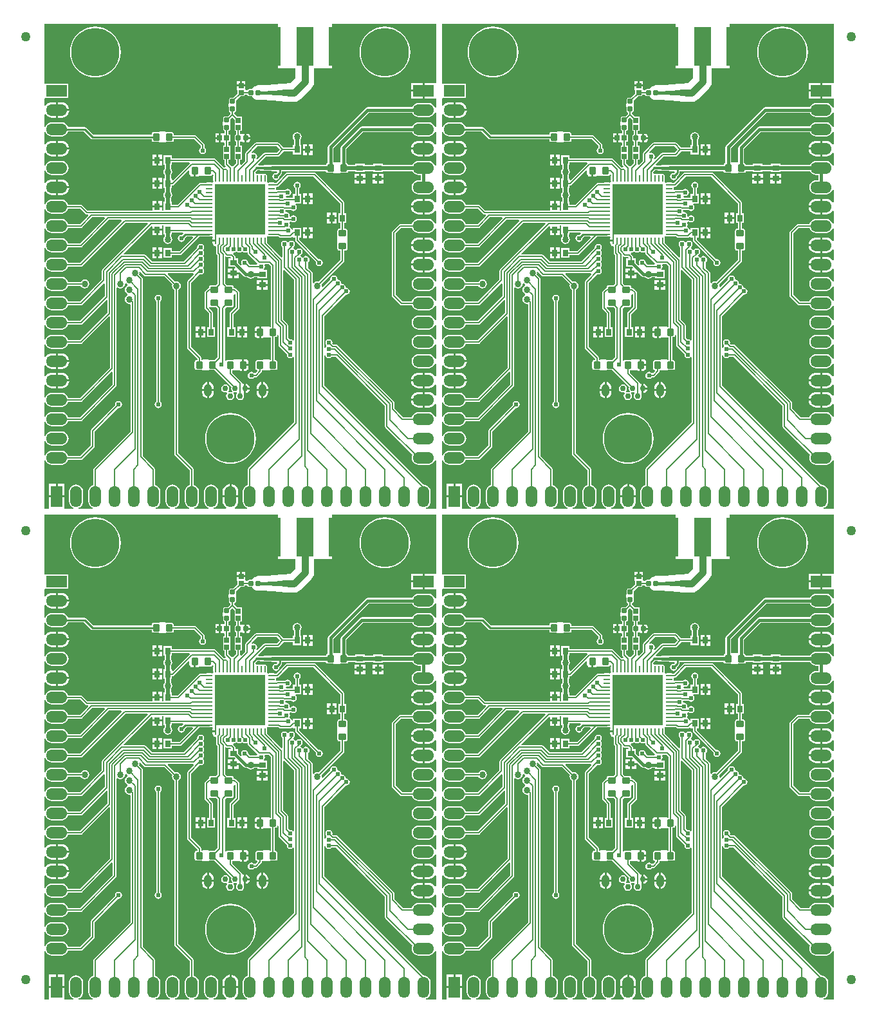
<source format=gtl>
G04 Layer_Physical_Order=1*
G04 Layer_Color=255*
%FSLAX25Y25*%
%MOIN*%
G70*
G01*
G75*
%ADD10C,0.05000*%
%ADD11R,0.02953X0.03740*%
G04:AMPARAMS|DCode=12|XSize=39.37mil|YSize=35.43mil|CornerRadius=4.43mil|HoleSize=0mil|Usage=FLASHONLY|Rotation=180.000|XOffset=0mil|YOffset=0mil|HoleType=Round|Shape=RoundedRectangle|*
%AMROUNDEDRECTD12*
21,1,0.03937,0.02657,0,0,180.0*
21,1,0.03051,0.03543,0,0,180.0*
1,1,0.00886,-0.01526,0.01329*
1,1,0.00886,0.01526,0.01329*
1,1,0.00886,0.01526,-0.01329*
1,1,0.00886,-0.01526,-0.01329*
%
%ADD12ROUNDEDRECTD12*%
G04:AMPARAMS|DCode=13|XSize=39.37mil|YSize=35.43mil|CornerRadius=4.43mil|HoleSize=0mil|Usage=FLASHONLY|Rotation=90.000|XOffset=0mil|YOffset=0mil|HoleType=Round|Shape=RoundedRectangle|*
%AMROUNDEDRECTD13*
21,1,0.03937,0.02657,0,0,90.0*
21,1,0.03051,0.03543,0,0,90.0*
1,1,0.00886,0.01329,0.01526*
1,1,0.00886,0.01329,-0.01526*
1,1,0.00886,-0.01329,-0.01526*
1,1,0.00886,-0.01329,0.01526*
%
%ADD13ROUNDEDRECTD13*%
%ADD14R,0.09016X0.20000*%
%ADD15R,0.09508X0.20000*%
%ADD16R,0.03740X0.02953*%
%ADD17R,0.02520X0.02520*%
%ADD18R,0.02520X0.02520*%
G04:AMPARAMS|DCode=19|XSize=23.62mil|YSize=23.62mil|CornerRadius=2.36mil|HoleSize=0mil|Usage=FLASHONLY|Rotation=90.000|XOffset=0mil|YOffset=0mil|HoleType=Round|Shape=RoundedRectangle|*
%AMROUNDEDRECTD19*
21,1,0.02362,0.01890,0,0,90.0*
21,1,0.01890,0.02362,0,0,90.0*
1,1,0.00472,0.00945,0.00945*
1,1,0.00472,0.00945,-0.00945*
1,1,0.00472,-0.00945,-0.00945*
1,1,0.00472,-0.00945,0.00945*
%
%ADD19ROUNDEDRECTD19*%
G04:AMPARAMS|DCode=20|XSize=23.62mil|YSize=23.62mil|CornerRadius=2.36mil|HoleSize=0mil|Usage=FLASHONLY|Rotation=180.000|XOffset=0mil|YOffset=0mil|HoleType=Round|Shape=RoundedRectangle|*
%AMROUNDEDRECTD20*
21,1,0.02362,0.01890,0,0,180.0*
21,1,0.01890,0.02362,0,0,180.0*
1,1,0.00472,-0.00945,0.00945*
1,1,0.00472,0.00945,0.00945*
1,1,0.00472,0.00945,-0.00945*
1,1,0.00472,-0.00945,-0.00945*
%
%ADD20ROUNDEDRECTD20*%
%ADD21O,0.03543X0.00984*%
%ADD22O,0.00984X0.03543*%
%ADD23R,0.25984X0.25984*%
%ADD24C,0.00800*%
%ADD25C,0.01600*%
%ADD26C,0.01000*%
%ADD27C,0.02000*%
%ADD28C,0.03600*%
%ADD29C,0.03200*%
%ADD30C,0.02800*%
%ADD31C,0.02400*%
%ADD32C,0.01200*%
%ADD33C,0.01400*%
%ADD34C,0.01800*%
%ADD35C,0.02953*%
G04:AMPARAMS|DCode=36|XSize=39.37mil|YSize=62.99mil|CornerRadius=19.68mil|HoleSize=0mil|Usage=FLASHONLY|Rotation=0.000|XOffset=0mil|YOffset=0mil|HoleType=Round|Shape=RoundedRectangle|*
%AMROUNDEDRECTD36*
21,1,0.03937,0.02362,0,0,0.0*
21,1,0.00000,0.06299,0,0,0.0*
1,1,0.03937,0.00000,-0.01181*
1,1,0.03937,0.00000,-0.01181*
1,1,0.03937,0.00000,0.01181*
1,1,0.03937,0.00000,0.01181*
%
%ADD36ROUNDEDRECTD36*%
%ADD37O,0.06000X0.11000*%
%ADD38C,0.25000*%
%ADD39R,0.11000X0.06000*%
%ADD40O,0.11000X0.06000*%
%ADD41R,0.06000X0.11000*%
%ADD42C,0.02400*%
%ADD43C,0.03400*%
G36*
X328700Y483500D02*
X337859D01*
Y478505D01*
X335195Y475841D01*
X334200D01*
X332947Y475676D01*
X332858Y475640D01*
X331700D01*
X330499Y475482D01*
X330394Y475438D01*
X329200D01*
X328051Y475287D01*
X327929Y475236D01*
X326200D01*
X325104Y475092D01*
X324965Y475035D01*
X323700D01*
X322656Y474897D01*
X322501Y474833D01*
X318637D01*
X317645Y474702D01*
X316721Y474319D01*
X315927Y473710D01*
X315318Y472916D01*
X315268Y472797D01*
X313755D01*
X313429Y472733D01*
X313152Y472548D01*
X312967Y472271D01*
X312954Y472203D01*
X312451Y472100D01*
X311960Y472489D01*
Y474122D01*
X309700D01*
X307440D01*
Y472362D01*
X307840D01*
Y470519D01*
X305556Y468234D01*
X304255D01*
X303929Y468170D01*
X303652Y467985D01*
X303467Y467708D01*
X303402Y467382D01*
Y465492D01*
X303413Y465438D01*
X303232Y465256D01*
Y463681D01*
X303413Y463499D01*
X303402Y463445D01*
Y461555D01*
X303467Y461229D01*
X303652Y460952D01*
X303929Y460767D01*
X304180Y460717D01*
Y460044D01*
X302870Y458735D01*
X301255D01*
X300929Y458670D01*
X300652Y458485D01*
X300467Y458208D01*
X300402Y457882D01*
Y455992D01*
X300413Y455938D01*
X300232Y455756D01*
Y454181D01*
X300413Y453999D01*
X300402Y453945D01*
Y452055D01*
X300467Y451729D01*
X300652Y451452D01*
X300929Y451267D01*
X301180Y451217D01*
Y450218D01*
X300838Y449760D01*
X299078D01*
Y447500D01*
Y445240D01*
X300838D01*
X301180Y444782D01*
Y443482D01*
X300340D01*
Y439762D01*
Y436140D01*
X301180D01*
Y434000D01*
X301258Y433610D01*
X301479Y433279D01*
X301780Y432978D01*
X301532Y432378D01*
X300764D01*
X296421Y436721D01*
X296090Y436942D01*
X295700Y437020D01*
X273776D01*
Y438470D01*
X269624D01*
Y433530D01*
X270069D01*
Y431676D01*
X270042Y431658D01*
X269533Y430897D01*
X269355Y430000D01*
X269533Y429103D01*
X270042Y428342D01*
X270069Y428324D01*
Y426470D01*
X269635D01*
Y421530D01*
X270069D01*
Y419676D01*
X270042Y419658D01*
X269533Y418897D01*
X269355Y418000D01*
X269533Y417103D01*
X270042Y416342D01*
X270080Y416316D01*
Y414470D01*
X269635D01*
Y409920D01*
X268676D01*
Y411500D01*
X266200D01*
X263724D01*
Y409920D01*
X230222D01*
X227421Y412721D01*
X227090Y412942D01*
X226700Y413020D01*
X220174D01*
X219845Y413815D01*
X219268Y414568D01*
X218515Y415145D01*
X217640Y415507D01*
X216700Y415631D01*
X211700D01*
X210760Y415507D01*
X209885Y415145D01*
X209133Y414568D01*
X208555Y413815D01*
X208329Y413270D01*
X207729Y413389D01*
Y419620D01*
X208329Y419822D01*
X208847Y419147D01*
X209683Y418506D01*
X210656Y418103D01*
X211700Y417966D01*
X213700D01*
Y422000D01*
Y426034D01*
X211700D01*
X210656Y425897D01*
X209683Y425494D01*
X208847Y424853D01*
X208329Y424178D01*
X207729Y424380D01*
Y430611D01*
X208329Y430730D01*
X208555Y430185D01*
X209133Y429432D01*
X209885Y428855D01*
X210760Y428493D01*
X211700Y428369D01*
X216700D01*
X217640Y428493D01*
X218515Y428855D01*
X219268Y429432D01*
X219845Y430185D01*
X220207Y431060D01*
X220331Y432000D01*
X220207Y432940D01*
X219845Y433815D01*
X219268Y434568D01*
X218515Y435145D01*
X217640Y435507D01*
X216700Y435631D01*
X211700D01*
X210760Y435507D01*
X209885Y435145D01*
X209133Y434568D01*
X208555Y433815D01*
X208329Y433270D01*
X207729Y433389D01*
Y439620D01*
X208329Y439822D01*
X208847Y439147D01*
X209683Y438506D01*
X210656Y438103D01*
X211700Y437965D01*
X213700D01*
Y442000D01*
Y446034D01*
X211700D01*
X210656Y445897D01*
X209683Y445494D01*
X208847Y444853D01*
X208329Y444178D01*
X207729Y444380D01*
Y450611D01*
X208329Y450730D01*
X208555Y450184D01*
X209133Y449433D01*
X209885Y448855D01*
X210760Y448493D01*
X211700Y448369D01*
X216700D01*
X217640Y448493D01*
X218515Y448855D01*
X219268Y449433D01*
X219845Y450184D01*
X220132Y450878D01*
X228235D01*
X231907Y447207D01*
X231907Y447207D01*
X232271Y446964D01*
X232700Y446878D01*
X263308D01*
Y446474D01*
X263389Y446067D01*
X263619Y445722D01*
X263964Y445492D01*
X264371Y445411D01*
X267029D01*
X267259Y445457D01*
X267472Y445244D01*
X270621D01*
X270834Y445457D01*
X271064Y445411D01*
X273722D01*
X274129Y445492D01*
X274474Y445722D01*
X274704Y446067D01*
X274785Y446474D01*
Y446980D01*
X285278D01*
X288680Y443578D01*
Y442484D01*
X288402Y442298D01*
X288004Y441702D01*
X287865Y441000D01*
X288004Y440298D01*
X288402Y439702D01*
X288998Y439304D01*
X289700Y439165D01*
X290402Y439304D01*
X290998Y439702D01*
X291396Y440298D01*
X291535Y441000D01*
X291396Y441702D01*
X290998Y442298D01*
X290720Y442484D01*
Y444000D01*
X290642Y444390D01*
X290421Y444721D01*
X286421Y448721D01*
X286090Y448942D01*
X285700Y449020D01*
X274785D01*
Y449526D01*
X274704Y449932D01*
X274474Y450278D01*
X274129Y450508D01*
X273722Y450589D01*
X271064D01*
X270834Y450543D01*
X270621Y450756D01*
X267472D01*
X267259Y450543D01*
X267029Y450589D01*
X264371D01*
X263964Y450508D01*
X263619Y450278D01*
X263389Y449932D01*
X263308Y449526D01*
Y449122D01*
X233165D01*
X229493Y452793D01*
X229129Y453036D01*
X228700Y453122D01*
X228700Y453122D01*
X220132D01*
X219845Y453816D01*
X219268Y454568D01*
X218515Y455145D01*
X217640Y455507D01*
X216700Y455631D01*
X211700D01*
X210760Y455507D01*
X209885Y455145D01*
X209133Y454568D01*
X208555Y453816D01*
X208329Y453270D01*
X207729Y453389D01*
Y459620D01*
X208329Y459822D01*
X208847Y459147D01*
X209683Y458506D01*
X210656Y458103D01*
X211700Y457966D01*
X213700D01*
Y462000D01*
Y466035D01*
X211700D01*
X210656Y465897D01*
X209683Y465494D01*
X208847Y464853D01*
X208329Y464178D01*
X207729Y464380D01*
Y467953D01*
X208100Y468400D01*
X208329Y468400D01*
X220300D01*
Y475600D01*
X208329D01*
X208100Y475600D01*
X207729Y476047D01*
Y506471D01*
X328700D01*
Y483500D01*
D02*
G37*
G36*
X122700D02*
X131859D01*
Y478505D01*
X129195Y475841D01*
X128200D01*
X126947Y475676D01*
X126858Y475640D01*
X125700D01*
X124499Y475482D01*
X124394Y475438D01*
X123200D01*
X122051Y475287D01*
X121929Y475236D01*
X120200D01*
X119104Y475092D01*
X118965Y475035D01*
X117700D01*
X116656Y474897D01*
X116501Y474833D01*
X112637D01*
X111645Y474702D01*
X110721Y474319D01*
X109927Y473710D01*
X109318Y472916D01*
X109268Y472797D01*
X107755D01*
X107429Y472733D01*
X107152Y472548D01*
X106967Y472271D01*
X106954Y472203D01*
X106451Y472100D01*
X105960Y472489D01*
Y474122D01*
X103700D01*
X101440D01*
Y472362D01*
X101840D01*
Y470519D01*
X99556Y468234D01*
X98255D01*
X97929Y468170D01*
X97652Y467985D01*
X97467Y467708D01*
X97403Y467382D01*
Y465492D01*
X97413Y465438D01*
X97232Y465256D01*
Y463681D01*
X97413Y463499D01*
X97403Y463445D01*
Y461555D01*
X97467Y461229D01*
X97652Y460952D01*
X97929Y460767D01*
X98180Y460717D01*
Y460044D01*
X96870Y458735D01*
X95255D01*
X94929Y458670D01*
X94652Y458485D01*
X94467Y458208D01*
X94402Y457882D01*
Y455992D01*
X94413Y455938D01*
X94231Y455756D01*
Y454181D01*
X94413Y453999D01*
X94402Y453945D01*
Y452055D01*
X94467Y451729D01*
X94652Y451452D01*
X94929Y451267D01*
X95180Y451217D01*
Y450218D01*
X94838Y449760D01*
X93078D01*
Y447500D01*
Y445240D01*
X94838D01*
X95180Y444782D01*
Y443482D01*
X94340D01*
Y439762D01*
Y436140D01*
X95180D01*
Y434000D01*
X95258Y433610D01*
X95479Y433279D01*
X95780Y432978D01*
X95532Y432378D01*
X94764D01*
X90421Y436721D01*
X90090Y436942D01*
X89700Y437020D01*
X67776D01*
Y438470D01*
X63624D01*
Y433530D01*
X64069D01*
Y431676D01*
X64042Y431658D01*
X63534Y430897D01*
X63355Y430000D01*
X63534Y429103D01*
X64042Y428342D01*
X64069Y428324D01*
Y426470D01*
X63635D01*
Y421530D01*
X64069D01*
Y419676D01*
X64042Y419658D01*
X63534Y418897D01*
X63355Y418000D01*
X63534Y417103D01*
X64042Y416342D01*
X64081Y416316D01*
Y414470D01*
X63635D01*
Y409920D01*
X62676D01*
Y411500D01*
X60200D01*
X57724D01*
Y409920D01*
X24222D01*
X21421Y412721D01*
X21090Y412942D01*
X20700Y413020D01*
X14174D01*
X13845Y413815D01*
X13268Y414568D01*
X12516Y415145D01*
X11640Y415507D01*
X10700Y415631D01*
X5700D01*
X4760Y415507D01*
X3884Y415145D01*
X3133Y414568D01*
X2555Y413815D01*
X2329Y413270D01*
X1729Y413389D01*
Y419620D01*
X2329Y419822D01*
X2847Y419147D01*
X3683Y418506D01*
X4656Y418103D01*
X5700Y417966D01*
X7700D01*
Y422000D01*
Y426034D01*
X5700D01*
X4656Y425897D01*
X3683Y425494D01*
X2847Y424853D01*
X2329Y424178D01*
X1729Y424380D01*
Y430611D01*
X2329Y430730D01*
X2555Y430185D01*
X3133Y429432D01*
X3884Y428855D01*
X4760Y428493D01*
X5700Y428369D01*
X10700D01*
X11640Y428493D01*
X12516Y428855D01*
X13268Y429432D01*
X13845Y430185D01*
X14207Y431060D01*
X14331Y432000D01*
X14207Y432940D01*
X13845Y433815D01*
X13268Y434568D01*
X12516Y435145D01*
X11640Y435507D01*
X10700Y435631D01*
X5700D01*
X4760Y435507D01*
X3884Y435145D01*
X3133Y434568D01*
X2555Y433815D01*
X2329Y433270D01*
X1729Y433389D01*
Y439620D01*
X2329Y439822D01*
X2847Y439147D01*
X3683Y438506D01*
X4656Y438103D01*
X5700Y437965D01*
X7700D01*
Y442000D01*
Y446034D01*
X5700D01*
X4656Y445897D01*
X3683Y445494D01*
X2847Y444853D01*
X2329Y444178D01*
X1729Y444380D01*
Y450611D01*
X2329Y450730D01*
X2555Y450184D01*
X3133Y449433D01*
X3884Y448855D01*
X4760Y448493D01*
X5700Y448369D01*
X10700D01*
X11640Y448493D01*
X12516Y448855D01*
X13268Y449433D01*
X13845Y450184D01*
X14132Y450878D01*
X22235D01*
X25907Y447207D01*
X25907Y447207D01*
X26271Y446964D01*
X26700Y446878D01*
X57308D01*
Y446474D01*
X57389Y446067D01*
X57619Y445722D01*
X57964Y445492D01*
X58371Y445411D01*
X61029D01*
X61259Y445457D01*
X61472Y445244D01*
X64621D01*
X64834Y445457D01*
X65064Y445411D01*
X67722D01*
X68129Y445492D01*
X68474Y445722D01*
X68704Y446067D01*
X68785Y446474D01*
Y446980D01*
X79278D01*
X82680Y443578D01*
Y442484D01*
X82402Y442298D01*
X82004Y441702D01*
X81865Y441000D01*
X82004Y440298D01*
X82402Y439702D01*
X82998Y439304D01*
X83700Y439165D01*
X84402Y439304D01*
X84998Y439702D01*
X85396Y440298D01*
X85535Y441000D01*
X85396Y441702D01*
X84998Y442298D01*
X84720Y442484D01*
Y444000D01*
X84642Y444390D01*
X84421Y444721D01*
X80421Y448721D01*
X80090Y448942D01*
X79700Y449020D01*
X68785D01*
Y449526D01*
X68704Y449932D01*
X68474Y450278D01*
X68129Y450508D01*
X67722Y450589D01*
X65064D01*
X64834Y450543D01*
X64621Y450756D01*
X61472D01*
X61259Y450543D01*
X61029Y450589D01*
X58371D01*
X57964Y450508D01*
X57619Y450278D01*
X57389Y449932D01*
X57308Y449526D01*
Y449122D01*
X27165D01*
X23493Y452793D01*
X23129Y453036D01*
X22700Y453122D01*
X22700Y453122D01*
X14132D01*
X13845Y453816D01*
X13268Y454568D01*
X12516Y455145D01*
X11640Y455507D01*
X10700Y455631D01*
X5700D01*
X4760Y455507D01*
X3884Y455145D01*
X3133Y454568D01*
X2555Y453816D01*
X2329Y453270D01*
X1729Y453389D01*
Y459620D01*
X2329Y459822D01*
X2847Y459147D01*
X3683Y458506D01*
X4656Y458103D01*
X5700Y457966D01*
X7700D01*
Y462000D01*
Y466035D01*
X5700D01*
X4656Y465897D01*
X3683Y465494D01*
X2847Y464853D01*
X2329Y464178D01*
X1729Y464380D01*
Y467953D01*
X2100Y468400D01*
X2329Y468400D01*
X14300D01*
Y475600D01*
X2329D01*
X2100Y475600D01*
X1729Y476047D01*
Y506471D01*
X122700D01*
Y483500D01*
D02*
G37*
G36*
X410671Y476000D02*
X404700D01*
Y472000D01*
Y468000D01*
X410671D01*
Y463389D01*
X410071Y463270D01*
X409845Y463815D01*
X409268Y464568D01*
X408516Y465145D01*
X407640Y465507D01*
X406700Y465631D01*
X401700D01*
X400760Y465507D01*
X399885Y465145D01*
X399132Y464568D01*
X398555Y463815D01*
X398395Y463427D01*
X375200D01*
X374654Y463319D01*
X374191Y463009D01*
X374191Y463009D01*
X354998Y443816D01*
X354688Y443353D01*
X354580Y442807D01*
X354580Y442807D01*
Y434569D01*
X354271Y434508D01*
X353926Y434277D01*
X353696Y433932D01*
X353636Y433631D01*
X325700D01*
X325187Y433529D01*
X323700D01*
X323187Y433427D01*
X321700D01*
X321187Y433325D01*
X319700D01*
X319193Y433225D01*
X318735Y433308D01*
X318524Y433882D01*
X322522Y437880D01*
X328700D01*
X329090Y437958D01*
X329421Y438179D01*
X331722Y440480D01*
X336624D01*
Y439030D01*
X340776D01*
Y443970D01*
X340331D01*
Y446424D01*
X340358Y446442D01*
X340867Y447203D01*
X341045Y448100D01*
X340867Y448997D01*
X340358Y449758D01*
X339597Y450267D01*
X338700Y450445D01*
X337803Y450267D01*
X337042Y449758D01*
X336533Y448997D01*
X336355Y448100D01*
X336533Y447203D01*
X337042Y446442D01*
X337069Y446424D01*
Y443970D01*
X336624D01*
Y442520D01*
X331722D01*
X329421Y444821D01*
X329090Y445042D01*
X328700Y445120D01*
X317600D01*
X317210Y445042D01*
X316879Y444821D01*
X311979Y439921D01*
X311758Y439590D01*
X311680Y439200D01*
Y435622D01*
X309775Y433717D01*
X309242Y433989D01*
X309220Y434010D01*
Y436140D01*
X310060D01*
Y439762D01*
Y443482D01*
X309220D01*
Y445465D01*
X309381Y445532D01*
X310499D01*
X310710Y445391D01*
X311192Y445295D01*
X311637D01*
Y447500D01*
Y449705D01*
X311192D01*
X310710Y449609D01*
X310499Y449469D01*
X309381D01*
X309220Y449535D01*
Y451140D01*
X310060D01*
Y454762D01*
Y458482D01*
X307782D01*
X306220Y460044D01*
Y460717D01*
X306471Y460767D01*
X306748Y460952D01*
X306933Y461229D01*
X306997Y461555D01*
Y463445D01*
X306987Y463499D01*
X307169Y463681D01*
Y465256D01*
X306987Y465438D01*
X306997Y465492D01*
Y466793D01*
X309345Y469140D01*
X311560D01*
Y469980D01*
X312917D01*
X312967Y469729D01*
X313152Y469452D01*
X313429Y469267D01*
X313755Y469203D01*
X315268D01*
X315318Y469084D01*
X315927Y468290D01*
X316721Y467681D01*
X317645Y467298D01*
X318637Y467167D01*
X322501D01*
X322656Y467103D01*
X323700Y466965D01*
X324965D01*
X325104Y466908D01*
X326200Y466764D01*
X327929D01*
X328051Y466713D01*
X329200Y466562D01*
X330394D01*
X330499Y466518D01*
X331700Y466360D01*
X332858D01*
X332947Y466324D01*
X334200Y466159D01*
X337200D01*
X338453Y466324D01*
X339621Y466807D01*
X340623Y467577D01*
X346123Y473077D01*
X346893Y474079D01*
X347376Y475247D01*
X347541Y476500D01*
Y483500D01*
X356700D01*
Y506471D01*
X410671D01*
Y476000D01*
D02*
G37*
G36*
X204671D02*
X198700D01*
Y472000D01*
Y468000D01*
X204671D01*
Y463389D01*
X204071Y463270D01*
X203845Y463815D01*
X203268Y464568D01*
X202516Y465145D01*
X201640Y465507D01*
X200700Y465631D01*
X195700D01*
X194760Y465507D01*
X193885Y465145D01*
X193132Y464568D01*
X192555Y463815D01*
X192395Y463427D01*
X169200D01*
X168654Y463319D01*
X168191Y463009D01*
X168191Y463009D01*
X148998Y443816D01*
X148688Y443353D01*
X148580Y442807D01*
X148580Y442807D01*
Y434569D01*
X148271Y434508D01*
X147926Y434277D01*
X147696Y433932D01*
X147636Y433631D01*
X119700D01*
X119187Y433529D01*
X117700D01*
X117187Y433427D01*
X115700D01*
X115187Y433325D01*
X113700D01*
X113193Y433225D01*
X112735Y433308D01*
X112524Y433882D01*
X116522Y437880D01*
X122700D01*
X123090Y437958D01*
X123421Y438179D01*
X125722Y440480D01*
X130624D01*
Y439030D01*
X134776D01*
Y443970D01*
X134331D01*
Y446424D01*
X134358Y446442D01*
X134867Y447203D01*
X135045Y448100D01*
X134867Y448997D01*
X134358Y449758D01*
X133597Y450267D01*
X132700Y450445D01*
X131803Y450267D01*
X131042Y449758D01*
X130533Y448997D01*
X130355Y448100D01*
X130533Y447203D01*
X131042Y446442D01*
X131069Y446424D01*
Y443970D01*
X130624D01*
Y442520D01*
X125722D01*
X123421Y444821D01*
X123090Y445042D01*
X122700Y445120D01*
X111600D01*
X111210Y445042D01*
X110879Y444821D01*
X105979Y439921D01*
X105758Y439590D01*
X105680Y439200D01*
Y435622D01*
X103775Y433717D01*
X103242Y433989D01*
X103220Y434010D01*
Y436140D01*
X104060D01*
Y439762D01*
Y443482D01*
X103220D01*
Y445465D01*
X103381Y445532D01*
X104499D01*
X104710Y445391D01*
X105192Y445295D01*
X105637D01*
Y447500D01*
Y449705D01*
X105192D01*
X104710Y449609D01*
X104499Y449469D01*
X103381D01*
X103220Y449535D01*
Y451140D01*
X104060D01*
Y454762D01*
Y458482D01*
X101782D01*
X100220Y460044D01*
Y460717D01*
X100471Y460767D01*
X100748Y460952D01*
X100933Y461229D01*
X100997Y461555D01*
Y463445D01*
X100987Y463499D01*
X101169Y463681D01*
Y465256D01*
X100987Y465438D01*
X100997Y465492D01*
Y466793D01*
X103345Y469140D01*
X105560D01*
Y469980D01*
X106917D01*
X106967Y469729D01*
X107152Y469452D01*
X107429Y469267D01*
X107755Y469203D01*
X109268D01*
X109318Y469084D01*
X109927Y468290D01*
X110721Y467681D01*
X111645Y467298D01*
X112637Y467167D01*
X116501D01*
X116656Y467103D01*
X117700Y466965D01*
X118965D01*
X119104Y466908D01*
X120200Y466764D01*
X121929D01*
X122051Y466713D01*
X123200Y466562D01*
X124394D01*
X124499Y466518D01*
X125700Y466360D01*
X126858D01*
X126947Y466324D01*
X128200Y466159D01*
X131200D01*
X132453Y466324D01*
X133621Y466807D01*
X134623Y467577D01*
X140123Y473077D01*
X140893Y474079D01*
X141376Y475247D01*
X141541Y476500D01*
Y483500D01*
X150700D01*
Y506471D01*
X204671D01*
Y476000D01*
D02*
G37*
G36*
X410671Y460611D02*
Y453389D01*
X410071Y453270D01*
X409845Y453816D01*
X409268Y454568D01*
X408516Y455145D01*
X407640Y455507D01*
X406700Y455631D01*
X401700D01*
X400760Y455507D01*
X399885Y455145D01*
X399132Y454568D01*
X398555Y453816D01*
X398395Y453427D01*
X372200D01*
X372200Y453428D01*
X371654Y453319D01*
X371191Y453009D01*
X371191Y453009D01*
X361691Y443509D01*
X361381Y443046D01*
X361273Y442500D01*
X361273Y442500D01*
Y435213D01*
X360928Y434756D01*
X357779D01*
X357435Y435213D01*
Y442216D01*
X375791Y460573D01*
X398395D01*
X398555Y460184D01*
X399132Y459433D01*
X399885Y458855D01*
X400760Y458493D01*
X401700Y458369D01*
X406700D01*
X407640Y458493D01*
X408516Y458855D01*
X409268Y459433D01*
X409845Y460184D01*
X410071Y460730D01*
X410671Y460611D01*
D02*
G37*
G36*
X204671D02*
Y453389D01*
X204071Y453270D01*
X203845Y453816D01*
X203268Y454568D01*
X202516Y455145D01*
X201640Y455507D01*
X200700Y455631D01*
X195700D01*
X194760Y455507D01*
X193885Y455145D01*
X193132Y454568D01*
X192555Y453816D01*
X192395Y453427D01*
X166200D01*
X166200Y453428D01*
X165654Y453319D01*
X165191Y453009D01*
X165191Y453009D01*
X155691Y443509D01*
X155381Y443046D01*
X155273Y442500D01*
X155273Y442500D01*
Y435213D01*
X154928Y434756D01*
X151779D01*
X151435Y435213D01*
Y442216D01*
X169791Y460573D01*
X192395D01*
X192555Y460184D01*
X193132Y459433D01*
X193885Y458855D01*
X194760Y458493D01*
X195700Y458369D01*
X200700D01*
X201640Y458493D01*
X202516Y458855D01*
X203268Y459433D01*
X203845Y460184D01*
X204071Y460730D01*
X204671Y460611D01*
D02*
G37*
G36*
X410671Y450611D02*
Y444380D01*
X410071Y444178D01*
X409553Y444853D01*
X408717Y445494D01*
X407744Y445897D01*
X406700Y446034D01*
X404700D01*
Y442000D01*
Y437965D01*
X406700D01*
X407744Y438103D01*
X408717Y438506D01*
X409553Y439147D01*
X410071Y439822D01*
X410671Y439620D01*
Y433389D01*
X410071Y433270D01*
X409845Y433815D01*
X409268Y434568D01*
X408516Y435145D01*
X407640Y435507D01*
X406700Y435631D01*
X401700D01*
X400760Y435507D01*
X399885Y435145D01*
X399132Y434568D01*
X398555Y433815D01*
X398484Y433643D01*
X383170D01*
Y434088D01*
X378230D01*
Y433643D01*
X373670D01*
Y434088D01*
X368730D01*
Y433631D01*
X365071D01*
X365011Y433932D01*
X364781Y434277D01*
X364436Y434508D01*
X364127Y434569D01*
Y441909D01*
X372791Y450573D01*
X398395D01*
X398555Y450184D01*
X399132Y449433D01*
X399885Y448855D01*
X400760Y448493D01*
X401700Y448369D01*
X406700D01*
X407640Y448493D01*
X408516Y448855D01*
X409268Y449433D01*
X409845Y450184D01*
X410071Y450730D01*
X410671Y450611D01*
D02*
G37*
G36*
X204671D02*
Y444380D01*
X204071Y444178D01*
X203553Y444853D01*
X202717Y445494D01*
X201744Y445897D01*
X200700Y446034D01*
X198700D01*
Y442000D01*
Y437965D01*
X200700D01*
X201744Y438103D01*
X202717Y438506D01*
X203553Y439147D01*
X204071Y439822D01*
X204671Y439620D01*
Y433389D01*
X204071Y433270D01*
X203845Y433815D01*
X203268Y434568D01*
X202516Y435145D01*
X201640Y435507D01*
X200700Y435631D01*
X195700D01*
X194760Y435507D01*
X193885Y435145D01*
X193132Y434568D01*
X192555Y433815D01*
X192484Y433643D01*
X177170D01*
Y434088D01*
X172230D01*
Y433643D01*
X167670D01*
Y434088D01*
X162730D01*
Y433631D01*
X159071D01*
X159011Y433932D01*
X158781Y434277D01*
X158436Y434508D01*
X158127Y434569D01*
Y441909D01*
X166791Y450573D01*
X192395D01*
X192555Y450184D01*
X193132Y449433D01*
X193885Y448855D01*
X194760Y448493D01*
X195700Y448369D01*
X200700D01*
X201640Y448493D01*
X202516Y448855D01*
X203268Y449433D01*
X203845Y450184D01*
X204071Y450730D01*
X204671Y450611D01*
D02*
G37*
G36*
X329858Y441500D02*
X328278Y439920D01*
X322100D01*
X321710Y439842D01*
X321379Y439621D01*
X318214Y436456D01*
X317587Y436677D01*
X317572Y436813D01*
X317896Y437298D01*
X318035Y438000D01*
X317896Y438702D01*
X317498Y439298D01*
X316902Y439696D01*
X316200Y439835D01*
X315498Y439696D01*
X315462Y439672D01*
X315080Y440138D01*
X318022Y443080D01*
X328278D01*
X329858Y441500D01*
D02*
G37*
G36*
X123858D02*
X122278Y439920D01*
X116100D01*
X115710Y439842D01*
X115379Y439621D01*
X112214Y436456D01*
X111587Y436677D01*
X111572Y436813D01*
X111896Y437298D01*
X112035Y438000D01*
X111896Y438702D01*
X111498Y439298D01*
X110902Y439696D01*
X110200Y439835D01*
X109498Y439696D01*
X109462Y439672D01*
X109080Y440138D01*
X112022Y443080D01*
X122278D01*
X123858Y441500D01*
D02*
G37*
G36*
X306340Y457040D02*
Y454762D01*
Y451140D01*
X307180D01*
Y449283D01*
X306929Y449233D01*
X306652Y449048D01*
X306467Y448771D01*
X306402Y448445D01*
Y446555D01*
X306467Y446229D01*
X306652Y445952D01*
X306929Y445767D01*
X307180Y445717D01*
Y443482D01*
X306340D01*
Y439762D01*
Y436140D01*
X307180D01*
Y434422D01*
X305593Y432835D01*
X305410Y432775D01*
X304832Y432810D01*
X303220Y434422D01*
Y436140D01*
X304060D01*
Y439762D01*
Y443482D01*
X303220D01*
Y445640D01*
X304060D01*
Y449360D01*
X303220D01*
Y451217D01*
X303471Y451267D01*
X303748Y451452D01*
X303933Y451729D01*
X303997Y452055D01*
Y453945D01*
X303987Y453999D01*
X304169Y454181D01*
Y455756D01*
X303987Y455938D01*
X303997Y455992D01*
Y456978D01*
X305200Y458180D01*
X306340Y457040D01*
D02*
G37*
G36*
X100340D02*
Y454762D01*
Y451140D01*
X101180D01*
Y449283D01*
X100929Y449233D01*
X100652Y449048D01*
X100467Y448771D01*
X100402Y448445D01*
Y446555D01*
X100467Y446229D01*
X100652Y445952D01*
X100929Y445767D01*
X101180Y445717D01*
Y443482D01*
X100340D01*
Y439762D01*
Y436140D01*
X101180D01*
Y434422D01*
X99593Y432835D01*
X99410Y432775D01*
X98832Y432810D01*
X97220Y434422D01*
Y436140D01*
X98060D01*
Y439762D01*
Y443482D01*
X97220D01*
Y445640D01*
X98060D01*
Y449360D01*
X97220D01*
Y451217D01*
X97471Y451267D01*
X97748Y451452D01*
X97933Y451729D01*
X97997Y452055D01*
Y453945D01*
X97987Y453999D01*
X98168Y454181D01*
Y455756D01*
X97987Y455938D01*
X97997Y455992D01*
Y456978D01*
X99200Y458180D01*
X100340Y457040D01*
D02*
G37*
G36*
X283138Y434380D02*
X274342Y425585D01*
X273788Y425814D01*
Y426470D01*
X273331D01*
Y428324D01*
X273358Y428342D01*
X273867Y429103D01*
X274045Y430000D01*
X273867Y430897D01*
X273358Y431658D01*
X273331Y431676D01*
Y433530D01*
X273776D01*
Y434980D01*
X282890D01*
X283138Y434380D01*
D02*
G37*
G36*
X77139D02*
X68343Y425585D01*
X67788Y425814D01*
Y426470D01*
X67331D01*
Y428324D01*
X67358Y428342D01*
X67866Y429103D01*
X68045Y430000D01*
X67866Y430897D01*
X67358Y431658D01*
X67331Y431676D01*
Y433530D01*
X67776D01*
Y434980D01*
X76890D01*
X77139Y434380D01*
D02*
G37*
G36*
X282900Y430474D02*
Y428974D01*
X283012Y428411D01*
X283331Y427934D01*
X283808Y427615D01*
X284371Y427503D01*
X285200D01*
Y430500D01*
X286200D01*
Y427503D01*
X287029D01*
X287592Y427615D01*
X287785Y427744D01*
X290621D01*
X290834Y427957D01*
X291064Y427911D01*
X293722D01*
X294129Y427992D01*
X294474Y428223D01*
X294641Y428473D01*
X295156Y428429D01*
X295257Y428398D01*
X295358Y428257D01*
X295291Y427921D01*
Y425362D01*
X295345Y425092D01*
X295208Y424492D01*
X294608Y424355D01*
X294338Y424409D01*
X291779D01*
X291353Y424324D01*
X291339Y424315D01*
X288495D01*
X288105Y424237D01*
X287774Y424016D01*
X276778Y413020D01*
X273788D01*
Y414470D01*
X273343D01*
Y416332D01*
X273358Y416342D01*
X273867Y417103D01*
X274045Y418000D01*
X273867Y418897D01*
X273358Y419658D01*
X273331Y419676D01*
Y421530D01*
X273788D01*
Y422980D01*
X274200D01*
X274590Y423058D01*
X274921Y423279D01*
X282346Y430704D01*
X282900Y430474D01*
D02*
G37*
G36*
X76900D02*
Y428974D01*
X77012Y428411D01*
X77331Y427934D01*
X77808Y427615D01*
X78371Y427503D01*
X79200D01*
Y430500D01*
X80200D01*
Y427503D01*
X81029D01*
X81592Y427615D01*
X81785Y427744D01*
X84621D01*
X84834Y427957D01*
X85064Y427911D01*
X87722D01*
X88129Y427992D01*
X88473Y428223D01*
X88641Y428473D01*
X89156Y428429D01*
X89257Y428398D01*
X89358Y428257D01*
X89291Y427921D01*
Y425362D01*
X89345Y425092D01*
X89208Y424492D01*
X88608Y424355D01*
X88338Y424409D01*
X85779D01*
X85353Y424324D01*
X85339Y424315D01*
X82495D01*
X82105Y424237D01*
X81774Y424016D01*
X70778Y413020D01*
X67788D01*
Y414470D01*
X67343D01*
Y416332D01*
X67358Y416342D01*
X67866Y417103D01*
X68045Y418000D01*
X67866Y418897D01*
X67358Y419658D01*
X67331Y419676D01*
Y421530D01*
X67788D01*
Y422980D01*
X68200D01*
X68590Y423058D01*
X68921Y423279D01*
X76346Y430704D01*
X76900Y430474D01*
D02*
G37*
G36*
X319193Y430775D02*
X319700Y430675D01*
X321187D01*
X321700Y430573D01*
X323187D01*
X323700Y430471D01*
X325187D01*
X325700Y430369D01*
X328134D01*
X328382Y429769D01*
X327908Y429294D01*
X327700Y429335D01*
X326998Y429196D01*
X326402Y428798D01*
X326004Y428202D01*
X325865Y427500D01*
X326004Y426798D01*
X326402Y426202D01*
X326998Y425804D01*
X327700Y425665D01*
X328402Y425804D01*
X328998Y426202D01*
X329396Y426798D01*
X329535Y427500D01*
X329494Y427708D01*
X330493Y428707D01*
X330493Y428707D01*
X330736Y429071D01*
X330822Y429500D01*
X330821Y429500D01*
Y430369D01*
X353636D01*
X353696Y430067D01*
X353926Y429722D01*
X354271Y429492D01*
X354678Y429411D01*
X357336D01*
X357566Y429457D01*
X357779Y429244D01*
X360928D01*
X361141Y429457D01*
X361371Y429411D01*
X364029D01*
X364436Y429492D01*
X364781Y429722D01*
X365011Y430067D01*
X365071Y430369D01*
X368730D01*
Y429935D01*
X373670D01*
Y430380D01*
X378230D01*
Y429935D01*
X383170D01*
Y430380D01*
X398474D01*
X398555Y430185D01*
X399132Y429432D01*
X399885Y428855D01*
X400760Y428493D01*
X401700Y428369D01*
X402773D01*
Y425631D01*
X401700D01*
X400760Y425507D01*
X399885Y425145D01*
X399132Y424568D01*
X398555Y423815D01*
X398193Y422940D01*
X398069Y422000D01*
X398193Y421060D01*
X398555Y420185D01*
X399132Y419432D01*
X399885Y418855D01*
X400760Y418493D01*
X401700Y418369D01*
X406700D01*
X407640Y418493D01*
X408516Y418855D01*
X409268Y419432D01*
X409845Y420185D01*
X410071Y420730D01*
X410671Y420611D01*
Y414380D01*
X410071Y414178D01*
X409553Y414853D01*
X408717Y415494D01*
X407744Y415897D01*
X406700Y416035D01*
X404700D01*
Y412000D01*
Y407966D01*
X406700D01*
X407744Y408103D01*
X408717Y408506D01*
X409553Y409147D01*
X410071Y409822D01*
X410671Y409620D01*
Y403389D01*
X410071Y403270D01*
X409845Y403816D01*
X409268Y404568D01*
X408516Y405145D01*
X407640Y405507D01*
X406700Y405631D01*
X401700D01*
X400760Y405507D01*
X399885Y405145D01*
X399132Y404568D01*
X398555Y403816D01*
X398226Y403020D01*
X392100D01*
X391710Y402942D01*
X391379Y402721D01*
X387979Y399321D01*
X387758Y398990D01*
X387680Y398600D01*
Y366000D01*
X387758Y365610D01*
X387979Y365279D01*
X391979Y361279D01*
X392310Y361058D01*
X392700Y360980D01*
X398226D01*
X398555Y360185D01*
X399132Y359433D01*
X399885Y358855D01*
X400760Y358493D01*
X401700Y358369D01*
X406700D01*
X407640Y358493D01*
X408516Y358855D01*
X409268Y359433D01*
X409845Y360185D01*
X410071Y360730D01*
X410671Y360611D01*
Y353389D01*
X410071Y353270D01*
X409845Y353816D01*
X409268Y354568D01*
X408516Y355145D01*
X407640Y355507D01*
X406700Y355631D01*
X401700D01*
X400760Y355507D01*
X399885Y355145D01*
X399132Y354568D01*
X398555Y353816D01*
X398193Y352940D01*
X398069Y352000D01*
X398193Y351060D01*
X398555Y350184D01*
X399132Y349432D01*
X399885Y348855D01*
X400760Y348493D01*
X401700Y348369D01*
X406700D01*
X407640Y348493D01*
X408516Y348855D01*
X409268Y349432D01*
X409845Y350184D01*
X410071Y350730D01*
X410671Y350611D01*
Y343389D01*
X410071Y343270D01*
X409845Y343815D01*
X409268Y344568D01*
X408516Y345145D01*
X407640Y345507D01*
X406700Y345631D01*
X401700D01*
X400760Y345507D01*
X399885Y345145D01*
X399132Y344568D01*
X398555Y343815D01*
X398193Y342940D01*
X398069Y342000D01*
X398193Y341060D01*
X398555Y340184D01*
X399132Y339433D01*
X399885Y338855D01*
X400760Y338493D01*
X401700Y338369D01*
X406700D01*
X407640Y338493D01*
X408516Y338855D01*
X409268Y339433D01*
X409845Y340184D01*
X410071Y340730D01*
X410671Y340611D01*
Y333389D01*
X410071Y333270D01*
X409845Y333816D01*
X409268Y334568D01*
X408516Y335145D01*
X407640Y335507D01*
X406700Y335631D01*
X401700D01*
X400760Y335507D01*
X399885Y335145D01*
X399132Y334568D01*
X398555Y333816D01*
X398193Y332940D01*
X398069Y332000D01*
X398193Y331060D01*
X398555Y330185D01*
X399132Y329433D01*
X399885Y328855D01*
X400760Y328493D01*
X401700Y328369D01*
X406700D01*
X407640Y328493D01*
X408516Y328855D01*
X409268Y329433D01*
X409845Y330185D01*
X410071Y330730D01*
X410671Y330611D01*
Y324380D01*
X410071Y324178D01*
X409553Y324853D01*
X408717Y325494D01*
X407744Y325897D01*
X406700Y326034D01*
X404700D01*
Y322000D01*
Y317966D01*
X406700D01*
X407744Y318103D01*
X408717Y318506D01*
X409553Y319147D01*
X410071Y319822D01*
X410671Y319620D01*
Y314380D01*
X410071Y314178D01*
X409553Y314853D01*
X408717Y315494D01*
X407744Y315897D01*
X406700Y316035D01*
X404700D01*
Y312000D01*
Y307965D01*
X406700D01*
X407744Y308103D01*
X408717Y308506D01*
X409553Y309147D01*
X410071Y309822D01*
X410671Y309620D01*
Y303389D01*
X410071Y303270D01*
X409845Y303816D01*
X409268Y304568D01*
X408516Y305145D01*
X407640Y305507D01*
X406700Y305631D01*
X401700D01*
X400760Y305507D01*
X399885Y305145D01*
X399132Y304568D01*
X398555Y303816D01*
X398226Y303020D01*
X393722D01*
X389120Y307622D01*
Y310480D01*
X389042Y310870D01*
X388821Y311201D01*
X359601Y340421D01*
X359270Y340642D01*
X358880Y340720D01*
X357422D01*
X356970Y341172D01*
X357035Y341500D01*
X356896Y342202D01*
X356498Y342798D01*
X355902Y343196D01*
X355200Y343335D01*
X354498Y343196D01*
X353902Y342798D01*
X353504Y342202D01*
X353365Y341500D01*
X353504Y340798D01*
X353847Y340285D01*
X353756Y339633D01*
X353702Y339598D01*
X353320Y339025D01*
X353274Y339016D01*
X352720Y339153D01*
Y355178D01*
X363872Y366330D01*
X364200Y366265D01*
X364902Y366404D01*
X365498Y366802D01*
X365896Y367398D01*
X366035Y368100D01*
X365896Y368802D01*
X365498Y369398D01*
X364902Y369796D01*
X364387Y369898D01*
X364109Y370050D01*
X363783Y370464D01*
X363696Y370902D01*
X363298Y371498D01*
X362702Y371896D01*
X362000Y372035D01*
X361583Y372564D01*
X361496Y373002D01*
X361098Y373598D01*
X360502Y373996D01*
X360064Y374083D01*
X359650Y374410D01*
X359498Y374687D01*
X359396Y375202D01*
X358998Y375798D01*
X358402Y376196D01*
X357700Y376335D01*
X356998Y376196D01*
X356402Y375798D01*
X356004Y375202D01*
X355865Y374500D01*
X355930Y374172D01*
X352008Y370249D01*
X351455Y370545D01*
X351545Y371000D01*
X351395Y371753D01*
X362921Y383279D01*
X363142Y383610D01*
X363220Y384000D01*
Y389108D01*
X363726D01*
X364132Y389189D01*
X364477Y389419D01*
X364708Y389764D01*
X364789Y390171D01*
Y392829D01*
X364743Y393059D01*
X364956Y393272D01*
Y396421D01*
X364743Y396634D01*
X364789Y396864D01*
Y399522D01*
X364708Y399929D01*
X364477Y400274D01*
X364132Y400504D01*
X363726Y400585D01*
X363220D01*
Y403530D01*
X364276D01*
Y408470D01*
X363220D01*
Y414000D01*
X363142Y414390D01*
X362921Y414721D01*
X348421Y429221D01*
X348090Y429442D01*
X347700Y429520D01*
X333600D01*
X333210Y429442D01*
X332879Y429221D01*
X327973Y424315D01*
X327061D01*
X327047Y424324D01*
X326621Y424409D01*
X324062D01*
X323792Y424355D01*
X323192Y424492D01*
X323055Y425092D01*
X323109Y425362D01*
Y427921D01*
X323024Y428347D01*
X322783Y428709D01*
X322421Y428950D01*
X321995Y429035D01*
X321569Y428950D01*
X321435Y428860D01*
X321011Y428757D01*
X320587Y428860D01*
X320453Y428950D01*
X320027Y429035D01*
X319601Y428950D01*
X319466Y428860D01*
X319042Y428757D01*
X318619Y428860D01*
X318484Y428950D01*
X318058Y429035D01*
X317720Y428967D01*
X317469Y429071D01*
X317202Y429268D01*
X317173Y429887D01*
X318063Y430777D01*
X319191D01*
X319193Y430775D01*
D02*
G37*
G36*
X113193D02*
X113700Y430675D01*
X115187D01*
X115700Y430573D01*
X117187D01*
X117700Y430471D01*
X119187D01*
X119700Y430369D01*
X122134D01*
X122382Y429769D01*
X121908Y429294D01*
X121700Y429335D01*
X120998Y429196D01*
X120402Y428798D01*
X120004Y428202D01*
X119865Y427500D01*
X120004Y426798D01*
X120402Y426202D01*
X120998Y425804D01*
X121700Y425665D01*
X122402Y425804D01*
X122998Y426202D01*
X123396Y426798D01*
X123535Y427500D01*
X123494Y427708D01*
X124493Y428707D01*
X124493Y428707D01*
X124736Y429071D01*
X124822Y429500D01*
X124822Y429500D01*
Y430369D01*
X147636D01*
X147696Y430067D01*
X147926Y429722D01*
X148271Y429492D01*
X148678Y429411D01*
X151336D01*
X151566Y429457D01*
X151779Y429244D01*
X154928D01*
X155141Y429457D01*
X155371Y429411D01*
X158029D01*
X158436Y429492D01*
X158781Y429722D01*
X159011Y430067D01*
X159071Y430369D01*
X162730D01*
Y429935D01*
X167670D01*
Y430380D01*
X172230D01*
Y429935D01*
X177170D01*
Y430380D01*
X192474D01*
X192555Y430185D01*
X193132Y429432D01*
X193885Y428855D01*
X194760Y428493D01*
X195700Y428369D01*
X196773D01*
Y425631D01*
X195700D01*
X194760Y425507D01*
X193885Y425145D01*
X193132Y424568D01*
X192555Y423815D01*
X192193Y422940D01*
X192069Y422000D01*
X192193Y421060D01*
X192555Y420185D01*
X193132Y419432D01*
X193885Y418855D01*
X194760Y418493D01*
X195700Y418369D01*
X200700D01*
X201640Y418493D01*
X202516Y418855D01*
X203268Y419432D01*
X203845Y420185D01*
X204071Y420730D01*
X204671Y420611D01*
Y414380D01*
X204071Y414178D01*
X203553Y414853D01*
X202717Y415494D01*
X201744Y415897D01*
X200700Y416035D01*
X198700D01*
Y412000D01*
Y407966D01*
X200700D01*
X201744Y408103D01*
X202717Y408506D01*
X203553Y409147D01*
X204071Y409822D01*
X204671Y409620D01*
Y403389D01*
X204071Y403270D01*
X203845Y403816D01*
X203268Y404568D01*
X202516Y405145D01*
X201640Y405507D01*
X200700Y405631D01*
X195700D01*
X194760Y405507D01*
X193885Y405145D01*
X193132Y404568D01*
X192555Y403816D01*
X192226Y403020D01*
X186100D01*
X185710Y402942D01*
X185379Y402721D01*
X181979Y399321D01*
X181758Y398990D01*
X181680Y398600D01*
Y366000D01*
X181758Y365610D01*
X181979Y365279D01*
X185979Y361279D01*
X186310Y361058D01*
X186700Y360980D01*
X192226D01*
X192555Y360185D01*
X193132Y359433D01*
X193885Y358855D01*
X194760Y358493D01*
X195700Y358369D01*
X200700D01*
X201640Y358493D01*
X202516Y358855D01*
X203268Y359433D01*
X203845Y360185D01*
X204071Y360730D01*
X204671Y360611D01*
Y353389D01*
X204071Y353270D01*
X203845Y353816D01*
X203268Y354568D01*
X202516Y355145D01*
X201640Y355507D01*
X200700Y355631D01*
X195700D01*
X194760Y355507D01*
X193885Y355145D01*
X193132Y354568D01*
X192555Y353816D01*
X192193Y352940D01*
X192069Y352000D01*
X192193Y351060D01*
X192555Y350184D01*
X193132Y349432D01*
X193885Y348855D01*
X194760Y348493D01*
X195700Y348369D01*
X200700D01*
X201640Y348493D01*
X202516Y348855D01*
X203268Y349432D01*
X203845Y350184D01*
X204071Y350730D01*
X204671Y350611D01*
Y343389D01*
X204071Y343270D01*
X203845Y343815D01*
X203268Y344568D01*
X202516Y345145D01*
X201640Y345507D01*
X200700Y345631D01*
X195700D01*
X194760Y345507D01*
X193885Y345145D01*
X193132Y344568D01*
X192555Y343815D01*
X192193Y342940D01*
X192069Y342000D01*
X192193Y341060D01*
X192555Y340184D01*
X193132Y339433D01*
X193885Y338855D01*
X194760Y338493D01*
X195700Y338369D01*
X200700D01*
X201640Y338493D01*
X202516Y338855D01*
X203268Y339433D01*
X203845Y340184D01*
X204071Y340730D01*
X204671Y340611D01*
Y333389D01*
X204071Y333270D01*
X203845Y333816D01*
X203268Y334568D01*
X202516Y335145D01*
X201640Y335507D01*
X200700Y335631D01*
X195700D01*
X194760Y335507D01*
X193885Y335145D01*
X193132Y334568D01*
X192555Y333816D01*
X192193Y332940D01*
X192069Y332000D01*
X192193Y331060D01*
X192555Y330185D01*
X193132Y329433D01*
X193885Y328855D01*
X194760Y328493D01*
X195700Y328369D01*
X200700D01*
X201640Y328493D01*
X202516Y328855D01*
X203268Y329433D01*
X203845Y330185D01*
X204071Y330730D01*
X204671Y330611D01*
Y324380D01*
X204071Y324178D01*
X203553Y324853D01*
X202717Y325494D01*
X201744Y325897D01*
X200700Y326034D01*
X198700D01*
Y322000D01*
Y317966D01*
X200700D01*
X201744Y318103D01*
X202717Y318506D01*
X203553Y319147D01*
X204071Y319822D01*
X204671Y319620D01*
Y314380D01*
X204071Y314178D01*
X203553Y314853D01*
X202717Y315494D01*
X201744Y315897D01*
X200700Y316035D01*
X198700D01*
Y312000D01*
Y307965D01*
X200700D01*
X201744Y308103D01*
X202717Y308506D01*
X203553Y309147D01*
X204071Y309822D01*
X204671Y309620D01*
Y303389D01*
X204071Y303270D01*
X203845Y303816D01*
X203268Y304568D01*
X202516Y305145D01*
X201640Y305507D01*
X200700Y305631D01*
X195700D01*
X194760Y305507D01*
X193885Y305145D01*
X193132Y304568D01*
X192555Y303816D01*
X192226Y303020D01*
X187722D01*
X183120Y307622D01*
Y310480D01*
X183042Y310870D01*
X182821Y311201D01*
X153601Y340421D01*
X153270Y340642D01*
X152880Y340720D01*
X151422D01*
X150970Y341172D01*
X151035Y341500D01*
X150896Y342202D01*
X150498Y342798D01*
X149902Y343196D01*
X149200Y343335D01*
X148498Y343196D01*
X147902Y342798D01*
X147504Y342202D01*
X147365Y341500D01*
X147504Y340798D01*
X147847Y340285D01*
X147756Y339633D01*
X147702Y339598D01*
X147320Y339025D01*
X147274Y339016D01*
X146720Y339153D01*
Y355178D01*
X157872Y366330D01*
X158200Y366265D01*
X158902Y366404D01*
X159498Y366802D01*
X159896Y367398D01*
X160035Y368100D01*
X159896Y368802D01*
X159498Y369398D01*
X158902Y369796D01*
X158387Y369898D01*
X158109Y370050D01*
X157783Y370464D01*
X157696Y370902D01*
X157298Y371498D01*
X156702Y371896D01*
X156000Y372035D01*
X155583Y372564D01*
X155496Y373002D01*
X155098Y373598D01*
X154502Y373996D01*
X154064Y374083D01*
X153650Y374410D01*
X153498Y374687D01*
X153396Y375202D01*
X152998Y375798D01*
X152402Y376196D01*
X151700Y376335D01*
X150998Y376196D01*
X150402Y375798D01*
X150004Y375202D01*
X149865Y374500D01*
X149930Y374172D01*
X146008Y370249D01*
X145455Y370545D01*
X145545Y371000D01*
X145395Y371753D01*
X156921Y383279D01*
X157142Y383610D01*
X157220Y384000D01*
Y389108D01*
X157726D01*
X158133Y389189D01*
X158477Y389419D01*
X158708Y389764D01*
X158789Y390171D01*
Y392829D01*
X158743Y393059D01*
X158956Y393272D01*
Y396421D01*
X158743Y396634D01*
X158789Y396864D01*
Y399522D01*
X158708Y399929D01*
X158477Y400274D01*
X158133Y400504D01*
X157726Y400585D01*
X157220D01*
Y403530D01*
X158276D01*
Y408470D01*
X157220D01*
Y414000D01*
X157142Y414390D01*
X156921Y414721D01*
X142421Y429221D01*
X142090Y429442D01*
X141700Y429520D01*
X127600D01*
X127210Y429442D01*
X126879Y429221D01*
X121973Y424315D01*
X121061D01*
X121047Y424324D01*
X120621Y424409D01*
X118062D01*
X117792Y424355D01*
X117192Y424492D01*
X117055Y425092D01*
X117109Y425362D01*
Y427921D01*
X117024Y428347D01*
X116783Y428709D01*
X116421Y428950D01*
X115995Y429035D01*
X115569Y428950D01*
X115435Y428860D01*
X115011Y428757D01*
X114587Y428860D01*
X114453Y428950D01*
X114027Y429035D01*
X113601Y428950D01*
X113466Y428860D01*
X113042Y428757D01*
X112619Y428860D01*
X112484Y428950D01*
X112058Y429035D01*
X111720Y428967D01*
X111469Y429071D01*
X111203Y429268D01*
X111173Y429887D01*
X112063Y430777D01*
X113191D01*
X113193Y430775D01*
D02*
G37*
G36*
X361180Y413578D02*
Y408470D01*
X360124D01*
Y403530D01*
X361180D01*
Y400585D01*
X360674D01*
X360267Y400504D01*
X359923Y400274D01*
X359692Y399929D01*
X359611Y399522D01*
Y396864D01*
X359657Y396634D01*
X359444Y396421D01*
Y393272D01*
X359657Y393059D01*
X359611Y392829D01*
Y390171D01*
X359692Y389764D01*
X359923Y389419D01*
X360267Y389189D01*
X360674Y389108D01*
X361180D01*
Y384422D01*
X349953Y373195D01*
X349200Y373345D01*
X348303Y373167D01*
X347542Y372658D01*
X347320Y372326D01*
X346720Y372508D01*
Y377500D01*
X346642Y377890D01*
X346421Y378221D01*
X344320Y380322D01*
Y383116D01*
X344598Y383302D01*
X344996Y383898D01*
X345135Y384600D01*
X344996Y385302D01*
X344598Y385898D01*
X344002Y386296D01*
X343300Y386435D01*
X342598Y386296D01*
X342002Y385898D01*
X341827Y385636D01*
X341106D01*
X340998Y385798D01*
X340506Y386126D01*
X340365Y386595D01*
X340406Y386807D01*
X340998Y387202D01*
X341396Y387798D01*
X341535Y388500D01*
X341396Y389202D01*
X340998Y389798D01*
X340402Y390196D01*
X339700Y390335D01*
X338998Y390196D01*
X338402Y389798D01*
X338311Y389661D01*
X337589D01*
X337498Y389798D01*
X336902Y390196D01*
X336642Y390721D01*
X336698Y391002D01*
X336998Y391202D01*
X337396Y391798D01*
X337535Y392500D01*
X337396Y393202D01*
X336998Y393798D01*
X336402Y394196D01*
X335700Y394335D01*
X334998Y394196D01*
X334402Y393798D01*
X334311Y393661D01*
X333589D01*
X333498Y393798D01*
X332902Y394196D01*
X332200Y394335D01*
X331498Y394196D01*
X330902Y393798D01*
X330504Y393202D01*
X330365Y392500D01*
X330504Y391798D01*
X330902Y391202D01*
X331180Y391016D01*
Y385885D01*
X330626Y385655D01*
X323109Y393173D01*
Y395638D01*
X323055Y395908D01*
X323192Y396508D01*
X323792Y396645D01*
X324062Y396591D01*
X326621D01*
X327047Y396676D01*
X327061Y396685D01*
X328773D01*
X329379Y396079D01*
X329710Y395858D01*
X330100Y395780D01*
X335100D01*
X335490Y395858D01*
X335821Y396079D01*
X336057Y396316D01*
X336612Y396086D01*
Y396030D01*
X337680D01*
Y394500D01*
X337758Y394110D01*
X337979Y393779D01*
X348430Y383328D01*
X348365Y383000D01*
X348504Y382298D01*
X348902Y381702D01*
X349498Y381304D01*
X350200Y381165D01*
X350902Y381304D01*
X351498Y381702D01*
X351896Y382298D01*
X352035Y383000D01*
X351896Y383702D01*
X351498Y384298D01*
X350902Y384696D01*
X350200Y384835D01*
X349872Y384770D01*
X339720Y394922D01*
Y396030D01*
X340765D01*
Y400970D01*
X336612D01*
Y400077D01*
X336539Y400045D01*
X335896Y400202D01*
X335498Y400798D01*
X335118Y401051D01*
X334875Y401766D01*
X334896Y401798D01*
X335035Y402500D01*
X334896Y403202D01*
X334699Y403496D01*
X335020Y404096D01*
X335758D01*
X336076Y403883D01*
X336779Y403744D01*
X337481Y403883D01*
X338076Y404281D01*
X338474Y404876D01*
X338614Y405579D01*
X338474Y406281D01*
X338076Y406877D01*
X337481Y407274D01*
X336779Y407414D01*
X336076Y407274D01*
X335481Y406877D01*
X335331Y406651D01*
X334765Y406885D01*
X334851Y407316D01*
X334711Y408018D01*
X334314Y408613D01*
X333718Y409011D01*
X333057Y409143D01*
X332881Y409210D01*
X332628Y409794D01*
X332989Y410233D01*
X335382D01*
X335402Y410202D01*
X335998Y409804D01*
X336700Y409665D01*
X337402Y409804D01*
X337998Y410202D01*
X338396Y410798D01*
X338535Y411500D01*
X338396Y412202D01*
X337998Y412798D01*
X337800Y412930D01*
X337982Y413530D01*
X340776D01*
Y418470D01*
X339720D01*
Y421516D01*
X339998Y421702D01*
X340396Y422298D01*
X340535Y423000D01*
X340396Y423702D01*
X339998Y424298D01*
X339402Y424696D01*
X338700Y424835D01*
X337998Y424696D01*
X337402Y424298D01*
X337004Y423702D01*
X336865Y423000D01*
X337004Y422298D01*
X337402Y421702D01*
X337680Y421516D01*
Y418470D01*
X336624D01*
Y416672D01*
X333198D01*
X332739Y417208D01*
X332817Y417296D01*
X333399Y417611D01*
X333842Y417523D01*
X334544Y417663D01*
X335139Y418061D01*
X335537Y418656D01*
X335677Y419358D01*
X335537Y420061D01*
X335139Y420656D01*
X334544Y421054D01*
X333842Y421194D01*
X333139Y421054D01*
X332544Y420656D01*
X332513Y420609D01*
X328490D01*
X328129Y420538D01*
X327826Y420763D01*
X327677Y420943D01*
X327665Y420978D01*
X327735Y421327D01*
X327665Y421676D01*
X327726Y421860D01*
X328022Y422276D01*
X328395D01*
X328785Y422353D01*
X329116Y422574D01*
X334022Y427480D01*
X347278D01*
X361180Y413578D01*
D02*
G37*
G36*
X155180D02*
Y408470D01*
X154124D01*
Y403530D01*
X155180D01*
Y400585D01*
X154674D01*
X154268Y400504D01*
X153922Y400274D01*
X153692Y399929D01*
X153611Y399522D01*
Y396864D01*
X153657Y396634D01*
X153444Y396421D01*
Y393272D01*
X153657Y393059D01*
X153611Y392829D01*
Y390171D01*
X153692Y389764D01*
X153922Y389419D01*
X154268Y389189D01*
X154674Y389108D01*
X155180D01*
Y384422D01*
X143953Y373195D01*
X143200Y373345D01*
X142303Y373167D01*
X141542Y372658D01*
X141320Y372326D01*
X140720Y372508D01*
Y377500D01*
X140642Y377890D01*
X140421Y378221D01*
X138320Y380322D01*
Y383116D01*
X138598Y383302D01*
X138996Y383898D01*
X139135Y384600D01*
X138996Y385302D01*
X138598Y385898D01*
X138002Y386296D01*
X137300Y386435D01*
X136598Y386296D01*
X136002Y385898D01*
X135827Y385636D01*
X135106D01*
X134998Y385798D01*
X134506Y386126D01*
X134365Y386595D01*
X134406Y386807D01*
X134998Y387202D01*
X135396Y387798D01*
X135535Y388500D01*
X135396Y389202D01*
X134998Y389798D01*
X134402Y390196D01*
X133700Y390335D01*
X132998Y390196D01*
X132402Y389798D01*
X132311Y389661D01*
X131589D01*
X131498Y389798D01*
X130902Y390196D01*
X130642Y390721D01*
X130698Y391002D01*
X130998Y391202D01*
X131396Y391798D01*
X131535Y392500D01*
X131396Y393202D01*
X130998Y393798D01*
X130402Y394196D01*
X129700Y394335D01*
X128998Y394196D01*
X128402Y393798D01*
X128311Y393661D01*
X127589D01*
X127498Y393798D01*
X126902Y394196D01*
X126200Y394335D01*
X125498Y394196D01*
X124902Y393798D01*
X124504Y393202D01*
X124365Y392500D01*
X124504Y391798D01*
X124902Y391202D01*
X125180Y391016D01*
Y385885D01*
X124626Y385655D01*
X117109Y393173D01*
Y395638D01*
X117055Y395908D01*
X117192Y396508D01*
X117792Y396645D01*
X118062Y396591D01*
X120621D01*
X121047Y396676D01*
X121061Y396685D01*
X122773D01*
X123379Y396079D01*
X123710Y395858D01*
X124100Y395780D01*
X129100D01*
X129490Y395858D01*
X129821Y396079D01*
X130058Y396316D01*
X130612Y396086D01*
Y396030D01*
X131680D01*
Y394500D01*
X131758Y394110D01*
X131979Y393779D01*
X142430Y383328D01*
X142365Y383000D01*
X142504Y382298D01*
X142902Y381702D01*
X143498Y381304D01*
X144200Y381165D01*
X144902Y381304D01*
X145498Y381702D01*
X145896Y382298D01*
X146035Y383000D01*
X145896Y383702D01*
X145498Y384298D01*
X144902Y384696D01*
X144200Y384835D01*
X143872Y384770D01*
X133720Y394922D01*
Y396030D01*
X134765D01*
Y400970D01*
X130612D01*
Y400077D01*
X130539Y400045D01*
X129896Y400202D01*
X129498Y400798D01*
X129118Y401051D01*
X128875Y401766D01*
X128896Y401798D01*
X129035Y402500D01*
X128896Y403202D01*
X128699Y403496D01*
X129020Y404096D01*
X129758D01*
X130076Y403883D01*
X130779Y403744D01*
X131481Y403883D01*
X132077Y404281D01*
X132474Y404876D01*
X132614Y405579D01*
X132474Y406281D01*
X132077Y406877D01*
X131481Y407274D01*
X130779Y407414D01*
X130076Y407274D01*
X129481Y406877D01*
X129331Y406651D01*
X128765Y406885D01*
X128851Y407316D01*
X128711Y408018D01*
X128314Y408613D01*
X127718Y409011D01*
X127057Y409143D01*
X126881Y409210D01*
X126628Y409794D01*
X126989Y410233D01*
X129382D01*
X129402Y410202D01*
X129998Y409804D01*
X130700Y409665D01*
X131402Y409804D01*
X131998Y410202D01*
X132396Y410798D01*
X132535Y411500D01*
X132396Y412202D01*
X131998Y412798D01*
X131800Y412930D01*
X131982Y413530D01*
X134776D01*
Y418470D01*
X133720D01*
Y421516D01*
X133998Y421702D01*
X134396Y422298D01*
X134535Y423000D01*
X134396Y423702D01*
X133998Y424298D01*
X133402Y424696D01*
X132700Y424835D01*
X131998Y424696D01*
X131402Y424298D01*
X131004Y423702D01*
X130865Y423000D01*
X131004Y422298D01*
X131402Y421702D01*
X131680Y421516D01*
Y418470D01*
X130624D01*
Y416672D01*
X127199D01*
X126740Y417208D01*
X126817Y417296D01*
X127399Y417611D01*
X127842Y417523D01*
X128544Y417663D01*
X129139Y418061D01*
X129537Y418656D01*
X129677Y419358D01*
X129537Y420061D01*
X129139Y420656D01*
X128544Y421054D01*
X127842Y421194D01*
X127139Y421054D01*
X126544Y420656D01*
X126513Y420609D01*
X122490D01*
X122129Y420538D01*
X121826Y420763D01*
X121677Y420943D01*
X121665Y420978D01*
X121735Y421327D01*
X121665Y421676D01*
X121726Y421860D01*
X122022Y422276D01*
X122395D01*
X122785Y422353D01*
X123116Y422574D01*
X128022Y427480D01*
X141278D01*
X155180Y413578D01*
D02*
G37*
G36*
X229079Y408179D02*
X229410Y407958D01*
X229800Y407880D01*
X230355D01*
X230584Y407326D01*
X226278Y403020D01*
X220174D01*
X219845Y403816D01*
X219268Y404568D01*
X218515Y405145D01*
X217640Y405507D01*
X216700Y405631D01*
X211700D01*
X210760Y405507D01*
X209885Y405145D01*
X209133Y404568D01*
X208555Y403816D01*
X208329Y403270D01*
X207729Y403389D01*
Y410611D01*
X208329Y410730D01*
X208555Y410184D01*
X209133Y409433D01*
X209885Y408855D01*
X210760Y408493D01*
X211700Y408369D01*
X216700D01*
X217640Y408493D01*
X218515Y408855D01*
X219268Y409433D01*
X219845Y410184D01*
X220174Y410980D01*
X226278D01*
X229079Y408179D01*
D02*
G37*
G36*
X23079D02*
X23410Y407958D01*
X23800Y407880D01*
X24355D01*
X24584Y407326D01*
X20278Y403020D01*
X14174D01*
X13845Y403816D01*
X13268Y404568D01*
X12516Y405145D01*
X11640Y405507D01*
X10700Y405631D01*
X5700D01*
X4760Y405507D01*
X3884Y405145D01*
X3133Y404568D01*
X2555Y403816D01*
X2329Y403270D01*
X1729Y403389D01*
Y410611D01*
X2329Y410730D01*
X2555Y410184D01*
X3133Y409433D01*
X3884Y408855D01*
X4760Y408493D01*
X5700Y408369D01*
X10700D01*
X11640Y408493D01*
X12516Y408855D01*
X13268Y409433D01*
X13845Y410184D01*
X14174Y410980D01*
X20278D01*
X23079Y408179D01*
D02*
G37*
G36*
X269624Y397530D02*
X270069D01*
Y396676D01*
X270042Y396658D01*
X269533Y395897D01*
X269355Y395000D01*
X269533Y394103D01*
X270042Y393342D01*
X270803Y392833D01*
X271700Y392655D01*
X272597Y392833D01*
X273358Y393342D01*
X273867Y394103D01*
X274045Y395000D01*
X273867Y395897D01*
X273358Y396658D01*
X273331Y396676D01*
Y397530D01*
X273776D01*
Y398654D01*
X279419D01*
X279667Y398054D01*
X278908Y397294D01*
X278700Y397335D01*
X277998Y397196D01*
X277402Y396798D01*
X277004Y396202D01*
X276865Y395500D01*
X277004Y394798D01*
X277402Y394202D01*
X277998Y393804D01*
X278700Y393665D01*
X279402Y393804D01*
X279998Y394202D01*
X280396Y394798D01*
X280535Y395500D01*
X280494Y395708D01*
X281369Y396583D01*
X284557D01*
X284787Y396029D01*
X277778Y389020D01*
X273776D01*
Y390470D01*
X269624D01*
Y385530D01*
X273776D01*
Y386980D01*
X278200D01*
X278590Y387058D01*
X278921Y387279D01*
X288225Y396583D01*
X293058D01*
X293099Y396591D01*
X294338D01*
X294554Y396634D01*
X294800Y396405D01*
X294982Y396164D01*
X294986Y396155D01*
X294883Y395638D01*
Y394858D01*
X296405D01*
Y393858D01*
X294883D01*
Y393079D01*
X294999Y392496D01*
X295329Y392003D01*
X295823Y391673D01*
X296405Y391557D01*
X296712Y391305D01*
Y387929D01*
X296790Y387539D01*
X297010Y387208D01*
X297354Y386865D01*
Y372096D01*
X296650Y371392D01*
X294174D01*
X293767Y371311D01*
X293423Y371081D01*
X293192Y370736D01*
X293111Y370329D01*
Y370002D01*
X292810Y369942D01*
X292479Y369721D01*
X290979Y368221D01*
X290758Y367890D01*
X290680Y367500D01*
Y359500D01*
X290758Y359110D01*
X290979Y358779D01*
X293180Y356578D01*
Y349470D01*
X292124D01*
Y344530D01*
X296276D01*
Y349470D01*
X295220D01*
Y357000D01*
X295142Y357390D01*
X294921Y357721D01*
X292989Y359653D01*
X293030Y359817D01*
X293704Y360038D01*
X293767Y359996D01*
X294174Y359915D01*
X296650D01*
X297380Y359185D01*
Y334122D01*
X295847Y332589D01*
X293371D01*
X293141Y332543D01*
X292928Y332756D01*
X289779D01*
X289627Y332604D01*
X289027Y332690D01*
Y333693D01*
X288949Y334083D01*
X288728Y334414D01*
X283720Y339422D01*
Y372578D01*
X288122Y376980D01*
X288700Y376865D01*
X289402Y377004D01*
X289998Y377402D01*
X290396Y377998D01*
X290535Y378700D01*
X290396Y379402D01*
X289998Y379998D01*
X289994Y380000D01*
Y380600D01*
X289998Y380602D01*
X290396Y381198D01*
X290535Y381900D01*
X290396Y382602D01*
X289998Y383198D01*
Y383602D01*
X290396Y384198D01*
X290535Y384900D01*
X290396Y385602D01*
X289998Y386198D01*
Y386602D01*
X290396Y387198D01*
X290535Y387900D01*
X290396Y388602D01*
X289998Y389198D01*
Y389602D01*
X290396Y390198D01*
X290535Y390900D01*
X290396Y391602D01*
X289998Y392198D01*
X289402Y392596D01*
X288700Y392735D01*
X287998Y392596D01*
X287402Y392198D01*
X287004Y391602D01*
X286865Y390900D01*
X286912Y390665D01*
X279966Y383720D01*
X263422D01*
X260321Y386821D01*
X259990Y387042D01*
X259600Y387120D01*
X249126D01*
X248896Y387674D01*
X263112Y401890D01*
X263712Y401641D01*
Y400500D01*
X266188D01*
X268665D01*
Y402280D01*
X269624D01*
Y397530D01*
D02*
G37*
G36*
X63624D02*
X64069D01*
Y396676D01*
X64042Y396658D01*
X63534Y395897D01*
X63355Y395000D01*
X63534Y394103D01*
X64042Y393342D01*
X64803Y392833D01*
X65700Y392655D01*
X66597Y392833D01*
X67358Y393342D01*
X67866Y394103D01*
X68045Y395000D01*
X67866Y395897D01*
X67358Y396658D01*
X67331Y396676D01*
Y397530D01*
X67776D01*
Y398654D01*
X73419D01*
X73668Y398054D01*
X72908Y397294D01*
X72700Y397335D01*
X71998Y397196D01*
X71402Y396798D01*
X71004Y396202D01*
X70865Y395500D01*
X71004Y394798D01*
X71402Y394202D01*
X71998Y393804D01*
X72700Y393665D01*
X73402Y393804D01*
X73998Y394202D01*
X74396Y394798D01*
X74535Y395500D01*
X74494Y395708D01*
X75369Y396583D01*
X78557D01*
X78787Y396029D01*
X71778Y389020D01*
X67776D01*
Y390470D01*
X63624D01*
Y385530D01*
X67776D01*
Y386980D01*
X72200D01*
X72590Y387058D01*
X72921Y387279D01*
X82225Y396583D01*
X87058D01*
X87099Y396591D01*
X88338D01*
X88554Y396634D01*
X88800Y396405D01*
X88982Y396164D01*
X88986Y396155D01*
X88883Y395638D01*
Y394858D01*
X90405D01*
Y393858D01*
X88883D01*
Y393079D01*
X88999Y392496D01*
X89329Y392003D01*
X89823Y391673D01*
X90405Y391557D01*
X90712Y391305D01*
Y387929D01*
X90790Y387539D01*
X91010Y387208D01*
X91354Y386865D01*
Y372096D01*
X90650Y371392D01*
X88174D01*
X87767Y371311D01*
X87423Y371081D01*
X87192Y370736D01*
X87111Y370329D01*
Y370002D01*
X86810Y369942D01*
X86479Y369721D01*
X84979Y368221D01*
X84758Y367890D01*
X84680Y367500D01*
Y359500D01*
X84758Y359110D01*
X84979Y358779D01*
X87180Y356578D01*
Y349470D01*
X86124D01*
Y344530D01*
X90276D01*
Y349470D01*
X89220D01*
Y357000D01*
X89142Y357390D01*
X88921Y357721D01*
X86989Y359653D01*
X87030Y359817D01*
X87704Y360038D01*
X87767Y359996D01*
X88174Y359915D01*
X90650D01*
X91380Y359185D01*
Y334122D01*
X89847Y332589D01*
X87371D01*
X87141Y332543D01*
X86928Y332756D01*
X83779D01*
X83627Y332604D01*
X83027Y332690D01*
Y333693D01*
X82949Y334083D01*
X82728Y334414D01*
X77720Y339422D01*
Y372578D01*
X82122Y376980D01*
X82700Y376865D01*
X83402Y377004D01*
X83998Y377402D01*
X84396Y377998D01*
X84535Y378700D01*
X84396Y379402D01*
X83998Y379998D01*
X83994Y380000D01*
Y380600D01*
X83998Y380602D01*
X84396Y381198D01*
X84535Y381900D01*
X84396Y382602D01*
X83998Y383198D01*
Y383602D01*
X84396Y384198D01*
X84535Y384900D01*
X84396Y385602D01*
X83998Y386198D01*
Y386602D01*
X84396Y387198D01*
X84535Y387900D01*
X84396Y388602D01*
X83998Y389198D01*
Y389602D01*
X84396Y390198D01*
X84535Y390900D01*
X84396Y391602D01*
X83998Y392198D01*
X83402Y392596D01*
X82700Y392735D01*
X81998Y392596D01*
X81402Y392198D01*
X81004Y391602D01*
X80865Y390900D01*
X80911Y390665D01*
X73966Y383720D01*
X57422D01*
X54321Y386821D01*
X53990Y387042D01*
X53600Y387120D01*
X43126D01*
X42896Y387674D01*
X57112Y401890D01*
X57712Y401641D01*
Y400500D01*
X60188D01*
X62665D01*
Y402280D01*
X63624D01*
Y397530D01*
D02*
G37*
G36*
X239184Y405926D02*
X226278Y393020D01*
X220174D01*
X219845Y393815D01*
X219268Y394568D01*
X218515Y395145D01*
X217640Y395507D01*
X216700Y395631D01*
X211700D01*
X210760Y395507D01*
X209885Y395145D01*
X209133Y394568D01*
X208555Y393815D01*
X208329Y393270D01*
X207729Y393389D01*
Y400611D01*
X208329Y400730D01*
X208555Y400184D01*
X209133Y399432D01*
X209885Y398855D01*
X210760Y398493D01*
X211700Y398369D01*
X216700D01*
X217640Y398493D01*
X218515Y398855D01*
X219268Y399432D01*
X219845Y400184D01*
X220174Y400980D01*
X226700D01*
X227090Y401058D01*
X227421Y401279D01*
X232622Y406480D01*
X238955D01*
X239184Y405926D01*
D02*
G37*
G36*
X33184D02*
X20278Y393020D01*
X14174D01*
X13845Y393815D01*
X13268Y394568D01*
X12516Y395145D01*
X11640Y395507D01*
X10700Y395631D01*
X5700D01*
X4760Y395507D01*
X3884Y395145D01*
X3133Y394568D01*
X2555Y393815D01*
X2329Y393270D01*
X1729Y393389D01*
Y400611D01*
X2329Y400730D01*
X2555Y400184D01*
X3133Y399432D01*
X3884Y398855D01*
X4760Y398493D01*
X5700Y398369D01*
X10700D01*
X11640Y398493D01*
X12516Y398855D01*
X13268Y399432D01*
X13845Y400184D01*
X14174Y400980D01*
X20700D01*
X21090Y401058D01*
X21421Y401279D01*
X26622Y406480D01*
X32955D01*
X33184Y405926D01*
D02*
G37*
G36*
X398555Y400184D02*
X399132Y399432D01*
X399885Y398855D01*
X400760Y398493D01*
X401700Y398369D01*
X406700D01*
X407640Y398493D01*
X408516Y398855D01*
X409268Y399432D01*
X409845Y400184D01*
X410071Y400730D01*
X410671Y400611D01*
Y394380D01*
X410071Y394178D01*
X409553Y394853D01*
X408717Y395494D01*
X407744Y395897D01*
X406700Y396035D01*
X404700D01*
Y392000D01*
Y387965D01*
X406700D01*
X407744Y388103D01*
X408717Y388506D01*
X409553Y389147D01*
X410071Y389822D01*
X410671Y389620D01*
Y384380D01*
X410071Y384178D01*
X409553Y384853D01*
X408717Y385494D01*
X407744Y385897D01*
X406700Y386034D01*
X404700D01*
Y382000D01*
Y377965D01*
X406700D01*
X407744Y378103D01*
X408717Y378506D01*
X409553Y379147D01*
X410071Y379822D01*
X410671Y379620D01*
Y373389D01*
X410071Y373270D01*
X409845Y373815D01*
X409268Y374568D01*
X408516Y375145D01*
X407640Y375507D01*
X406700Y375631D01*
X401700D01*
X400760Y375507D01*
X399885Y375145D01*
X399132Y374568D01*
X398555Y373815D01*
X398193Y372940D01*
X398069Y372000D01*
X398193Y371060D01*
X398555Y370184D01*
X399132Y369432D01*
X399885Y368855D01*
X400760Y368493D01*
X401700Y368369D01*
X406700D01*
X407640Y368493D01*
X408516Y368855D01*
X409268Y369432D01*
X409845Y370184D01*
X410071Y370730D01*
X410671Y370611D01*
Y363389D01*
X410071Y363270D01*
X409845Y363815D01*
X409268Y364568D01*
X408516Y365145D01*
X407640Y365507D01*
X406700Y365631D01*
X401700D01*
X400760Y365507D01*
X399885Y365145D01*
X399132Y364568D01*
X398555Y363815D01*
X398226Y363020D01*
X393122D01*
X389720Y366422D01*
Y398178D01*
X392522Y400980D01*
X398226D01*
X398555Y400184D01*
D02*
G37*
G36*
X192555D02*
X193132Y399432D01*
X193885Y398855D01*
X194760Y398493D01*
X195700Y398369D01*
X200700D01*
X201640Y398493D01*
X202516Y398855D01*
X203268Y399432D01*
X203845Y400184D01*
X204071Y400730D01*
X204671Y400611D01*
Y394380D01*
X204071Y394178D01*
X203553Y394853D01*
X202717Y395494D01*
X201744Y395897D01*
X200700Y396035D01*
X198700D01*
Y392000D01*
Y387965D01*
X200700D01*
X201744Y388103D01*
X202717Y388506D01*
X203553Y389147D01*
X204071Y389822D01*
X204671Y389620D01*
Y384380D01*
X204071Y384178D01*
X203553Y384853D01*
X202717Y385494D01*
X201744Y385897D01*
X200700Y386034D01*
X198700D01*
Y382000D01*
Y377965D01*
X200700D01*
X201744Y378103D01*
X202717Y378506D01*
X203553Y379147D01*
X204071Y379822D01*
X204671Y379620D01*
Y373389D01*
X204071Y373270D01*
X203845Y373815D01*
X203268Y374568D01*
X202516Y375145D01*
X201640Y375507D01*
X200700Y375631D01*
X195700D01*
X194760Y375507D01*
X193885Y375145D01*
X193132Y374568D01*
X192555Y373815D01*
X192193Y372940D01*
X192069Y372000D01*
X192193Y371060D01*
X192555Y370184D01*
X193132Y369432D01*
X193885Y368855D01*
X194760Y368493D01*
X195700Y368369D01*
X200700D01*
X201640Y368493D01*
X202516Y368855D01*
X203268Y369432D01*
X203845Y370184D01*
X204071Y370730D01*
X204671Y370611D01*
Y363389D01*
X204071Y363270D01*
X203845Y363815D01*
X203268Y364568D01*
X202516Y365145D01*
X201640Y365507D01*
X200700Y365631D01*
X195700D01*
X194760Y365507D01*
X193885Y365145D01*
X193132Y364568D01*
X192555Y363815D01*
X192226Y363020D01*
X187122D01*
X183720Y366422D01*
Y398178D01*
X186522Y400980D01*
X192226D01*
X192555Y400184D01*
D02*
G37*
G36*
X247784Y404526D02*
X226278Y383020D01*
X220174D01*
X219845Y383816D01*
X219268Y384568D01*
X218515Y385145D01*
X217640Y385507D01*
X216700Y385631D01*
X211700D01*
X210760Y385507D01*
X209885Y385145D01*
X209133Y384568D01*
X208555Y383816D01*
X208329Y383270D01*
X207729Y383389D01*
Y390611D01*
X208329Y390730D01*
X208555Y390184D01*
X209133Y389433D01*
X209885Y388855D01*
X210760Y388493D01*
X211700Y388369D01*
X216700D01*
X217640Y388493D01*
X218515Y388855D01*
X219268Y389433D01*
X219845Y390184D01*
X220174Y390980D01*
X226700D01*
X227090Y391058D01*
X227421Y391279D01*
X241222Y405080D01*
X247555D01*
X247784Y404526D01*
D02*
G37*
G36*
X41784D02*
X20278Y383020D01*
X14174D01*
X13845Y383816D01*
X13268Y384568D01*
X12516Y385145D01*
X11640Y385507D01*
X10700Y385631D01*
X5700D01*
X4760Y385507D01*
X3884Y385145D01*
X3133Y384568D01*
X2555Y383816D01*
X2329Y383270D01*
X1729Y383389D01*
Y390611D01*
X2329Y390730D01*
X2555Y390184D01*
X3133Y389433D01*
X3884Y388855D01*
X4760Y388493D01*
X5700Y388369D01*
X10700D01*
X11640Y388493D01*
X12516Y388855D01*
X13268Y389433D01*
X13845Y390184D01*
X14174Y390980D01*
X20700D01*
X21090Y391058D01*
X21421Y391279D01*
X35222Y405080D01*
X41555D01*
X41784Y404526D01*
D02*
G37*
G36*
X310653Y388556D02*
X311029Y388304D01*
X311732Y388165D01*
X312434Y388304D01*
X312580Y388402D01*
X313180Y388082D01*
Y388000D01*
X313258Y387610D01*
X313479Y387279D01*
X318139Y382620D01*
X317955Y382065D01*
X317919Y382020D01*
X314122D01*
X313403Y382739D01*
X313435Y382900D01*
X313296Y383602D01*
X312898Y384198D01*
X312302Y384596D01*
X311600Y384735D01*
X310898Y384596D01*
X310302Y384198D01*
X309904Y383602D01*
X309765Y382900D01*
X309904Y382198D01*
X309975Y382092D01*
X309509Y381710D01*
X308170Y383049D01*
Y385088D01*
X306720D01*
Y386000D01*
X306642Y386390D01*
X306421Y386721D01*
X305554Y387588D01*
X305676Y387985D01*
X305764Y388150D01*
X305784Y388175D01*
X306434Y388304D01*
X306810Y388556D01*
X307231Y388655D01*
X307653Y388556D01*
X308029Y388304D01*
X308732Y388165D01*
X309434Y388304D01*
X309810Y388556D01*
X310231Y388655D01*
X310653Y388556D01*
D02*
G37*
G36*
X104653D02*
X105029Y388304D01*
X105731Y388165D01*
X106434Y388304D01*
X106580Y388402D01*
X107180Y388082D01*
Y388000D01*
X107258Y387610D01*
X107479Y387279D01*
X112138Y382620D01*
X111955Y382065D01*
X111919Y382020D01*
X108122D01*
X107403Y382739D01*
X107435Y382900D01*
X107296Y383602D01*
X106898Y384198D01*
X106302Y384596D01*
X105600Y384735D01*
X104898Y384596D01*
X104302Y384198D01*
X103904Y383602D01*
X103765Y382900D01*
X103904Y382198D01*
X103975Y382092D01*
X103509Y381710D01*
X102170Y383049D01*
Y385088D01*
X100720D01*
Y386000D01*
X100642Y386390D01*
X100421Y386721D01*
X99554Y387588D01*
X99676Y387985D01*
X99764Y388150D01*
X99784Y388175D01*
X100434Y388304D01*
X100810Y388556D01*
X101232Y388655D01*
X101653Y388556D01*
X102029Y388304D01*
X102732Y388165D01*
X103434Y388304D01*
X103810Y388556D01*
X104232Y388655D01*
X104653Y388556D01*
D02*
G37*
G36*
X261465Y403126D02*
X237879Y379540D01*
X237658Y379210D01*
X237580Y378820D01*
Y374322D01*
X226278Y363020D01*
X220174D01*
X219845Y363815D01*
X219268Y364568D01*
X218515Y365145D01*
X217640Y365507D01*
X216700Y365631D01*
X211700D01*
X210760Y365507D01*
X209885Y365145D01*
X209133Y364568D01*
X208555Y363815D01*
X208329Y363270D01*
X207729Y363389D01*
Y370611D01*
X208329Y370730D01*
X208555Y370184D01*
X209133Y369432D01*
X209885Y368855D01*
X210760Y368493D01*
X211700Y368369D01*
X216700D01*
X217640Y368493D01*
X218515Y368855D01*
X219268Y369432D01*
X219845Y370184D01*
X220174Y370980D01*
X226615D01*
X227042Y370342D01*
X227803Y369833D01*
X228700Y369655D01*
X229597Y369833D01*
X230358Y370342D01*
X230867Y371103D01*
X231045Y372000D01*
X230867Y372897D01*
X230358Y373658D01*
X229597Y374167D01*
X228700Y374345D01*
X227803Y374167D01*
X227042Y373658D01*
X226615Y373020D01*
X220174D01*
X219845Y373815D01*
X219268Y374568D01*
X218515Y375145D01*
X217640Y375507D01*
X216700Y375631D01*
X211700D01*
X210760Y375507D01*
X209885Y375145D01*
X209133Y374568D01*
X208555Y373815D01*
X208329Y373270D01*
X207729Y373389D01*
Y380611D01*
X208329Y380730D01*
X208555Y380185D01*
X209133Y379433D01*
X209885Y378855D01*
X210760Y378493D01*
X211700Y378369D01*
X216700D01*
X217640Y378493D01*
X218515Y378855D01*
X219268Y379433D01*
X219845Y380185D01*
X220174Y380980D01*
X226700D01*
X227090Y381058D01*
X227421Y381279D01*
X249822Y403680D01*
X261235D01*
X261465Y403126D01*
D02*
G37*
G36*
X55465D02*
X31879Y379540D01*
X31658Y379210D01*
X31580Y378820D01*
Y374322D01*
X20278Y363020D01*
X14174D01*
X13845Y363815D01*
X13268Y364568D01*
X12516Y365145D01*
X11640Y365507D01*
X10700Y365631D01*
X5700D01*
X4760Y365507D01*
X3884Y365145D01*
X3133Y364568D01*
X2555Y363815D01*
X2329Y363270D01*
X1729Y363389D01*
Y370611D01*
X2329Y370730D01*
X2555Y370184D01*
X3133Y369432D01*
X3884Y368855D01*
X4760Y368493D01*
X5700Y368369D01*
X10700D01*
X11640Y368493D01*
X12516Y368855D01*
X13268Y369432D01*
X13845Y370184D01*
X14174Y370980D01*
X20615D01*
X21042Y370342D01*
X21803Y369833D01*
X22700Y369655D01*
X23597Y369833D01*
X24358Y370342D01*
X24867Y371103D01*
X25045Y372000D01*
X24867Y372897D01*
X24358Y373658D01*
X23597Y374167D01*
X22700Y374345D01*
X21803Y374167D01*
X21042Y373658D01*
X20615Y373020D01*
X14174D01*
X13845Y373815D01*
X13268Y374568D01*
X12516Y375145D01*
X11640Y375507D01*
X10700Y375631D01*
X5700D01*
X4760Y375507D01*
X3884Y375145D01*
X3133Y374568D01*
X2555Y373815D01*
X2329Y373270D01*
X1729Y373389D01*
Y380611D01*
X2329Y380730D01*
X2555Y380185D01*
X3133Y379433D01*
X3884Y378855D01*
X4760Y378493D01*
X5700Y378369D01*
X10700D01*
X11640Y378493D01*
X12516Y378855D01*
X13268Y379433D01*
X13845Y380185D01*
X14174Y380980D01*
X20700D01*
X21090Y381058D01*
X21421Y381279D01*
X43822Y403680D01*
X55235D01*
X55465Y403126D01*
D02*
G37*
G36*
X250803Y371833D02*
X250941Y371806D01*
Y371194D01*
X250803Y371167D01*
X250042Y370658D01*
X249533Y369897D01*
X249355Y369000D01*
X249533Y368103D01*
X250042Y367342D01*
X250803Y366833D01*
X250941Y366806D01*
Y366194D01*
X250803Y366167D01*
X250042Y365658D01*
X249533Y364897D01*
X249355Y364000D01*
X249533Y363103D01*
X250042Y362342D01*
X250803Y361834D01*
X251700Y361655D01*
X252017Y361718D01*
X252480Y361337D01*
Y295722D01*
X233479Y276721D01*
X233258Y276390D01*
X233180Y276000D01*
Y267974D01*
X232384Y267645D01*
X231632Y267068D01*
X231055Y266316D01*
X230693Y265440D01*
X230569Y264500D01*
Y259500D01*
X230693Y258560D01*
X231055Y257684D01*
X231632Y256932D01*
X232384Y256355D01*
X232930Y256129D01*
X232811Y255529D01*
X225589D01*
X225470Y256129D01*
X226015Y256355D01*
X226767Y256932D01*
X227345Y257684D01*
X227707Y258560D01*
X227831Y259500D01*
Y264500D01*
X227707Y265440D01*
X227345Y266316D01*
X226767Y267068D01*
X226015Y267645D01*
X225140Y268007D01*
X224200Y268131D01*
X223260Y268007D01*
X222385Y267645D01*
X221633Y267068D01*
X221055Y266316D01*
X220693Y265440D01*
X220569Y264500D01*
Y259500D01*
X220693Y258560D01*
X221055Y257684D01*
X221633Y256932D01*
X222385Y256355D01*
X222930Y256129D01*
X222811Y255529D01*
X218200D01*
Y261500D01*
X214200D01*
X210200D01*
Y255529D01*
X207729D01*
Y280611D01*
X208329Y280730D01*
X208555Y280185D01*
X209133Y279433D01*
X209885Y278855D01*
X210760Y278493D01*
X211700Y278369D01*
X216700D01*
X217640Y278493D01*
X218515Y278855D01*
X219268Y279433D01*
X219845Y280185D01*
X220174Y280980D01*
X226700D01*
X227090Y281058D01*
X227421Y281279D01*
X233421Y287279D01*
X233642Y287610D01*
X233720Y288000D01*
Y295578D01*
X245872Y307730D01*
X246200Y307665D01*
X246902Y307804D01*
X247498Y308202D01*
X247896Y308798D01*
X248035Y309500D01*
X247896Y310202D01*
X247498Y310798D01*
X246902Y311196D01*
X246200Y311335D01*
X245498Y311196D01*
X244902Y310798D01*
X244504Y310202D01*
X244365Y309500D01*
X244430Y309172D01*
X231979Y296721D01*
X231758Y296390D01*
X231680Y296000D01*
Y288422D01*
X226278Y283020D01*
X220174D01*
X219845Y283816D01*
X219268Y284568D01*
X218515Y285145D01*
X217640Y285507D01*
X216700Y285631D01*
X211700D01*
X210760Y285507D01*
X209885Y285145D01*
X209133Y284568D01*
X208555Y283816D01*
X208329Y283270D01*
X207729Y283389D01*
Y290611D01*
X208329Y290730D01*
X208555Y290184D01*
X209133Y289433D01*
X209885Y288855D01*
X210760Y288493D01*
X211700Y288369D01*
X216700D01*
X217640Y288493D01*
X218515Y288855D01*
X219268Y289433D01*
X219845Y290184D01*
X220207Y291060D01*
X220331Y292000D01*
X220207Y292940D01*
X219845Y293815D01*
X219268Y294568D01*
X218515Y295145D01*
X217640Y295507D01*
X216700Y295631D01*
X211700D01*
X210760Y295507D01*
X209885Y295145D01*
X209133Y294568D01*
X208555Y293815D01*
X208329Y293270D01*
X207729Y293389D01*
Y300611D01*
X208329Y300730D01*
X208555Y300184D01*
X209133Y299432D01*
X209885Y298855D01*
X210760Y298493D01*
X211700Y298369D01*
X216700D01*
X217640Y298493D01*
X218515Y298855D01*
X219268Y299432D01*
X219845Y300184D01*
X220174Y300980D01*
X226700D01*
X227090Y301058D01*
X227421Y301279D01*
X244921Y318779D01*
X245142Y319110D01*
X245220Y319500D01*
Y369835D01*
X245820Y370156D01*
X246303Y369833D01*
X247200Y369655D01*
X248097Y369833D01*
X248858Y370342D01*
X249367Y371103D01*
X249545Y372000D01*
X249543Y372008D01*
X249892Y372241D01*
X250096Y372305D01*
X250803Y371833D01*
D02*
G37*
G36*
X44803D02*
X44941Y371806D01*
Y371194D01*
X44803Y371167D01*
X44042Y370658D01*
X43533Y369897D01*
X43355Y369000D01*
X43533Y368103D01*
X44042Y367342D01*
X44803Y366833D01*
X44941Y366806D01*
Y366194D01*
X44803Y366167D01*
X44042Y365658D01*
X43533Y364897D01*
X43355Y364000D01*
X43533Y363103D01*
X44042Y362342D01*
X44803Y361834D01*
X45700Y361655D01*
X46017Y361718D01*
X46480Y361337D01*
Y295722D01*
X27479Y276721D01*
X27258Y276390D01*
X27180Y276000D01*
Y267974D01*
X26384Y267645D01*
X25633Y267068D01*
X25055Y266316D01*
X24693Y265440D01*
X24569Y264500D01*
Y259500D01*
X24693Y258560D01*
X25055Y257684D01*
X25633Y256932D01*
X26384Y256355D01*
X26930Y256129D01*
X26811Y255529D01*
X19589D01*
X19470Y256129D01*
X20016Y256355D01*
X20767Y256932D01*
X21345Y257684D01*
X21707Y258560D01*
X21831Y259500D01*
Y264500D01*
X21707Y265440D01*
X21345Y266316D01*
X20767Y267068D01*
X20016Y267645D01*
X19140Y268007D01*
X18200Y268131D01*
X17260Y268007D01*
X16385Y267645D01*
X15632Y267068D01*
X15055Y266316D01*
X14693Y265440D01*
X14569Y264500D01*
Y259500D01*
X14693Y258560D01*
X15055Y257684D01*
X15632Y256932D01*
X16385Y256355D01*
X16930Y256129D01*
X16811Y255529D01*
X12200D01*
Y261500D01*
X8200D01*
X4200D01*
Y255529D01*
X1729D01*
Y280611D01*
X2329Y280730D01*
X2555Y280185D01*
X3133Y279433D01*
X3884Y278855D01*
X4760Y278493D01*
X5700Y278369D01*
X10700D01*
X11640Y278493D01*
X12516Y278855D01*
X13268Y279433D01*
X13845Y280185D01*
X14174Y280980D01*
X20700D01*
X21090Y281058D01*
X21421Y281279D01*
X27421Y287279D01*
X27642Y287610D01*
X27720Y288000D01*
Y295578D01*
X39872Y307730D01*
X40200Y307665D01*
X40902Y307804D01*
X41498Y308202D01*
X41896Y308798D01*
X42035Y309500D01*
X41896Y310202D01*
X41498Y310798D01*
X40902Y311196D01*
X40200Y311335D01*
X39498Y311196D01*
X38902Y310798D01*
X38504Y310202D01*
X38365Y309500D01*
X38430Y309172D01*
X25979Y296721D01*
X25758Y296390D01*
X25680Y296000D01*
Y288422D01*
X20278Y283020D01*
X14174D01*
X13845Y283816D01*
X13268Y284568D01*
X12516Y285145D01*
X11640Y285507D01*
X10700Y285631D01*
X5700D01*
X4760Y285507D01*
X3884Y285145D01*
X3133Y284568D01*
X2555Y283816D01*
X2329Y283270D01*
X1729Y283389D01*
Y290611D01*
X2329Y290730D01*
X2555Y290184D01*
X3133Y289433D01*
X3884Y288855D01*
X4760Y288493D01*
X5700Y288369D01*
X10700D01*
X11640Y288493D01*
X12516Y288855D01*
X13268Y289433D01*
X13845Y290184D01*
X14207Y291060D01*
X14331Y292000D01*
X14207Y292940D01*
X13845Y293815D01*
X13268Y294568D01*
X12516Y295145D01*
X11640Y295507D01*
X10700Y295631D01*
X5700D01*
X4760Y295507D01*
X3884Y295145D01*
X3133Y294568D01*
X2555Y293815D01*
X2329Y293270D01*
X1729Y293389D01*
Y300611D01*
X2329Y300730D01*
X2555Y300184D01*
X3133Y299432D01*
X3884Y298855D01*
X4760Y298493D01*
X5700Y298369D01*
X10700D01*
X11640Y298493D01*
X12516Y298855D01*
X13268Y299432D01*
X13845Y300184D01*
X14174Y300980D01*
X20700D01*
X21090Y301058D01*
X21421Y301279D01*
X38921Y318779D01*
X39142Y319110D01*
X39220Y319500D01*
Y369835D01*
X39820Y370156D01*
X40303Y369833D01*
X41200Y369655D01*
X42097Y369833D01*
X42858Y370342D01*
X43367Y371103D01*
X43545Y372000D01*
X43543Y372008D01*
X43892Y372241D01*
X44096Y372305D01*
X44803Y371833D01*
D02*
G37*
G36*
X238980Y372055D02*
Y365722D01*
X226278Y353020D01*
X220174D01*
X219845Y353816D01*
X219268Y354568D01*
X218515Y355145D01*
X217640Y355507D01*
X216700Y355631D01*
X211700D01*
X210760Y355507D01*
X209885Y355145D01*
X209133Y354568D01*
X208555Y353816D01*
X208329Y353270D01*
X207729Y353389D01*
Y360611D01*
X208329Y360730D01*
X208555Y360185D01*
X209133Y359433D01*
X209885Y358855D01*
X210760Y358493D01*
X211700Y358369D01*
X216700D01*
X217640Y358493D01*
X218515Y358855D01*
X219268Y359433D01*
X219845Y360185D01*
X220174Y360980D01*
X226700D01*
X227090Y361058D01*
X227421Y361279D01*
X238426Y372284D01*
X238980Y372055D01*
D02*
G37*
G36*
X32980D02*
Y365722D01*
X20278Y353020D01*
X14174D01*
X13845Y353816D01*
X13268Y354568D01*
X12516Y355145D01*
X11640Y355507D01*
X10700Y355631D01*
X5700D01*
X4760Y355507D01*
X3884Y355145D01*
X3133Y354568D01*
X2555Y353816D01*
X2329Y353270D01*
X1729Y353389D01*
Y360611D01*
X2329Y360730D01*
X2555Y360185D01*
X3133Y359433D01*
X3884Y358855D01*
X4760Y358493D01*
X5700Y358369D01*
X10700D01*
X11640Y358493D01*
X12516Y358855D01*
X13268Y359433D01*
X13845Y360185D01*
X14174Y360980D01*
X20700D01*
X21090Y361058D01*
X21421Y361279D01*
X32426Y372284D01*
X32980Y372055D01*
D02*
G37*
G36*
X240380Y363455D02*
Y357122D01*
X226278Y343020D01*
X220174D01*
X219845Y343815D01*
X219268Y344568D01*
X218515Y345145D01*
X217640Y345507D01*
X216700Y345631D01*
X211700D01*
X210760Y345507D01*
X209885Y345145D01*
X209133Y344568D01*
X208555Y343815D01*
X208329Y343270D01*
X207729Y343389D01*
Y350611D01*
X208329Y350730D01*
X208555Y350184D01*
X209133Y349432D01*
X209885Y348855D01*
X210760Y348493D01*
X211700Y348369D01*
X216700D01*
X217640Y348493D01*
X218515Y348855D01*
X219268Y349432D01*
X219845Y350184D01*
X220174Y350980D01*
X226700D01*
X227090Y351058D01*
X227421Y351279D01*
X239826Y363684D01*
X240380Y363455D01*
D02*
G37*
G36*
X34380D02*
Y357122D01*
X20278Y343020D01*
X14174D01*
X13845Y343815D01*
X13268Y344568D01*
X12516Y345145D01*
X11640Y345507D01*
X10700Y345631D01*
X5700D01*
X4760Y345507D01*
X3884Y345145D01*
X3133Y344568D01*
X2555Y343815D01*
X2329Y343270D01*
X1729Y343389D01*
Y350611D01*
X2329Y350730D01*
X2555Y350184D01*
X3133Y349432D01*
X3884Y348855D01*
X4760Y348493D01*
X5700Y348369D01*
X10700D01*
X11640Y348493D01*
X12516Y348855D01*
X13268Y349432D01*
X13845Y350184D01*
X14174Y350980D01*
X20700D01*
X21090Y351058D01*
X21421Y351279D01*
X33826Y363684D01*
X34380Y363455D01*
D02*
G37*
G36*
X302230Y386058D02*
X302620Y385980D01*
X304096D01*
X304340Y385688D01*
X304066Y385088D01*
X303230D01*
Y380935D01*
X306246D01*
X306651Y380531D01*
X306421Y379976D01*
X306200D01*
Y378000D01*
X308987D01*
X309124Y378057D01*
X311191Y375991D01*
X311191Y375991D01*
X311654Y375681D01*
X312200Y375573D01*
X312888D01*
X313042Y375342D01*
X313803Y374833D01*
X314700Y374655D01*
X315597Y374833D01*
X316358Y375342D01*
X316512Y375573D01*
X318230D01*
Y374935D01*
X323170D01*
Y379088D01*
X321659D01*
X321477Y379688D01*
X321498Y379702D01*
X321896Y380298D01*
X322035Y381000D01*
X321920Y381580D01*
X322243Y382180D01*
X324078D01*
X325180Y381078D01*
Y349690D01*
X324580Y349604D01*
X324428Y349756D01*
X321592D01*
X321399Y349885D01*
X320836Y349997D01*
X320007D01*
Y347000D01*
Y344003D01*
X320836D01*
X321399Y344115D01*
X321592Y344244D01*
X324428D01*
X324580Y344396D01*
X325180Y344310D01*
Y332690D01*
X324580Y332604D01*
X324428Y332756D01*
X321279D01*
X321066Y332543D01*
X320836Y332589D01*
X318178D01*
X317771Y332508D01*
X317426Y332277D01*
X317196Y331932D01*
X317115Y331526D01*
Y328474D01*
X317196Y328067D01*
X317426Y327723D01*
X317771Y327492D01*
X317880Y327470D01*
X318086Y326827D01*
X317037Y325779D01*
X316418Y325817D01*
X316298Y325998D01*
X315702Y326396D01*
X315000Y326535D01*
X314298Y326396D01*
X313702Y325998D01*
X313304Y325402D01*
X313165Y324700D01*
X313304Y323998D01*
X313702Y323402D01*
X314298Y323004D01*
X315000Y322865D01*
X315702Y323004D01*
X316298Y323402D01*
X316484Y323680D01*
X317400D01*
X317790Y323758D01*
X318121Y323979D01*
X320228Y326086D01*
X320449Y326417D01*
X320527Y326807D01*
Y327310D01*
X321127Y327396D01*
X321279Y327244D01*
X324428D01*
X324641Y327457D01*
X324871Y327411D01*
X327529D01*
X327936Y327492D01*
X328281Y327723D01*
X328511Y328067D01*
X328592Y328474D01*
Y331526D01*
X328511Y331932D01*
X328281Y332277D01*
X327936Y332508D01*
X327529Y332589D01*
X327220D01*
Y344411D01*
X327529D01*
X327936Y344492D01*
X328281Y344723D01*
X328511Y345068D01*
X328580Y345416D01*
X329180Y345357D01*
Y340389D01*
X329258Y339999D01*
X329479Y339668D01*
X333428Y335719D01*
X333365Y335400D01*
X333504Y334698D01*
X333902Y334102D01*
X334498Y333704D01*
X335200Y333565D01*
X335902Y333704D01*
X336498Y334102D01*
X336580Y334226D01*
X337180Y334044D01*
Y300422D01*
X313479Y276721D01*
X313258Y276390D01*
X313180Y276000D01*
Y267974D01*
X312385Y267645D01*
X311632Y267068D01*
X311055Y266316D01*
X310693Y265440D01*
X310569Y264500D01*
Y259500D01*
X310693Y258560D01*
X311055Y257684D01*
X311632Y256932D01*
X312385Y256355D01*
X312930Y256129D01*
X312811Y255529D01*
X306580D01*
X306378Y256129D01*
X307053Y256647D01*
X307694Y257483D01*
X308097Y258456D01*
X308235Y259500D01*
Y261500D01*
X304200D01*
X300166D01*
Y259500D01*
X300303Y258456D01*
X300706Y257483D01*
X301347Y256647D01*
X302022Y256129D01*
X301820Y255529D01*
X295589D01*
X295470Y256129D01*
X296016Y256355D01*
X296767Y256932D01*
X297345Y257684D01*
X297707Y258560D01*
X297831Y259500D01*
Y264500D01*
X297707Y265440D01*
X297345Y266316D01*
X296767Y267068D01*
X296016Y267645D01*
X295140Y268007D01*
X294200Y268131D01*
X293260Y268007D01*
X292385Y267645D01*
X291633Y267068D01*
X291055Y266316D01*
X290693Y265440D01*
X290569Y264500D01*
Y259500D01*
X290693Y258560D01*
X291055Y257684D01*
X291633Y256932D01*
X292385Y256355D01*
X292930Y256129D01*
X292811Y255529D01*
X285589D01*
X285470Y256129D01*
X286016Y256355D01*
X286768Y256932D01*
X287345Y257684D01*
X287707Y258560D01*
X287831Y259500D01*
Y264500D01*
X287707Y265440D01*
X287345Y266316D01*
X286768Y267068D01*
X286016Y267645D01*
X285220Y267974D01*
Y276000D01*
X285142Y276390D01*
X284921Y276721D01*
X277220Y284422D01*
Y368915D01*
X277858Y369342D01*
X278367Y370103D01*
X278545Y371000D01*
X278367Y371897D01*
X277858Y372658D01*
X277097Y373167D01*
X276200Y373345D01*
X275447Y373195D01*
X271716Y376926D01*
X271945Y377480D01*
X284890D01*
X285139Y376880D01*
X281979Y373721D01*
X281758Y373390D01*
X281680Y373000D01*
Y339000D01*
X281758Y338610D01*
X281979Y338279D01*
X286987Y333271D01*
Y332589D01*
X286678D01*
X286271Y332508D01*
X285927Y332277D01*
X285696Y331932D01*
X285615Y331526D01*
Y328474D01*
X285696Y328067D01*
X285927Y327723D01*
X286271Y327492D01*
X286678Y327411D01*
X289336D01*
X289566Y327457D01*
X289779Y327244D01*
X292928D01*
X293141Y327457D01*
X293371Y327411D01*
X295847D01*
X304655Y318603D01*
X304508Y317866D01*
X304669Y317056D01*
X305104Y316405D01*
X305045Y316269D01*
X305031Y316244D01*
X304771Y315906D01*
X304066Y316046D01*
X303361Y315906D01*
X303101Y316244D01*
X303088Y316269D01*
X303028Y316405D01*
X303463Y317056D01*
X303624Y317866D01*
X303463Y318676D01*
X303004Y319363D01*
X302317Y319822D01*
X301507Y319983D01*
X300697Y319822D01*
X300010Y319363D01*
X299551Y318676D01*
X299390Y317866D01*
X299551Y317056D01*
X300010Y316369D01*
X300697Y315910D01*
X301507Y315749D01*
X302212Y315889D01*
X302472Y315552D01*
X302486Y315527D01*
X302545Y315390D01*
X302110Y314739D01*
X301949Y313929D01*
X302110Y313119D01*
X302569Y312432D01*
X303256Y311973D01*
X304066Y311812D01*
X304876Y311973D01*
X305563Y312432D01*
X306022Y313119D01*
X306183Y313929D01*
X306022Y314739D01*
X305587Y315390D01*
X305647Y315526D01*
X305660Y315552D01*
X305920Y315889D01*
X306625Y315749D01*
X307330Y315889D01*
X307591Y315552D01*
X307604Y315527D01*
X307663Y315390D01*
X307228Y314739D01*
X307067Y313929D01*
X307228Y313119D01*
X307687Y312432D01*
X308374Y311973D01*
X309184Y311812D01*
X309994Y311973D01*
X310681Y312432D01*
X311140Y313119D01*
X311301Y313929D01*
X311140Y314739D01*
X311055Y314866D01*
X311243Y315148D01*
Y317866D01*
Y320292D01*
X310777Y320199D01*
X310690Y320141D01*
X310160Y320423D01*
Y320466D01*
X310083Y320856D01*
X309862Y321187D01*
X305027Y326022D01*
Y327310D01*
X305627Y327396D01*
X305779Y327244D01*
X308615D01*
X308808Y327115D01*
X309371Y327003D01*
X310200D01*
Y330000D01*
Y332997D01*
X309371D01*
X308808Y332885D01*
X308615Y332756D01*
X305779D01*
X305566Y332543D01*
X305336Y332589D01*
X302678D01*
X302271Y332508D01*
X301926Y332277D01*
X301920Y332267D01*
X301320Y332449D01*
Y358985D01*
X302250Y359915D01*
X304726D01*
X305133Y359996D01*
X305477Y360226D01*
X305708Y360571D01*
X305789Y360978D01*
Y363636D01*
X305743Y363866D01*
X305956Y364079D01*
Y366367D01*
X306556Y366687D01*
X306680Y366604D01*
Y359922D01*
X303967Y357209D01*
X303746Y356878D01*
X303669Y356488D01*
Y349470D01*
X302612D01*
Y344530D01*
X306765D01*
Y349470D01*
X305708D01*
Y356066D01*
X308421Y358779D01*
X308642Y359110D01*
X308720Y359500D01*
Y367500D01*
X308642Y367890D01*
X308421Y368221D01*
X306921Y369721D01*
X306590Y369942D01*
X306200Y370020D01*
X305789D01*
Y370329D01*
X305708Y370736D01*
X305477Y371081D01*
X305133Y371311D01*
X304726Y371392D01*
X302250D01*
X301361Y372281D01*
Y386056D01*
X301547Y386133D01*
X301961Y386238D01*
X302230Y386058D01*
D02*
G37*
G36*
X96230D02*
X96620Y385980D01*
X98096D01*
X98340Y385688D01*
X98066Y385088D01*
X97230D01*
Y380935D01*
X100246D01*
X100651Y380531D01*
X100421Y379976D01*
X100200D01*
Y378000D01*
X102987D01*
X103124Y378057D01*
X105191Y375991D01*
X105191Y375991D01*
X105654Y375681D01*
X106200Y375573D01*
X106888D01*
X107042Y375342D01*
X107803Y374833D01*
X108700Y374655D01*
X109597Y374833D01*
X110358Y375342D01*
X110512Y375573D01*
X112230D01*
Y374935D01*
X117170D01*
Y379088D01*
X115659D01*
X115477Y379688D01*
X115498Y379702D01*
X115896Y380298D01*
X116035Y381000D01*
X115920Y381580D01*
X116243Y382180D01*
X118078D01*
X119180Y381078D01*
Y349690D01*
X118580Y349604D01*
X118428Y349756D01*
X115592D01*
X115399Y349885D01*
X114836Y349997D01*
X114007D01*
Y347000D01*
Y344003D01*
X114836D01*
X115399Y344115D01*
X115592Y344244D01*
X118428D01*
X118580Y344396D01*
X119180Y344310D01*
Y332690D01*
X118580Y332604D01*
X118428Y332756D01*
X115279D01*
X115066Y332543D01*
X114836Y332589D01*
X112178D01*
X111771Y332508D01*
X111426Y332277D01*
X111196Y331932D01*
X111115Y331526D01*
Y328474D01*
X111196Y328067D01*
X111426Y327723D01*
X111771Y327492D01*
X111880Y327470D01*
X112085Y326827D01*
X111037Y325779D01*
X110418Y325817D01*
X110298Y325998D01*
X109702Y326396D01*
X109000Y326535D01*
X108298Y326396D01*
X107702Y325998D01*
X107304Y325402D01*
X107165Y324700D01*
X107304Y323998D01*
X107702Y323402D01*
X108298Y323004D01*
X109000Y322865D01*
X109702Y323004D01*
X110298Y323402D01*
X110484Y323680D01*
X111400D01*
X111790Y323758D01*
X112121Y323979D01*
X114228Y326086D01*
X114449Y326417D01*
X114527Y326807D01*
Y327310D01*
X115127Y327396D01*
X115279Y327244D01*
X118428D01*
X118641Y327457D01*
X118871Y327411D01*
X121529D01*
X121936Y327492D01*
X122281Y327723D01*
X122511Y328067D01*
X122592Y328474D01*
Y331526D01*
X122511Y331932D01*
X122281Y332277D01*
X121936Y332508D01*
X121529Y332589D01*
X121220D01*
Y344411D01*
X121529D01*
X121936Y344492D01*
X122281Y344723D01*
X122511Y345068D01*
X122580Y345416D01*
X123180Y345357D01*
Y340389D01*
X123258Y339999D01*
X123479Y339668D01*
X127428Y335719D01*
X127365Y335400D01*
X127504Y334698D01*
X127902Y334102D01*
X128498Y333704D01*
X129200Y333565D01*
X129902Y333704D01*
X130498Y334102D01*
X130580Y334226D01*
X131180Y334044D01*
Y300422D01*
X107479Y276721D01*
X107258Y276390D01*
X107180Y276000D01*
Y267974D01*
X106385Y267645D01*
X105632Y267068D01*
X105055Y266316D01*
X104693Y265440D01*
X104569Y264500D01*
Y259500D01*
X104693Y258560D01*
X105055Y257684D01*
X105632Y256932D01*
X106385Y256355D01*
X106930Y256129D01*
X106811Y255529D01*
X100580D01*
X100378Y256129D01*
X101053Y256647D01*
X101694Y257483D01*
X102097Y258456D01*
X102234Y259500D01*
Y261500D01*
X98200D01*
X94165D01*
Y259500D01*
X94303Y258456D01*
X94706Y257483D01*
X95347Y256647D01*
X96022Y256129D01*
X95820Y255529D01*
X89589D01*
X89470Y256129D01*
X90016Y256355D01*
X90768Y256932D01*
X91345Y257684D01*
X91707Y258560D01*
X91831Y259500D01*
Y264500D01*
X91707Y265440D01*
X91345Y266316D01*
X90768Y267068D01*
X90016Y267645D01*
X89140Y268007D01*
X88200Y268131D01*
X87260Y268007D01*
X86384Y267645D01*
X85632Y267068D01*
X85055Y266316D01*
X84693Y265440D01*
X84569Y264500D01*
Y259500D01*
X84693Y258560D01*
X85055Y257684D01*
X85632Y256932D01*
X86384Y256355D01*
X86930Y256129D01*
X86811Y255529D01*
X79589D01*
X79470Y256129D01*
X80015Y256355D01*
X80768Y256932D01*
X81345Y257684D01*
X81707Y258560D01*
X81831Y259500D01*
Y264500D01*
X81707Y265440D01*
X81345Y266316D01*
X80768Y267068D01*
X80015Y267645D01*
X79220Y267974D01*
Y276000D01*
X79142Y276390D01*
X78921Y276721D01*
X71220Y284422D01*
Y368915D01*
X71858Y369342D01*
X72366Y370103D01*
X72545Y371000D01*
X72366Y371897D01*
X71858Y372658D01*
X71097Y373167D01*
X70200Y373345D01*
X69447Y373195D01*
X65716Y376926D01*
X65946Y377480D01*
X78890D01*
X79138Y376880D01*
X75979Y373721D01*
X75758Y373390D01*
X75680Y373000D01*
Y339000D01*
X75758Y338610D01*
X75979Y338279D01*
X80988Y333271D01*
Y332589D01*
X80678D01*
X80271Y332508D01*
X79927Y332277D01*
X79696Y331932D01*
X79615Y331526D01*
Y328474D01*
X79696Y328067D01*
X79927Y327723D01*
X80271Y327492D01*
X80678Y327411D01*
X83336D01*
X83566Y327457D01*
X83779Y327244D01*
X86928D01*
X87141Y327457D01*
X87371Y327411D01*
X89847D01*
X98655Y318603D01*
X98508Y317866D01*
X98669Y317056D01*
X99104Y316405D01*
X99045Y316269D01*
X99031Y316244D01*
X98771Y315906D01*
X98066Y316046D01*
X97361Y315906D01*
X97101Y316244D01*
X97088Y316269D01*
X97028Y316405D01*
X97463Y317056D01*
X97624Y317866D01*
X97463Y318676D01*
X97004Y319363D01*
X96317Y319822D01*
X95507Y319983D01*
X94697Y319822D01*
X94010Y319363D01*
X93551Y318676D01*
X93390Y317866D01*
X93551Y317056D01*
X94010Y316369D01*
X94697Y315910D01*
X95507Y315749D01*
X96212Y315889D01*
X96472Y315552D01*
X96486Y315527D01*
X96545Y315390D01*
X96110Y314739D01*
X95949Y313929D01*
X96110Y313119D01*
X96569Y312432D01*
X97256Y311973D01*
X98066Y311812D01*
X98876Y311973D01*
X99563Y312432D01*
X100022Y313119D01*
X100183Y313929D01*
X100022Y314739D01*
X99587Y315390D01*
X99647Y315526D01*
X99660Y315552D01*
X99920Y315889D01*
X100625Y315749D01*
X101330Y315889D01*
X101591Y315552D01*
X101604Y315527D01*
X101663Y315390D01*
X101228Y314739D01*
X101067Y313929D01*
X101228Y313119D01*
X101687Y312432D01*
X102374Y311973D01*
X103184Y311812D01*
X103994Y311973D01*
X104681Y312432D01*
X105140Y313119D01*
X105301Y313929D01*
X105140Y314739D01*
X105055Y314866D01*
X105243Y315148D01*
Y317866D01*
Y320292D01*
X104777Y320199D01*
X104690Y320141D01*
X104160Y320423D01*
Y320466D01*
X104083Y320856D01*
X103862Y321187D01*
X99027Y326022D01*
Y327310D01*
X99627Y327396D01*
X99779Y327244D01*
X102615D01*
X102808Y327115D01*
X103371Y327003D01*
X104200D01*
Y330000D01*
Y332997D01*
X103371D01*
X102808Y332885D01*
X102615Y332756D01*
X99779D01*
X99566Y332543D01*
X99336Y332589D01*
X96678D01*
X96271Y332508D01*
X95926Y332277D01*
X95920Y332267D01*
X95320Y332449D01*
Y358985D01*
X96250Y359915D01*
X98726D01*
X99133Y359996D01*
X99477Y360226D01*
X99708Y360571D01*
X99789Y360978D01*
Y363636D01*
X99743Y363866D01*
X99956Y364079D01*
Y366367D01*
X100556Y366687D01*
X100680Y366604D01*
Y359922D01*
X97967Y357209D01*
X97746Y356878D01*
X97669Y356488D01*
Y349470D01*
X96612D01*
Y344530D01*
X100765D01*
Y349470D01*
X99708D01*
Y356066D01*
X102421Y358779D01*
X102642Y359110D01*
X102720Y359500D01*
Y367500D01*
X102642Y367890D01*
X102421Y368221D01*
X100921Y369721D01*
X100590Y369942D01*
X100200Y370020D01*
X99789D01*
Y370329D01*
X99708Y370736D01*
X99477Y371081D01*
X99133Y371311D01*
X98726Y371392D01*
X96250D01*
X95361Y372281D01*
Y386056D01*
X95547Y386133D01*
X95961Y386238D01*
X96230Y386058D01*
D02*
G37*
G36*
X337180Y374078D02*
Y342856D01*
X336580Y342674D01*
X336498Y342798D01*
X335902Y343196D01*
X335200Y343335D01*
X334872Y343270D01*
X334020Y344122D01*
Y350660D01*
X333942Y351050D01*
X333721Y351381D01*
X331520Y353582D01*
Y378955D01*
X332074Y379184D01*
X337180Y374078D01*
D02*
G37*
G36*
X131180D02*
Y342856D01*
X130580Y342674D01*
X130498Y342798D01*
X129902Y343196D01*
X129200Y343335D01*
X128872Y343270D01*
X128020Y344122D01*
Y350660D01*
X127942Y351050D01*
X127721Y351381D01*
X125520Y353582D01*
Y378955D01*
X126074Y379184D01*
X131180Y374078D01*
D02*
G37*
G36*
X241780Y354855D02*
Y328522D01*
X226278Y313020D01*
X220174D01*
X219845Y313815D01*
X219268Y314568D01*
X218515Y315145D01*
X217640Y315507D01*
X216700Y315631D01*
X211700D01*
X210760Y315507D01*
X209885Y315145D01*
X209133Y314568D01*
X208555Y313815D01*
X208329Y313270D01*
X207729Y313389D01*
Y319620D01*
X208329Y319822D01*
X208847Y319147D01*
X209683Y318506D01*
X210656Y318103D01*
X211700Y317966D01*
X213700D01*
Y322000D01*
Y326034D01*
X211700D01*
X210656Y325897D01*
X209683Y325494D01*
X208847Y324853D01*
X208329Y324178D01*
X207729Y324380D01*
Y329620D01*
X208329Y329822D01*
X208847Y329147D01*
X209683Y328506D01*
X210656Y328103D01*
X211700Y327965D01*
X213700D01*
Y332000D01*
Y336034D01*
X211700D01*
X210656Y335897D01*
X209683Y335494D01*
X208847Y334853D01*
X208329Y334178D01*
X207729Y334380D01*
Y340611D01*
X208329Y340730D01*
X208555Y340184D01*
X209133Y339433D01*
X209885Y338855D01*
X210760Y338493D01*
X211700Y338369D01*
X216700D01*
X217640Y338493D01*
X218515Y338855D01*
X219268Y339433D01*
X219845Y340184D01*
X220174Y340980D01*
X226700D01*
X227090Y341058D01*
X227421Y341279D01*
X241226Y355084D01*
X241780Y354855D01*
D02*
G37*
G36*
X35780D02*
Y328522D01*
X20278Y313020D01*
X14174D01*
X13845Y313815D01*
X13268Y314568D01*
X12516Y315145D01*
X11640Y315507D01*
X10700Y315631D01*
X5700D01*
X4760Y315507D01*
X3884Y315145D01*
X3133Y314568D01*
X2555Y313815D01*
X2329Y313270D01*
X1729Y313389D01*
Y319620D01*
X2329Y319822D01*
X2847Y319147D01*
X3683Y318506D01*
X4656Y318103D01*
X5700Y317966D01*
X7700D01*
Y322000D01*
Y326034D01*
X5700D01*
X4656Y325897D01*
X3683Y325494D01*
X2847Y324853D01*
X2329Y324178D01*
X1729Y324380D01*
Y329620D01*
X2329Y329822D01*
X2847Y329147D01*
X3683Y328506D01*
X4656Y328103D01*
X5700Y327965D01*
X7700D01*
Y332000D01*
Y336034D01*
X5700D01*
X4656Y335897D01*
X3683Y335494D01*
X2847Y334853D01*
X2329Y334178D01*
X1729Y334380D01*
Y340611D01*
X2329Y340730D01*
X2555Y340184D01*
X3133Y339433D01*
X3884Y338855D01*
X4760Y338493D01*
X5700Y338369D01*
X10700D01*
X11640Y338493D01*
X12516Y338855D01*
X13268Y339433D01*
X13845Y340184D01*
X14174Y340980D01*
X20700D01*
X21090Y341058D01*
X21421Y341279D01*
X35226Y355084D01*
X35780Y354855D01*
D02*
G37*
G36*
X243180Y326255D02*
Y319922D01*
X226278Y303020D01*
X220174D01*
X219845Y303816D01*
X219268Y304568D01*
X218515Y305145D01*
X217640Y305507D01*
X216700Y305631D01*
X211700D01*
X210760Y305507D01*
X209885Y305145D01*
X209133Y304568D01*
X208555Y303816D01*
X208329Y303270D01*
X207729Y303389D01*
Y310611D01*
X208329Y310730D01*
X208555Y310185D01*
X209133Y309433D01*
X209885Y308855D01*
X210760Y308493D01*
X211700Y308369D01*
X216700D01*
X217640Y308493D01*
X218515Y308855D01*
X219268Y309433D01*
X219845Y310185D01*
X220174Y310980D01*
X226700D01*
X227090Y311058D01*
X227421Y311279D01*
X242626Y326484D01*
X243180Y326255D01*
D02*
G37*
G36*
X37180D02*
Y319922D01*
X20278Y303020D01*
X14174D01*
X13845Y303816D01*
X13268Y304568D01*
X12516Y305145D01*
X11640Y305507D01*
X10700Y305631D01*
X5700D01*
X4760Y305507D01*
X3884Y305145D01*
X3133Y304568D01*
X2555Y303816D01*
X2329Y303270D01*
X1729Y303389D01*
Y310611D01*
X2329Y310730D01*
X2555Y310185D01*
X3133Y309433D01*
X3884Y308855D01*
X4760Y308493D01*
X5700Y308369D01*
X10700D01*
X11640Y308493D01*
X12516Y308855D01*
X13268Y309433D01*
X13845Y310185D01*
X14174Y310980D01*
X20700D01*
X21090Y311058D01*
X21421Y311279D01*
X36626Y326484D01*
X37180Y326255D01*
D02*
G37*
G36*
X353404Y334598D02*
X353802Y334002D01*
X354398Y333604D01*
X355100Y333465D01*
X355802Y333604D01*
X356398Y334002D01*
X356584Y334280D01*
X358898D01*
X384280Y308898D01*
Y298400D01*
X384358Y298010D01*
X384579Y297679D01*
X398522Y283736D01*
X398193Y282940D01*
X398069Y282000D01*
X398193Y281060D01*
X398555Y280185D01*
X399132Y279433D01*
X399885Y278855D01*
X400760Y278493D01*
X401700Y278369D01*
X406700D01*
X407640Y278493D01*
X408516Y278855D01*
X409268Y279433D01*
X409845Y280185D01*
X410071Y280730D01*
X410671Y280611D01*
Y255529D01*
X405589D01*
X405470Y256129D01*
X406015Y256355D01*
X406768Y256932D01*
X407345Y257684D01*
X407707Y258560D01*
X407831Y259500D01*
Y264500D01*
X407707Y265440D01*
X407345Y266316D01*
X406768Y267068D01*
X406015Y267645D01*
X405140Y268007D01*
X404200Y268131D01*
X404033Y268109D01*
X352720Y319422D01*
Y334965D01*
X353320Y335024D01*
X353404Y334598D01*
D02*
G37*
G36*
X259479Y376279D02*
X259810Y376058D01*
X260200Y375980D01*
X269778D01*
X274005Y371753D01*
X273855Y371000D01*
X274033Y370103D01*
X274542Y369342D01*
X275180Y368915D01*
Y284000D01*
X275258Y283610D01*
X275479Y283279D01*
X283180Y275578D01*
Y267974D01*
X282384Y267645D01*
X281632Y267068D01*
X281055Y266316D01*
X280693Y265440D01*
X280569Y264500D01*
Y259500D01*
X280693Y258560D01*
X281055Y257684D01*
X281632Y256932D01*
X282384Y256355D01*
X282930Y256129D01*
X282811Y255529D01*
X275589D01*
X275470Y256129D01*
X276015Y256355D01*
X276767Y256932D01*
X277345Y257684D01*
X277707Y258560D01*
X277831Y259500D01*
Y264500D01*
X277707Y265440D01*
X277345Y266316D01*
X276767Y267068D01*
X276015Y267645D01*
X275140Y268007D01*
X274200Y268131D01*
X273260Y268007D01*
X272385Y267645D01*
X271633Y267068D01*
X271055Y266316D01*
X270693Y265440D01*
X270569Y264500D01*
Y259500D01*
X270693Y258560D01*
X271055Y257684D01*
X271633Y256932D01*
X272385Y256355D01*
X272930Y256129D01*
X272811Y255529D01*
X265589D01*
X265470Y256129D01*
X266016Y256355D01*
X266768Y256932D01*
X267345Y257684D01*
X267707Y258560D01*
X267831Y259500D01*
Y264500D01*
X267707Y265440D01*
X267345Y266316D01*
X266768Y267068D01*
X266016Y267645D01*
X265220Y267974D01*
Y276000D01*
X265142Y276390D01*
X264921Y276721D01*
X258720Y282922D01*
Y374500D01*
X258642Y374890D01*
X258421Y375221D01*
X256895Y376747D01*
X257045Y377500D01*
X256955Y377955D01*
X257507Y378251D01*
X259479Y376279D01*
D02*
G37*
G36*
X147404Y334598D02*
X147802Y334002D01*
X148398Y333604D01*
X149100Y333465D01*
X149802Y333604D01*
X150398Y334002D01*
X150584Y334280D01*
X152898D01*
X178280Y308898D01*
Y298400D01*
X178358Y298010D01*
X178579Y297679D01*
X192522Y283736D01*
X192193Y282940D01*
X192069Y282000D01*
X192193Y281060D01*
X192555Y280185D01*
X193132Y279433D01*
X193885Y278855D01*
X194760Y278493D01*
X195700Y278369D01*
X200700D01*
X201640Y278493D01*
X202516Y278855D01*
X203268Y279433D01*
X203845Y280185D01*
X204071Y280730D01*
X204671Y280611D01*
Y255529D01*
X199589D01*
X199470Y256129D01*
X200015Y256355D01*
X200768Y256932D01*
X201345Y257684D01*
X201707Y258560D01*
X201831Y259500D01*
Y264500D01*
X201707Y265440D01*
X201345Y266316D01*
X200768Y267068D01*
X200015Y267645D01*
X199140Y268007D01*
X198200Y268131D01*
X198033Y268109D01*
X146720Y319422D01*
Y334965D01*
X147320Y335024D01*
X147404Y334598D01*
D02*
G37*
G36*
X53479Y376279D02*
X53810Y376058D01*
X54200Y375980D01*
X63778D01*
X68005Y371753D01*
X67855Y371000D01*
X68033Y370103D01*
X68542Y369342D01*
X69180Y368915D01*
Y284000D01*
X69258Y283610D01*
X69479Y283279D01*
X77180Y275578D01*
Y267974D01*
X76385Y267645D01*
X75632Y267068D01*
X75055Y266316D01*
X74693Y265440D01*
X74569Y264500D01*
Y259500D01*
X74693Y258560D01*
X75055Y257684D01*
X75632Y256932D01*
X76385Y256355D01*
X76930Y256129D01*
X76811Y255529D01*
X69589D01*
X69470Y256129D01*
X70016Y256355D01*
X70768Y256932D01*
X71345Y257684D01*
X71707Y258560D01*
X71831Y259500D01*
Y264500D01*
X71707Y265440D01*
X71345Y266316D01*
X70768Y267068D01*
X70016Y267645D01*
X69140Y268007D01*
X68200Y268131D01*
X67260Y268007D01*
X66385Y267645D01*
X65632Y267068D01*
X65055Y266316D01*
X64693Y265440D01*
X64569Y264500D01*
Y259500D01*
X64693Y258560D01*
X65055Y257684D01*
X65632Y256932D01*
X66385Y256355D01*
X66930Y256129D01*
X66811Y255529D01*
X59589D01*
X59470Y256129D01*
X60015Y256355D01*
X60768Y256932D01*
X61345Y257684D01*
X61707Y258560D01*
X61831Y259500D01*
Y264500D01*
X61707Y265440D01*
X61345Y266316D01*
X60768Y267068D01*
X60015Y267645D01*
X59220Y267974D01*
Y276000D01*
X59142Y276390D01*
X58921Y276721D01*
X52720Y282922D01*
Y374500D01*
X52642Y374890D01*
X52421Y375221D01*
X50895Y376747D01*
X51045Y377500D01*
X50955Y377955D01*
X51508Y378251D01*
X53479Y376279D01*
D02*
G37*
G36*
X328700Y229500D02*
X337859D01*
Y224505D01*
X335195Y221841D01*
X334200D01*
X332947Y221676D01*
X332858Y221640D01*
X331700D01*
X330499Y221482D01*
X330394Y221438D01*
X329200D01*
X328051Y221287D01*
X327929Y221236D01*
X326200D01*
X325104Y221092D01*
X324965Y221035D01*
X323700D01*
X322656Y220897D01*
X322501Y220833D01*
X318637D01*
X317645Y220702D01*
X316721Y220319D01*
X315927Y219710D01*
X315318Y218916D01*
X315268Y218797D01*
X313755D01*
X313429Y218733D01*
X313152Y218548D01*
X312967Y218271D01*
X312954Y218203D01*
X312451Y218100D01*
X311960Y218489D01*
Y220122D01*
X309700D01*
X307440D01*
Y218362D01*
X307840D01*
Y216519D01*
X305556Y214234D01*
X304255D01*
X303929Y214170D01*
X303652Y213985D01*
X303467Y213708D01*
X303402Y213382D01*
Y211492D01*
X303413Y211438D01*
X303232Y211256D01*
Y209681D01*
X303413Y209499D01*
X303402Y209445D01*
Y207555D01*
X303467Y207229D01*
X303652Y206952D01*
X303929Y206767D01*
X304180Y206717D01*
Y206044D01*
X302870Y204734D01*
X301255D01*
X300929Y204670D01*
X300652Y204485D01*
X300467Y204208D01*
X300402Y203882D01*
Y201992D01*
X300413Y201938D01*
X300232Y201756D01*
Y200181D01*
X300413Y199999D01*
X300402Y199945D01*
Y198055D01*
X300467Y197729D01*
X300652Y197452D01*
X300929Y197267D01*
X301180Y197217D01*
Y196218D01*
X300838Y195760D01*
X299078D01*
Y193500D01*
Y191240D01*
X300838D01*
X301180Y190782D01*
Y189482D01*
X300340D01*
Y185762D01*
Y182140D01*
X301180D01*
Y180000D01*
X301258Y179610D01*
X301479Y179279D01*
X301780Y178978D01*
X301532Y178378D01*
X300764D01*
X296421Y182721D01*
X296090Y182942D01*
X295700Y183020D01*
X273776D01*
Y184470D01*
X269624D01*
Y179530D01*
X270069D01*
Y177676D01*
X270042Y177658D01*
X269533Y176897D01*
X269355Y176000D01*
X269533Y175103D01*
X270042Y174342D01*
X270069Y174324D01*
Y172470D01*
X269635D01*
Y167530D01*
X270069D01*
Y165676D01*
X270042Y165658D01*
X269533Y164897D01*
X269355Y164000D01*
X269533Y163103D01*
X270042Y162342D01*
X270080Y162316D01*
Y160470D01*
X269635D01*
Y155920D01*
X268676D01*
Y157500D01*
X266200D01*
X263724D01*
Y155920D01*
X230222D01*
X227421Y158721D01*
X227090Y158942D01*
X226700Y159020D01*
X220174D01*
X219845Y159816D01*
X219268Y160568D01*
X218515Y161145D01*
X217640Y161507D01*
X216700Y161631D01*
X211700D01*
X210760Y161507D01*
X209885Y161145D01*
X209133Y160568D01*
X208555Y159816D01*
X208329Y159270D01*
X207729Y159389D01*
Y165620D01*
X208329Y165822D01*
X208847Y165147D01*
X209683Y164506D01*
X210656Y164103D01*
X211700Y163965D01*
X213700D01*
Y168000D01*
Y172035D01*
X211700D01*
X210656Y171897D01*
X209683Y171494D01*
X208847Y170853D01*
X208329Y170178D01*
X207729Y170380D01*
Y176611D01*
X208329Y176730D01*
X208555Y176184D01*
X209133Y175433D01*
X209885Y174855D01*
X210760Y174493D01*
X211700Y174369D01*
X216700D01*
X217640Y174493D01*
X218515Y174855D01*
X219268Y175433D01*
X219845Y176184D01*
X220207Y177060D01*
X220331Y178000D01*
X220207Y178940D01*
X219845Y179815D01*
X219268Y180568D01*
X218515Y181145D01*
X217640Y181507D01*
X216700Y181631D01*
X211700D01*
X210760Y181507D01*
X209885Y181145D01*
X209133Y180568D01*
X208555Y179815D01*
X208329Y179270D01*
X207729Y179389D01*
Y185620D01*
X208329Y185822D01*
X208847Y185147D01*
X209683Y184506D01*
X210656Y184103D01*
X211700Y183966D01*
X213700D01*
Y188000D01*
Y192034D01*
X211700D01*
X210656Y191897D01*
X209683Y191494D01*
X208847Y190853D01*
X208329Y190178D01*
X207729Y190380D01*
Y196611D01*
X208329Y196730D01*
X208555Y196185D01*
X209133Y195432D01*
X209885Y194855D01*
X210760Y194493D01*
X211700Y194369D01*
X216700D01*
X217640Y194493D01*
X218515Y194855D01*
X219268Y195432D01*
X219845Y196185D01*
X220132Y196879D01*
X228235D01*
X231907Y193207D01*
X231907Y193207D01*
X232271Y192964D01*
X232700Y192878D01*
X263308D01*
Y192474D01*
X263389Y192068D01*
X263619Y191723D01*
X263964Y191492D01*
X264371Y191411D01*
X267029D01*
X267259Y191457D01*
X267472Y191244D01*
X270621D01*
X270834Y191457D01*
X271064Y191411D01*
X273722D01*
X274129Y191492D01*
X274474Y191723D01*
X274704Y192068D01*
X274785Y192474D01*
Y192980D01*
X285278D01*
X288680Y189578D01*
Y188484D01*
X288402Y188298D01*
X288004Y187702D01*
X287865Y187000D01*
X288004Y186298D01*
X288402Y185702D01*
X288998Y185304D01*
X289700Y185165D01*
X290402Y185304D01*
X290998Y185702D01*
X291396Y186298D01*
X291535Y187000D01*
X291396Y187702D01*
X290998Y188298D01*
X290720Y188484D01*
Y190000D01*
X290642Y190390D01*
X290421Y190721D01*
X286421Y194721D01*
X286090Y194942D01*
X285700Y195020D01*
X274785D01*
Y195526D01*
X274704Y195932D01*
X274474Y196277D01*
X274129Y196508D01*
X273722Y196589D01*
X271064D01*
X270834Y196543D01*
X270621Y196756D01*
X267472D01*
X267259Y196543D01*
X267029Y196589D01*
X264371D01*
X263964Y196508D01*
X263619Y196277D01*
X263389Y195932D01*
X263308Y195526D01*
Y195122D01*
X233165D01*
X229493Y198793D01*
X229129Y199036D01*
X228700Y199122D01*
X228700Y199122D01*
X220132D01*
X219845Y199815D01*
X219268Y200568D01*
X218515Y201145D01*
X217640Y201507D01*
X216700Y201631D01*
X211700D01*
X210760Y201507D01*
X209885Y201145D01*
X209133Y200568D01*
X208555Y199815D01*
X208329Y199270D01*
X207729Y199389D01*
Y205620D01*
X208329Y205822D01*
X208847Y205147D01*
X209683Y204506D01*
X210656Y204103D01*
X211700Y203965D01*
X213700D01*
Y208000D01*
Y212035D01*
X211700D01*
X210656Y211897D01*
X209683Y211494D01*
X208847Y210853D01*
X208329Y210178D01*
X207729Y210380D01*
Y213953D01*
X208100Y214400D01*
X208329Y214400D01*
X220300D01*
Y221600D01*
X208329D01*
X208100Y221600D01*
X207729Y222046D01*
Y252471D01*
X328700D01*
Y229500D01*
D02*
G37*
G36*
X122700D02*
X131859D01*
Y224505D01*
X129195Y221841D01*
X128200D01*
X126947Y221676D01*
X126858Y221640D01*
X125700D01*
X124499Y221482D01*
X124394Y221438D01*
X123200D01*
X122051Y221287D01*
X121929Y221236D01*
X120200D01*
X119104Y221092D01*
X118965Y221035D01*
X117700D01*
X116656Y220897D01*
X116501Y220833D01*
X112637D01*
X111645Y220702D01*
X110721Y220319D01*
X109927Y219710D01*
X109318Y218916D01*
X109268Y218797D01*
X107755D01*
X107429Y218733D01*
X107152Y218548D01*
X106967Y218271D01*
X106954Y218203D01*
X106451Y218100D01*
X105960Y218489D01*
Y220122D01*
X103700D01*
X101440D01*
Y218362D01*
X101840D01*
Y216519D01*
X99556Y214234D01*
X98255D01*
X97929Y214170D01*
X97652Y213985D01*
X97467Y213708D01*
X97403Y213382D01*
Y211492D01*
X97413Y211438D01*
X97232Y211256D01*
Y209681D01*
X97413Y209499D01*
X97403Y209445D01*
Y207555D01*
X97467Y207229D01*
X97652Y206952D01*
X97929Y206767D01*
X98180Y206717D01*
Y206044D01*
X96870Y204734D01*
X95255D01*
X94929Y204670D01*
X94652Y204485D01*
X94467Y204208D01*
X94402Y203882D01*
Y201992D01*
X94413Y201938D01*
X94231Y201756D01*
Y200181D01*
X94413Y199999D01*
X94402Y199945D01*
Y198055D01*
X94467Y197729D01*
X94652Y197452D01*
X94929Y197267D01*
X95180Y197217D01*
Y196218D01*
X94838Y195760D01*
X93078D01*
Y193500D01*
Y191240D01*
X94838D01*
X95180Y190782D01*
Y189482D01*
X94340D01*
Y185762D01*
Y182140D01*
X95180D01*
Y180000D01*
X95258Y179610D01*
X95479Y179279D01*
X95780Y178978D01*
X95532Y178378D01*
X94764D01*
X90421Y182721D01*
X90090Y182942D01*
X89700Y183020D01*
X67776D01*
Y184470D01*
X63624D01*
Y179530D01*
X64069D01*
Y177676D01*
X64042Y177658D01*
X63534Y176897D01*
X63355Y176000D01*
X63534Y175103D01*
X64042Y174342D01*
X64069Y174324D01*
Y172470D01*
X63635D01*
Y167530D01*
X64069D01*
Y165676D01*
X64042Y165658D01*
X63534Y164897D01*
X63355Y164000D01*
X63534Y163103D01*
X64042Y162342D01*
X64081Y162316D01*
Y160470D01*
X63635D01*
Y155920D01*
X62676D01*
Y157500D01*
X60200D01*
X57724D01*
Y155920D01*
X24222D01*
X21421Y158721D01*
X21090Y158942D01*
X20700Y159020D01*
X14174D01*
X13845Y159816D01*
X13268Y160568D01*
X12516Y161145D01*
X11640Y161507D01*
X10700Y161631D01*
X5700D01*
X4760Y161507D01*
X3884Y161145D01*
X3133Y160568D01*
X2555Y159816D01*
X2329Y159270D01*
X1729Y159389D01*
Y165620D01*
X2329Y165822D01*
X2847Y165147D01*
X3683Y164506D01*
X4656Y164103D01*
X5700Y163965D01*
X7700D01*
Y168000D01*
Y172035D01*
X5700D01*
X4656Y171897D01*
X3683Y171494D01*
X2847Y170853D01*
X2329Y170178D01*
X1729Y170380D01*
Y176611D01*
X2329Y176730D01*
X2555Y176184D01*
X3133Y175433D01*
X3884Y174855D01*
X4760Y174493D01*
X5700Y174369D01*
X10700D01*
X11640Y174493D01*
X12516Y174855D01*
X13268Y175433D01*
X13845Y176184D01*
X14207Y177060D01*
X14331Y178000D01*
X14207Y178940D01*
X13845Y179815D01*
X13268Y180568D01*
X12516Y181145D01*
X11640Y181507D01*
X10700Y181631D01*
X5700D01*
X4760Y181507D01*
X3884Y181145D01*
X3133Y180568D01*
X2555Y179815D01*
X2329Y179270D01*
X1729Y179389D01*
Y185620D01*
X2329Y185822D01*
X2847Y185147D01*
X3683Y184506D01*
X4656Y184103D01*
X5700Y183966D01*
X7700D01*
Y188000D01*
Y192034D01*
X5700D01*
X4656Y191897D01*
X3683Y191494D01*
X2847Y190853D01*
X2329Y190178D01*
X1729Y190380D01*
Y196611D01*
X2329Y196730D01*
X2555Y196185D01*
X3133Y195432D01*
X3884Y194855D01*
X4760Y194493D01*
X5700Y194369D01*
X10700D01*
X11640Y194493D01*
X12516Y194855D01*
X13268Y195432D01*
X13845Y196185D01*
X14132Y196879D01*
X22235D01*
X25907Y193207D01*
X25907Y193207D01*
X26271Y192964D01*
X26700Y192878D01*
X57308D01*
Y192474D01*
X57389Y192068D01*
X57619Y191723D01*
X57964Y191492D01*
X58371Y191411D01*
X61029D01*
X61259Y191457D01*
X61472Y191244D01*
X64621D01*
X64834Y191457D01*
X65064Y191411D01*
X67722D01*
X68129Y191492D01*
X68474Y191723D01*
X68704Y192068D01*
X68785Y192474D01*
Y192980D01*
X79278D01*
X82680Y189578D01*
Y188484D01*
X82402Y188298D01*
X82004Y187702D01*
X81865Y187000D01*
X82004Y186298D01*
X82402Y185702D01*
X82998Y185304D01*
X83700Y185165D01*
X84402Y185304D01*
X84998Y185702D01*
X85396Y186298D01*
X85535Y187000D01*
X85396Y187702D01*
X84998Y188298D01*
X84720Y188484D01*
Y190000D01*
X84642Y190390D01*
X84421Y190721D01*
X80421Y194721D01*
X80090Y194942D01*
X79700Y195020D01*
X68785D01*
Y195526D01*
X68704Y195932D01*
X68474Y196277D01*
X68129Y196508D01*
X67722Y196589D01*
X65064D01*
X64834Y196543D01*
X64621Y196756D01*
X61472D01*
X61259Y196543D01*
X61029Y196589D01*
X58371D01*
X57964Y196508D01*
X57619Y196277D01*
X57389Y195932D01*
X57308Y195526D01*
Y195122D01*
X27165D01*
X23493Y198793D01*
X23129Y199036D01*
X22700Y199122D01*
X22700Y199122D01*
X14132D01*
X13845Y199815D01*
X13268Y200568D01*
X12516Y201145D01*
X11640Y201507D01*
X10700Y201631D01*
X5700D01*
X4760Y201507D01*
X3884Y201145D01*
X3133Y200568D01*
X2555Y199815D01*
X2329Y199270D01*
X1729Y199389D01*
Y205620D01*
X2329Y205822D01*
X2847Y205147D01*
X3683Y204506D01*
X4656Y204103D01*
X5700Y203965D01*
X7700D01*
Y208000D01*
Y212035D01*
X5700D01*
X4656Y211897D01*
X3683Y211494D01*
X2847Y210853D01*
X2329Y210178D01*
X1729Y210380D01*
Y213953D01*
X2100Y214400D01*
X2329Y214400D01*
X14300D01*
Y221600D01*
X2329D01*
X2100Y221600D01*
X1729Y222046D01*
Y252471D01*
X122700D01*
Y229500D01*
D02*
G37*
G36*
X410671Y222000D02*
X404700D01*
Y218000D01*
Y214000D01*
X410671D01*
Y209389D01*
X410071Y209270D01*
X409845Y209816D01*
X409268Y210568D01*
X408516Y211145D01*
X407640Y211507D01*
X406700Y211631D01*
X401700D01*
X400760Y211507D01*
X399885Y211145D01*
X399132Y210568D01*
X398555Y209816D01*
X398395Y209427D01*
X375200D01*
X374654Y209319D01*
X374191Y209009D01*
X374191Y209009D01*
X354998Y189816D01*
X354688Y189353D01*
X354580Y188807D01*
X354580Y188807D01*
Y180569D01*
X354271Y180508D01*
X353926Y180278D01*
X353696Y179932D01*
X353636Y179631D01*
X325700D01*
X325187Y179529D01*
X323700D01*
X323187Y179427D01*
X321700D01*
X321187Y179325D01*
X319700D01*
X319193Y179225D01*
X318735Y179308D01*
X318524Y179882D01*
X322522Y183880D01*
X328700D01*
X329090Y183958D01*
X329421Y184179D01*
X331722Y186480D01*
X336624D01*
Y185030D01*
X340776D01*
Y189970D01*
X340331D01*
Y192424D01*
X340358Y192442D01*
X340867Y193203D01*
X341045Y194100D01*
X340867Y194997D01*
X340358Y195758D01*
X339597Y196267D01*
X338700Y196445D01*
X337803Y196267D01*
X337042Y195758D01*
X336533Y194997D01*
X336355Y194100D01*
X336533Y193203D01*
X337042Y192442D01*
X337069Y192424D01*
Y189970D01*
X336624D01*
Y188520D01*
X331722D01*
X329421Y190821D01*
X329090Y191042D01*
X328700Y191120D01*
X317600D01*
X317210Y191042D01*
X316879Y190821D01*
X311979Y185921D01*
X311758Y185590D01*
X311680Y185200D01*
Y181622D01*
X309775Y179717D01*
X309242Y179989D01*
X309220Y180010D01*
Y182140D01*
X310060D01*
Y185762D01*
Y189482D01*
X309220D01*
Y191465D01*
X309381Y191532D01*
X310499D01*
X310710Y191391D01*
X311192Y191295D01*
X311637D01*
Y193500D01*
Y195705D01*
X311192D01*
X310710Y195609D01*
X310499Y195468D01*
X309381D01*
X309220Y195535D01*
Y197140D01*
X310060D01*
Y200762D01*
Y204482D01*
X307782D01*
X306220Y206044D01*
Y206717D01*
X306471Y206767D01*
X306748Y206952D01*
X306933Y207229D01*
X306997Y207555D01*
Y209445D01*
X306987Y209499D01*
X307169Y209681D01*
Y211256D01*
X306987Y211438D01*
X306997Y211492D01*
Y212793D01*
X309345Y215140D01*
X311560D01*
Y215980D01*
X312917D01*
X312967Y215729D01*
X313152Y215452D01*
X313429Y215267D01*
X313755Y215202D01*
X315268D01*
X315318Y215084D01*
X315927Y214290D01*
X316721Y213681D01*
X317645Y213298D01*
X318637Y213167D01*
X322501D01*
X322656Y213103D01*
X323700Y212965D01*
X324965D01*
X325104Y212908D01*
X326200Y212764D01*
X327929D01*
X328051Y212713D01*
X329200Y212562D01*
X330394D01*
X330499Y212518D01*
X331700Y212360D01*
X332858D01*
X332947Y212324D01*
X334200Y212159D01*
X337200D01*
X338453Y212324D01*
X339621Y212807D01*
X340623Y213577D01*
X346123Y219077D01*
X346893Y220079D01*
X347376Y221247D01*
X347541Y222500D01*
Y229500D01*
X356700D01*
Y252471D01*
X410671D01*
Y222000D01*
D02*
G37*
G36*
X204671D02*
X198700D01*
Y218000D01*
Y214000D01*
X204671D01*
Y209389D01*
X204071Y209270D01*
X203845Y209816D01*
X203268Y210568D01*
X202516Y211145D01*
X201640Y211507D01*
X200700Y211631D01*
X195700D01*
X194760Y211507D01*
X193885Y211145D01*
X193132Y210568D01*
X192555Y209816D01*
X192395Y209427D01*
X169200D01*
X168654Y209319D01*
X168191Y209009D01*
X168191Y209009D01*
X148998Y189816D01*
X148688Y189353D01*
X148580Y188807D01*
X148580Y188807D01*
Y180569D01*
X148271Y180508D01*
X147926Y180278D01*
X147696Y179932D01*
X147636Y179631D01*
X119700D01*
X119187Y179529D01*
X117700D01*
X117187Y179427D01*
X115700D01*
X115187Y179325D01*
X113700D01*
X113193Y179225D01*
X112735Y179308D01*
X112524Y179882D01*
X116522Y183880D01*
X122700D01*
X123090Y183958D01*
X123421Y184179D01*
X125722Y186480D01*
X130624D01*
Y185030D01*
X134776D01*
Y189970D01*
X134331D01*
Y192424D01*
X134358Y192442D01*
X134867Y193203D01*
X135045Y194100D01*
X134867Y194997D01*
X134358Y195758D01*
X133597Y196267D01*
X132700Y196445D01*
X131803Y196267D01*
X131042Y195758D01*
X130533Y194997D01*
X130355Y194100D01*
X130533Y193203D01*
X131042Y192442D01*
X131069Y192424D01*
Y189970D01*
X130624D01*
Y188520D01*
X125722D01*
X123421Y190821D01*
X123090Y191042D01*
X122700Y191120D01*
X111600D01*
X111210Y191042D01*
X110879Y190821D01*
X105979Y185921D01*
X105758Y185590D01*
X105680Y185200D01*
Y181622D01*
X103775Y179717D01*
X103242Y179989D01*
X103220Y180010D01*
Y182140D01*
X104060D01*
Y185762D01*
Y189482D01*
X103220D01*
Y191465D01*
X103381Y191532D01*
X104499D01*
X104710Y191391D01*
X105192Y191295D01*
X105637D01*
Y193500D01*
Y195705D01*
X105192D01*
X104710Y195609D01*
X104499Y195468D01*
X103381D01*
X103220Y195535D01*
Y197140D01*
X104060D01*
Y200762D01*
Y204482D01*
X101782D01*
X100220Y206044D01*
Y206717D01*
X100471Y206767D01*
X100748Y206952D01*
X100933Y207229D01*
X100997Y207555D01*
Y209445D01*
X100987Y209499D01*
X101169Y209681D01*
Y211256D01*
X100987Y211438D01*
X100997Y211492D01*
Y212793D01*
X103345Y215140D01*
X105560D01*
Y215980D01*
X106917D01*
X106967Y215729D01*
X107152Y215452D01*
X107429Y215267D01*
X107755Y215202D01*
X109268D01*
X109318Y215084D01*
X109927Y214290D01*
X110721Y213681D01*
X111645Y213298D01*
X112637Y213167D01*
X116501D01*
X116656Y213103D01*
X117700Y212965D01*
X118965D01*
X119104Y212908D01*
X120200Y212764D01*
X121929D01*
X122051Y212713D01*
X123200Y212562D01*
X124394D01*
X124499Y212518D01*
X125700Y212360D01*
X126858D01*
X126947Y212324D01*
X128200Y212159D01*
X131200D01*
X132453Y212324D01*
X133621Y212807D01*
X134623Y213577D01*
X140123Y219077D01*
X140893Y220079D01*
X141376Y221247D01*
X141541Y222500D01*
Y229500D01*
X150700D01*
Y252471D01*
X204671D01*
Y222000D01*
D02*
G37*
G36*
X410671Y206611D02*
Y199389D01*
X410071Y199270D01*
X409845Y199815D01*
X409268Y200568D01*
X408516Y201145D01*
X407640Y201507D01*
X406700Y201631D01*
X401700D01*
X400760Y201507D01*
X399885Y201145D01*
X399132Y200568D01*
X398555Y199815D01*
X398395Y199427D01*
X372200D01*
X372200Y199427D01*
X371654Y199319D01*
X371191Y199009D01*
X371191Y199009D01*
X361691Y189509D01*
X361381Y189046D01*
X361273Y188500D01*
X361273Y188500D01*
Y181213D01*
X360928Y180756D01*
X357779D01*
X357435Y181213D01*
Y188216D01*
X375791Y206573D01*
X398395D01*
X398555Y206185D01*
X399132Y205433D01*
X399885Y204855D01*
X400760Y204493D01*
X401700Y204369D01*
X406700D01*
X407640Y204493D01*
X408516Y204855D01*
X409268Y205433D01*
X409845Y206185D01*
X410071Y206730D01*
X410671Y206611D01*
D02*
G37*
G36*
X204671D02*
Y199389D01*
X204071Y199270D01*
X203845Y199815D01*
X203268Y200568D01*
X202516Y201145D01*
X201640Y201507D01*
X200700Y201631D01*
X195700D01*
X194760Y201507D01*
X193885Y201145D01*
X193132Y200568D01*
X192555Y199815D01*
X192395Y199427D01*
X166200D01*
X166200Y199427D01*
X165654Y199319D01*
X165191Y199009D01*
X165191Y199009D01*
X155691Y189509D01*
X155381Y189046D01*
X155273Y188500D01*
X155273Y188500D01*
Y181213D01*
X154928Y180756D01*
X151779D01*
X151435Y181213D01*
Y188216D01*
X169791Y206573D01*
X192395D01*
X192555Y206185D01*
X193132Y205433D01*
X193885Y204855D01*
X194760Y204493D01*
X195700Y204369D01*
X200700D01*
X201640Y204493D01*
X202516Y204855D01*
X203268Y205433D01*
X203845Y206185D01*
X204071Y206730D01*
X204671Y206611D01*
D02*
G37*
G36*
X410671Y196611D02*
Y190380D01*
X410071Y190178D01*
X409553Y190853D01*
X408717Y191494D01*
X407744Y191897D01*
X406700Y192034D01*
X404700D01*
Y188000D01*
Y183966D01*
X406700D01*
X407744Y184103D01*
X408717Y184506D01*
X409553Y185147D01*
X410071Y185822D01*
X410671Y185620D01*
Y179389D01*
X410071Y179270D01*
X409845Y179815D01*
X409268Y180568D01*
X408516Y181145D01*
X407640Y181507D01*
X406700Y181631D01*
X401700D01*
X400760Y181507D01*
X399885Y181145D01*
X399132Y180568D01*
X398555Y179815D01*
X398484Y179643D01*
X383170D01*
Y180088D01*
X378230D01*
Y179643D01*
X373670D01*
Y180088D01*
X368730D01*
Y179631D01*
X365071D01*
X365011Y179932D01*
X364781Y180278D01*
X364436Y180508D01*
X364127Y180569D01*
Y187909D01*
X372791Y196573D01*
X398395D01*
X398555Y196185D01*
X399132Y195432D01*
X399885Y194855D01*
X400760Y194493D01*
X401700Y194369D01*
X406700D01*
X407640Y194493D01*
X408516Y194855D01*
X409268Y195432D01*
X409845Y196185D01*
X410071Y196730D01*
X410671Y196611D01*
D02*
G37*
G36*
X204671D02*
Y190380D01*
X204071Y190178D01*
X203553Y190853D01*
X202717Y191494D01*
X201744Y191897D01*
X200700Y192034D01*
X198700D01*
Y188000D01*
Y183966D01*
X200700D01*
X201744Y184103D01*
X202717Y184506D01*
X203553Y185147D01*
X204071Y185822D01*
X204671Y185620D01*
Y179389D01*
X204071Y179270D01*
X203845Y179815D01*
X203268Y180568D01*
X202516Y181145D01*
X201640Y181507D01*
X200700Y181631D01*
X195700D01*
X194760Y181507D01*
X193885Y181145D01*
X193132Y180568D01*
X192555Y179815D01*
X192484Y179643D01*
X177170D01*
Y180088D01*
X172230D01*
Y179643D01*
X167670D01*
Y180088D01*
X162730D01*
Y179631D01*
X159071D01*
X159011Y179932D01*
X158781Y180278D01*
X158436Y180508D01*
X158127Y180569D01*
Y187909D01*
X166791Y196573D01*
X192395D01*
X192555Y196185D01*
X193132Y195432D01*
X193885Y194855D01*
X194760Y194493D01*
X195700Y194369D01*
X200700D01*
X201640Y194493D01*
X202516Y194855D01*
X203268Y195432D01*
X203845Y196185D01*
X204071Y196730D01*
X204671Y196611D01*
D02*
G37*
G36*
X329858Y187500D02*
X328278Y185920D01*
X322100D01*
X321710Y185842D01*
X321379Y185621D01*
X318214Y182456D01*
X317587Y182677D01*
X317572Y182814D01*
X317896Y183298D01*
X318035Y184000D01*
X317896Y184702D01*
X317498Y185298D01*
X316902Y185696D01*
X316200Y185835D01*
X315498Y185696D01*
X315462Y185672D01*
X315080Y186138D01*
X318022Y189080D01*
X328278D01*
X329858Y187500D01*
D02*
G37*
G36*
X123858D02*
X122278Y185920D01*
X116100D01*
X115710Y185842D01*
X115379Y185621D01*
X112214Y182456D01*
X111587Y182677D01*
X111572Y182814D01*
X111896Y183298D01*
X112035Y184000D01*
X111896Y184702D01*
X111498Y185298D01*
X110902Y185696D01*
X110200Y185835D01*
X109498Y185696D01*
X109462Y185672D01*
X109080Y186138D01*
X112022Y189080D01*
X122278D01*
X123858Y187500D01*
D02*
G37*
G36*
X306340Y203040D02*
Y200762D01*
Y197140D01*
X307180D01*
Y195283D01*
X306929Y195233D01*
X306652Y195048D01*
X306467Y194771D01*
X306402Y194445D01*
Y192555D01*
X306467Y192229D01*
X306652Y191952D01*
X306929Y191767D01*
X307180Y191717D01*
Y189482D01*
X306340D01*
Y185762D01*
Y182140D01*
X307180D01*
Y180422D01*
X305593Y178835D01*
X305410Y178775D01*
X304832Y178810D01*
X303220Y180422D01*
Y182140D01*
X304060D01*
Y185762D01*
Y189482D01*
X303220D01*
Y191640D01*
X304060D01*
Y195360D01*
X303220D01*
Y197217D01*
X303471Y197267D01*
X303748Y197452D01*
X303933Y197729D01*
X303997Y198055D01*
Y199945D01*
X303987Y199999D01*
X304169Y200181D01*
Y201756D01*
X303987Y201938D01*
X303997Y201992D01*
Y202978D01*
X305200Y204180D01*
X306340Y203040D01*
D02*
G37*
G36*
X100340D02*
Y200762D01*
Y197140D01*
X101180D01*
Y195283D01*
X100929Y195233D01*
X100652Y195048D01*
X100467Y194771D01*
X100402Y194445D01*
Y192555D01*
X100467Y192229D01*
X100652Y191952D01*
X100929Y191767D01*
X101180Y191717D01*
Y189482D01*
X100340D01*
Y185762D01*
Y182140D01*
X101180D01*
Y180422D01*
X99593Y178835D01*
X99410Y178775D01*
X98832Y178810D01*
X97220Y180422D01*
Y182140D01*
X98060D01*
Y185762D01*
Y189482D01*
X97220D01*
Y191640D01*
X98060D01*
Y195360D01*
X97220D01*
Y197217D01*
X97471Y197267D01*
X97748Y197452D01*
X97933Y197729D01*
X97997Y198055D01*
Y199945D01*
X97987Y199999D01*
X98168Y200181D01*
Y201756D01*
X97987Y201938D01*
X97997Y201992D01*
Y202978D01*
X99200Y204180D01*
X100340Y203040D01*
D02*
G37*
G36*
X283138Y180380D02*
X274342Y171584D01*
X273788Y171814D01*
Y172470D01*
X273331D01*
Y174324D01*
X273358Y174342D01*
X273867Y175103D01*
X274045Y176000D01*
X273867Y176897D01*
X273358Y177658D01*
X273331Y177676D01*
Y179530D01*
X273776D01*
Y180980D01*
X282890D01*
X283138Y180380D01*
D02*
G37*
G36*
X77139D02*
X68343Y171584D01*
X67788Y171814D01*
Y172470D01*
X67331D01*
Y174324D01*
X67358Y174342D01*
X67866Y175103D01*
X68045Y176000D01*
X67866Y176897D01*
X67358Y177658D01*
X67331Y177676D01*
Y179530D01*
X67776D01*
Y180980D01*
X76890D01*
X77139Y180380D01*
D02*
G37*
G36*
X282900Y176474D02*
Y174974D01*
X283012Y174411D01*
X283331Y173934D01*
X283808Y173615D01*
X284371Y173503D01*
X285200D01*
Y176500D01*
X286200D01*
Y173503D01*
X287029D01*
X287592Y173615D01*
X287785Y173744D01*
X290621D01*
X290834Y173957D01*
X291064Y173911D01*
X293722D01*
X294129Y173992D01*
X294474Y174223D01*
X294641Y174473D01*
X295156Y174429D01*
X295257Y174398D01*
X295358Y174257D01*
X295291Y173921D01*
Y171362D01*
X295345Y171092D01*
X295208Y170492D01*
X294608Y170355D01*
X294338Y170409D01*
X291779D01*
X291353Y170324D01*
X291339Y170315D01*
X288495D01*
X288105Y170237D01*
X287774Y170016D01*
X276778Y159020D01*
X273788D01*
Y160470D01*
X273343D01*
Y162332D01*
X273358Y162342D01*
X273867Y163103D01*
X274045Y164000D01*
X273867Y164897D01*
X273358Y165658D01*
X273331Y165676D01*
Y167530D01*
X273788D01*
Y168980D01*
X274200D01*
X274590Y169058D01*
X274921Y169279D01*
X282346Y176704D01*
X282900Y176474D01*
D02*
G37*
G36*
X76900D02*
Y174974D01*
X77012Y174411D01*
X77331Y173934D01*
X77808Y173615D01*
X78371Y173503D01*
X79200D01*
Y176500D01*
X80200D01*
Y173503D01*
X81029D01*
X81592Y173615D01*
X81785Y173744D01*
X84621D01*
X84834Y173957D01*
X85064Y173911D01*
X87722D01*
X88129Y173992D01*
X88473Y174223D01*
X88641Y174473D01*
X89156Y174429D01*
X89257Y174398D01*
X89358Y174257D01*
X89291Y173921D01*
Y171362D01*
X89345Y171092D01*
X89208Y170492D01*
X88608Y170355D01*
X88338Y170409D01*
X85779D01*
X85353Y170324D01*
X85339Y170315D01*
X82495D01*
X82105Y170237D01*
X81774Y170016D01*
X70778Y159020D01*
X67788D01*
Y160470D01*
X67343D01*
Y162332D01*
X67358Y162342D01*
X67866Y163103D01*
X68045Y164000D01*
X67866Y164897D01*
X67358Y165658D01*
X67331Y165676D01*
Y167530D01*
X67788D01*
Y168980D01*
X68200D01*
X68590Y169058D01*
X68921Y169279D01*
X76346Y176704D01*
X76900Y176474D01*
D02*
G37*
G36*
X319193Y176775D02*
X319700Y176674D01*
X321187D01*
X321700Y176573D01*
X323187D01*
X323700Y176471D01*
X325187D01*
X325700Y176369D01*
X328134D01*
X328382Y175769D01*
X327908Y175294D01*
X327700Y175335D01*
X326998Y175196D01*
X326402Y174798D01*
X326004Y174202D01*
X325865Y173500D01*
X326004Y172798D01*
X326402Y172202D01*
X326998Y171804D01*
X327700Y171665D01*
X328402Y171804D01*
X328998Y172202D01*
X329396Y172798D01*
X329535Y173500D01*
X329494Y173708D01*
X330493Y174707D01*
X330493Y174707D01*
X330736Y175071D01*
X330822Y175500D01*
X330821Y175500D01*
Y176369D01*
X353636D01*
X353696Y176067D01*
X353926Y175723D01*
X354271Y175492D01*
X354678Y175411D01*
X357336D01*
X357566Y175457D01*
X357779Y175244D01*
X360928D01*
X361141Y175457D01*
X361371Y175411D01*
X364029D01*
X364436Y175492D01*
X364781Y175723D01*
X365011Y176067D01*
X365071Y176369D01*
X368730D01*
Y175935D01*
X373670D01*
Y176381D01*
X378230D01*
Y175935D01*
X383170D01*
Y176381D01*
X398474D01*
X398555Y176184D01*
X399132Y175433D01*
X399885Y174855D01*
X400760Y174493D01*
X401700Y174369D01*
X402773D01*
Y171631D01*
X401700D01*
X400760Y171507D01*
X399885Y171145D01*
X399132Y170568D01*
X398555Y169816D01*
X398193Y168940D01*
X398069Y168000D01*
X398193Y167060D01*
X398555Y166184D01*
X399132Y165433D01*
X399885Y164855D01*
X400760Y164493D01*
X401700Y164369D01*
X406700D01*
X407640Y164493D01*
X408516Y164855D01*
X409268Y165433D01*
X409845Y166184D01*
X410071Y166730D01*
X410671Y166611D01*
Y160380D01*
X410071Y160178D01*
X409553Y160853D01*
X408717Y161494D01*
X407744Y161897D01*
X406700Y162034D01*
X404700D01*
Y158000D01*
Y153965D01*
X406700D01*
X407744Y154103D01*
X408717Y154506D01*
X409553Y155147D01*
X410071Y155822D01*
X410671Y155620D01*
Y149389D01*
X410071Y149270D01*
X409845Y149815D01*
X409268Y150568D01*
X408516Y151145D01*
X407640Y151507D01*
X406700Y151631D01*
X401700D01*
X400760Y151507D01*
X399885Y151145D01*
X399132Y150568D01*
X398555Y149815D01*
X398226Y149020D01*
X392100D01*
X391710Y148942D01*
X391379Y148721D01*
X387979Y145321D01*
X387758Y144990D01*
X387680Y144600D01*
Y112000D01*
X387758Y111610D01*
X387979Y111279D01*
X391979Y107279D01*
X392310Y107058D01*
X392700Y106980D01*
X398226D01*
X398555Y106184D01*
X399132Y105432D01*
X399885Y104855D01*
X400760Y104493D01*
X401700Y104369D01*
X406700D01*
X407640Y104493D01*
X408516Y104855D01*
X409268Y105432D01*
X409845Y106184D01*
X410071Y106730D01*
X410671Y106611D01*
Y99389D01*
X410071Y99270D01*
X409845Y99815D01*
X409268Y100568D01*
X408516Y101145D01*
X407640Y101507D01*
X406700Y101631D01*
X401700D01*
X400760Y101507D01*
X399885Y101145D01*
X399132Y100568D01*
X398555Y99815D01*
X398193Y98940D01*
X398069Y98000D01*
X398193Y97060D01*
X398555Y96184D01*
X399132Y95433D01*
X399885Y94855D01*
X400760Y94493D01*
X401700Y94369D01*
X406700D01*
X407640Y94493D01*
X408516Y94855D01*
X409268Y95433D01*
X409845Y96184D01*
X410071Y96730D01*
X410671Y96611D01*
Y89389D01*
X410071Y89270D01*
X409845Y89815D01*
X409268Y90568D01*
X408516Y91145D01*
X407640Y91507D01*
X406700Y91631D01*
X401700D01*
X400760Y91507D01*
X399885Y91145D01*
X399132Y90568D01*
X398555Y89815D01*
X398193Y88940D01*
X398069Y88000D01*
X398193Y87060D01*
X398555Y86185D01*
X399132Y85432D01*
X399885Y84855D01*
X400760Y84493D01*
X401700Y84369D01*
X406700D01*
X407640Y84493D01*
X408516Y84855D01*
X409268Y85432D01*
X409845Y86185D01*
X410071Y86730D01*
X410671Y86611D01*
Y79389D01*
X410071Y79270D01*
X409845Y79816D01*
X409268Y80568D01*
X408516Y81145D01*
X407640Y81507D01*
X406700Y81631D01*
X401700D01*
X400760Y81507D01*
X399885Y81145D01*
X399132Y80568D01*
X398555Y79816D01*
X398193Y78940D01*
X398069Y78000D01*
X398193Y77060D01*
X398555Y76184D01*
X399132Y75432D01*
X399885Y74855D01*
X400760Y74493D01*
X401700Y74369D01*
X406700D01*
X407640Y74493D01*
X408516Y74855D01*
X409268Y75432D01*
X409845Y76184D01*
X410071Y76730D01*
X410671Y76611D01*
Y70380D01*
X410071Y70178D01*
X409553Y70853D01*
X408717Y71494D01*
X407744Y71897D01*
X406700Y72035D01*
X404700D01*
Y68000D01*
Y63965D01*
X406700D01*
X407744Y64103D01*
X408717Y64506D01*
X409553Y65147D01*
X410071Y65822D01*
X410671Y65620D01*
Y60380D01*
X410071Y60178D01*
X409553Y60853D01*
X408717Y61494D01*
X407744Y61897D01*
X406700Y62034D01*
X404700D01*
Y58000D01*
Y53966D01*
X406700D01*
X407744Y54103D01*
X408717Y54506D01*
X409553Y55147D01*
X410071Y55822D01*
X410671Y55620D01*
Y49389D01*
X410071Y49270D01*
X409845Y49815D01*
X409268Y50568D01*
X408516Y51145D01*
X407640Y51507D01*
X406700Y51631D01*
X401700D01*
X400760Y51507D01*
X399885Y51145D01*
X399132Y50568D01*
X398555Y49815D01*
X398226Y49020D01*
X393722D01*
X389120Y53622D01*
Y56480D01*
X389042Y56870D01*
X388821Y57201D01*
X359601Y86421D01*
X359270Y86642D01*
X358880Y86720D01*
X357422D01*
X356970Y87172D01*
X357035Y87500D01*
X356896Y88202D01*
X356498Y88798D01*
X355902Y89196D01*
X355200Y89335D01*
X354498Y89196D01*
X353902Y88798D01*
X353504Y88202D01*
X353365Y87500D01*
X353504Y86798D01*
X353847Y86286D01*
X353756Y85633D01*
X353702Y85598D01*
X353320Y85025D01*
X353274Y85016D01*
X352720Y85153D01*
Y101178D01*
X363872Y112330D01*
X364200Y112265D01*
X364902Y112404D01*
X365498Y112802D01*
X365896Y113398D01*
X366035Y114100D01*
X365896Y114802D01*
X365498Y115398D01*
X364902Y115796D01*
X364387Y115898D01*
X364109Y116050D01*
X363783Y116464D01*
X363696Y116902D01*
X363298Y117498D01*
X362702Y117896D01*
X362000Y118035D01*
X361583Y118564D01*
X361496Y119002D01*
X361098Y119598D01*
X360502Y119996D01*
X360064Y120083D01*
X359650Y120410D01*
X359498Y120687D01*
X359396Y121202D01*
X358998Y121798D01*
X358402Y122196D01*
X357700Y122335D01*
X356998Y122196D01*
X356402Y121798D01*
X356004Y121202D01*
X355865Y120500D01*
X355930Y120172D01*
X352008Y116250D01*
X351455Y116545D01*
X351545Y117000D01*
X351395Y117753D01*
X362921Y129279D01*
X363142Y129610D01*
X363220Y130000D01*
Y135108D01*
X363726D01*
X364132Y135189D01*
X364477Y135419D01*
X364708Y135764D01*
X364789Y136171D01*
Y138829D01*
X364743Y139059D01*
X364956Y139272D01*
Y142421D01*
X364743Y142634D01*
X364789Y142864D01*
Y145522D01*
X364708Y145929D01*
X364477Y146274D01*
X364132Y146504D01*
X363726Y146585D01*
X363220D01*
Y149530D01*
X364276D01*
Y154470D01*
X363220D01*
Y160000D01*
X363142Y160390D01*
X362921Y160721D01*
X348421Y175221D01*
X348090Y175442D01*
X347700Y175520D01*
X333600D01*
X333210Y175442D01*
X332879Y175221D01*
X327973Y170315D01*
X327061D01*
X327047Y170324D01*
X326621Y170409D01*
X324062D01*
X323792Y170355D01*
X323192Y170492D01*
X323055Y171092D01*
X323109Y171362D01*
Y173921D01*
X323024Y174347D01*
X322783Y174709D01*
X322421Y174950D01*
X321995Y175035D01*
X321569Y174950D01*
X321435Y174860D01*
X321011Y174757D01*
X320587Y174860D01*
X320453Y174950D01*
X320027Y175035D01*
X319601Y174950D01*
X319466Y174860D01*
X319042Y174757D01*
X318619Y174860D01*
X318484Y174950D01*
X318058Y175035D01*
X317720Y174967D01*
X317469Y175071D01*
X317202Y175268D01*
X317173Y175887D01*
X318063Y176777D01*
X319191D01*
X319193Y176775D01*
D02*
G37*
G36*
X113193D02*
X113700Y176674D01*
X115187D01*
X115700Y176573D01*
X117187D01*
X117700Y176471D01*
X119187D01*
X119700Y176369D01*
X122134D01*
X122382Y175769D01*
X121908Y175294D01*
X121700Y175335D01*
X120998Y175196D01*
X120402Y174798D01*
X120004Y174202D01*
X119865Y173500D01*
X120004Y172798D01*
X120402Y172202D01*
X120998Y171804D01*
X121700Y171665D01*
X122402Y171804D01*
X122998Y172202D01*
X123396Y172798D01*
X123535Y173500D01*
X123494Y173708D01*
X124493Y174707D01*
X124493Y174707D01*
X124736Y175071D01*
X124822Y175500D01*
X124822Y175500D01*
Y176369D01*
X147636D01*
X147696Y176067D01*
X147926Y175723D01*
X148271Y175492D01*
X148678Y175411D01*
X151336D01*
X151566Y175457D01*
X151779Y175244D01*
X154928D01*
X155141Y175457D01*
X155371Y175411D01*
X158029D01*
X158436Y175492D01*
X158781Y175723D01*
X159011Y176067D01*
X159071Y176369D01*
X162730D01*
Y175935D01*
X167670D01*
Y176381D01*
X172230D01*
Y175935D01*
X177170D01*
Y176381D01*
X192474D01*
X192555Y176184D01*
X193132Y175433D01*
X193885Y174855D01*
X194760Y174493D01*
X195700Y174369D01*
X196773D01*
Y171631D01*
X195700D01*
X194760Y171507D01*
X193885Y171145D01*
X193132Y170568D01*
X192555Y169816D01*
X192193Y168940D01*
X192069Y168000D01*
X192193Y167060D01*
X192555Y166184D01*
X193132Y165433D01*
X193885Y164855D01*
X194760Y164493D01*
X195700Y164369D01*
X200700D01*
X201640Y164493D01*
X202516Y164855D01*
X203268Y165433D01*
X203845Y166184D01*
X204071Y166730D01*
X204671Y166611D01*
Y160380D01*
X204071Y160178D01*
X203553Y160853D01*
X202717Y161494D01*
X201744Y161897D01*
X200700Y162034D01*
X198700D01*
Y158000D01*
Y153965D01*
X200700D01*
X201744Y154103D01*
X202717Y154506D01*
X203553Y155147D01*
X204071Y155822D01*
X204671Y155620D01*
Y149389D01*
X204071Y149270D01*
X203845Y149815D01*
X203268Y150568D01*
X202516Y151145D01*
X201640Y151507D01*
X200700Y151631D01*
X195700D01*
X194760Y151507D01*
X193885Y151145D01*
X193132Y150568D01*
X192555Y149815D01*
X192226Y149020D01*
X186100D01*
X185710Y148942D01*
X185379Y148721D01*
X181979Y145321D01*
X181758Y144990D01*
X181680Y144600D01*
Y112000D01*
X181758Y111610D01*
X181979Y111279D01*
X185979Y107279D01*
X186310Y107058D01*
X186700Y106980D01*
X192226D01*
X192555Y106184D01*
X193132Y105432D01*
X193885Y104855D01*
X194760Y104493D01*
X195700Y104369D01*
X200700D01*
X201640Y104493D01*
X202516Y104855D01*
X203268Y105432D01*
X203845Y106184D01*
X204071Y106730D01*
X204671Y106611D01*
Y99389D01*
X204071Y99270D01*
X203845Y99815D01*
X203268Y100568D01*
X202516Y101145D01*
X201640Y101507D01*
X200700Y101631D01*
X195700D01*
X194760Y101507D01*
X193885Y101145D01*
X193132Y100568D01*
X192555Y99815D01*
X192193Y98940D01*
X192069Y98000D01*
X192193Y97060D01*
X192555Y96184D01*
X193132Y95433D01*
X193885Y94855D01*
X194760Y94493D01*
X195700Y94369D01*
X200700D01*
X201640Y94493D01*
X202516Y94855D01*
X203268Y95433D01*
X203845Y96184D01*
X204071Y96730D01*
X204671Y96611D01*
Y89389D01*
X204071Y89270D01*
X203845Y89815D01*
X203268Y90568D01*
X202516Y91145D01*
X201640Y91507D01*
X200700Y91631D01*
X195700D01*
X194760Y91507D01*
X193885Y91145D01*
X193132Y90568D01*
X192555Y89815D01*
X192193Y88940D01*
X192069Y88000D01*
X192193Y87060D01*
X192555Y86185D01*
X193132Y85432D01*
X193885Y84855D01*
X194760Y84493D01*
X195700Y84369D01*
X200700D01*
X201640Y84493D01*
X202516Y84855D01*
X203268Y85432D01*
X203845Y86185D01*
X204071Y86730D01*
X204671Y86611D01*
Y79389D01*
X204071Y79270D01*
X203845Y79816D01*
X203268Y80568D01*
X202516Y81145D01*
X201640Y81507D01*
X200700Y81631D01*
X195700D01*
X194760Y81507D01*
X193885Y81145D01*
X193132Y80568D01*
X192555Y79816D01*
X192193Y78940D01*
X192069Y78000D01*
X192193Y77060D01*
X192555Y76184D01*
X193132Y75432D01*
X193885Y74855D01*
X194760Y74493D01*
X195700Y74369D01*
X200700D01*
X201640Y74493D01*
X202516Y74855D01*
X203268Y75432D01*
X203845Y76184D01*
X204071Y76730D01*
X204671Y76611D01*
Y70380D01*
X204071Y70178D01*
X203553Y70853D01*
X202717Y71494D01*
X201744Y71897D01*
X200700Y72035D01*
X198700D01*
Y68000D01*
Y63965D01*
X200700D01*
X201744Y64103D01*
X202717Y64506D01*
X203553Y65147D01*
X204071Y65822D01*
X204671Y65620D01*
Y60380D01*
X204071Y60178D01*
X203553Y60853D01*
X202717Y61494D01*
X201744Y61897D01*
X200700Y62034D01*
X198700D01*
Y58000D01*
Y53966D01*
X200700D01*
X201744Y54103D01*
X202717Y54506D01*
X203553Y55147D01*
X204071Y55822D01*
X204671Y55620D01*
Y49389D01*
X204071Y49270D01*
X203845Y49815D01*
X203268Y50568D01*
X202516Y51145D01*
X201640Y51507D01*
X200700Y51631D01*
X195700D01*
X194760Y51507D01*
X193885Y51145D01*
X193132Y50568D01*
X192555Y49815D01*
X192226Y49020D01*
X187722D01*
X183120Y53622D01*
Y56480D01*
X183042Y56870D01*
X182821Y57201D01*
X153601Y86421D01*
X153270Y86642D01*
X152880Y86720D01*
X151422D01*
X150970Y87172D01*
X151035Y87500D01*
X150896Y88202D01*
X150498Y88798D01*
X149902Y89196D01*
X149200Y89335D01*
X148498Y89196D01*
X147902Y88798D01*
X147504Y88202D01*
X147365Y87500D01*
X147504Y86798D01*
X147847Y86286D01*
X147756Y85633D01*
X147702Y85598D01*
X147320Y85025D01*
X147274Y85016D01*
X146720Y85153D01*
Y101178D01*
X157872Y112330D01*
X158200Y112265D01*
X158902Y112404D01*
X159498Y112802D01*
X159896Y113398D01*
X160035Y114100D01*
X159896Y114802D01*
X159498Y115398D01*
X158902Y115796D01*
X158387Y115898D01*
X158109Y116050D01*
X157783Y116464D01*
X157696Y116902D01*
X157298Y117498D01*
X156702Y117896D01*
X156000Y118035D01*
X155583Y118564D01*
X155496Y119002D01*
X155098Y119598D01*
X154502Y119996D01*
X154064Y120083D01*
X153650Y120410D01*
X153498Y120687D01*
X153396Y121202D01*
X152998Y121798D01*
X152402Y122196D01*
X151700Y122335D01*
X150998Y122196D01*
X150402Y121798D01*
X150004Y121202D01*
X149865Y120500D01*
X149930Y120172D01*
X146008Y116250D01*
X145455Y116545D01*
X145545Y117000D01*
X145395Y117753D01*
X156921Y129279D01*
X157142Y129610D01*
X157220Y130000D01*
Y135108D01*
X157726D01*
X158133Y135189D01*
X158477Y135419D01*
X158708Y135764D01*
X158789Y136171D01*
Y138829D01*
X158743Y139059D01*
X158956Y139272D01*
Y142421D01*
X158743Y142634D01*
X158789Y142864D01*
Y145522D01*
X158708Y145929D01*
X158477Y146274D01*
X158133Y146504D01*
X157726Y146585D01*
X157220D01*
Y149530D01*
X158276D01*
Y154470D01*
X157220D01*
Y160000D01*
X157142Y160390D01*
X156921Y160721D01*
X142421Y175221D01*
X142090Y175442D01*
X141700Y175520D01*
X127600D01*
X127210Y175442D01*
X126879Y175221D01*
X121973Y170315D01*
X121061D01*
X121047Y170324D01*
X120621Y170409D01*
X118062D01*
X117792Y170355D01*
X117192Y170492D01*
X117055Y171092D01*
X117109Y171362D01*
Y173921D01*
X117024Y174347D01*
X116783Y174709D01*
X116421Y174950D01*
X115995Y175035D01*
X115569Y174950D01*
X115435Y174860D01*
X115011Y174757D01*
X114587Y174860D01*
X114453Y174950D01*
X114027Y175035D01*
X113601Y174950D01*
X113466Y174860D01*
X113042Y174757D01*
X112619Y174860D01*
X112484Y174950D01*
X112058Y175035D01*
X111720Y174967D01*
X111469Y175071D01*
X111203Y175268D01*
X111173Y175887D01*
X112063Y176777D01*
X113191D01*
X113193Y176775D01*
D02*
G37*
G36*
X361180Y159578D02*
Y154470D01*
X360124D01*
Y149530D01*
X361180D01*
Y146585D01*
X360674D01*
X360267Y146504D01*
X359923Y146274D01*
X359692Y145929D01*
X359611Y145522D01*
Y142864D01*
X359657Y142634D01*
X359444Y142421D01*
Y139272D01*
X359657Y139059D01*
X359611Y138829D01*
Y136171D01*
X359692Y135764D01*
X359923Y135419D01*
X360267Y135189D01*
X360674Y135108D01*
X361180D01*
Y130422D01*
X349953Y119195D01*
X349200Y119345D01*
X348303Y119167D01*
X347542Y118658D01*
X347320Y118326D01*
X346720Y118508D01*
Y123500D01*
X346642Y123890D01*
X346421Y124221D01*
X344320Y126322D01*
Y129116D01*
X344598Y129302D01*
X344996Y129898D01*
X345135Y130600D01*
X344996Y131302D01*
X344598Y131898D01*
X344002Y132296D01*
X343300Y132435D01*
X342598Y132296D01*
X342002Y131898D01*
X341827Y131636D01*
X341106D01*
X340998Y131798D01*
X340506Y132126D01*
X340365Y132595D01*
X340406Y132807D01*
X340998Y133202D01*
X341396Y133798D01*
X341535Y134500D01*
X341396Y135202D01*
X340998Y135798D01*
X340402Y136196D01*
X339700Y136335D01*
X338998Y136196D01*
X338402Y135798D01*
X338311Y135661D01*
X337589D01*
X337498Y135798D01*
X336902Y136196D01*
X336642Y136721D01*
X336698Y137002D01*
X336998Y137202D01*
X337396Y137798D01*
X337535Y138500D01*
X337396Y139202D01*
X336998Y139798D01*
X336402Y140196D01*
X335700Y140335D01*
X334998Y140196D01*
X334402Y139798D01*
X334311Y139661D01*
X333589D01*
X333498Y139798D01*
X332902Y140196D01*
X332200Y140335D01*
X331498Y140196D01*
X330902Y139798D01*
X330504Y139202D01*
X330365Y138500D01*
X330504Y137798D01*
X330902Y137202D01*
X331180Y137016D01*
Y131885D01*
X330626Y131656D01*
X323109Y139173D01*
Y141638D01*
X323055Y141908D01*
X323192Y142508D01*
X323792Y142645D01*
X324062Y142591D01*
X326621D01*
X327047Y142676D01*
X327061Y142685D01*
X328773D01*
X329379Y142079D01*
X329710Y141858D01*
X330100Y141780D01*
X335100D01*
X335490Y141858D01*
X335821Y142079D01*
X336057Y142316D01*
X336612Y142086D01*
Y142030D01*
X337680D01*
Y140500D01*
X337758Y140110D01*
X337979Y139779D01*
X348430Y129328D01*
X348365Y129000D01*
X348504Y128298D01*
X348902Y127702D01*
X349498Y127304D01*
X350200Y127165D01*
X350902Y127304D01*
X351498Y127702D01*
X351896Y128298D01*
X352035Y129000D01*
X351896Y129702D01*
X351498Y130298D01*
X350902Y130696D01*
X350200Y130835D01*
X349872Y130770D01*
X339720Y140922D01*
Y142030D01*
X340765D01*
Y146970D01*
X336612D01*
Y146077D01*
X336539Y146045D01*
X335896Y146202D01*
X335498Y146798D01*
X335118Y147051D01*
X334875Y147766D01*
X334896Y147798D01*
X335035Y148500D01*
X334896Y149202D01*
X334699Y149496D01*
X335020Y150096D01*
X335758D01*
X336076Y149883D01*
X336779Y149743D01*
X337481Y149883D01*
X338076Y150281D01*
X338474Y150876D01*
X338614Y151579D01*
X338474Y152281D01*
X338076Y152876D01*
X337481Y153274D01*
X336779Y153414D01*
X336076Y153274D01*
X335481Y152876D01*
X335331Y152651D01*
X334765Y152885D01*
X334851Y153316D01*
X334711Y154018D01*
X334314Y154613D01*
X333718Y155011D01*
X333057Y155143D01*
X332881Y155210D01*
X332628Y155794D01*
X332989Y156233D01*
X335382D01*
X335402Y156202D01*
X335998Y155804D01*
X336700Y155665D01*
X337402Y155804D01*
X337998Y156202D01*
X338396Y156798D01*
X338535Y157500D01*
X338396Y158202D01*
X337998Y158798D01*
X337800Y158930D01*
X337982Y159530D01*
X340776D01*
Y164470D01*
X339720D01*
Y167517D01*
X339998Y167702D01*
X340396Y168298D01*
X340535Y169000D01*
X340396Y169702D01*
X339998Y170298D01*
X339402Y170696D01*
X338700Y170835D01*
X337998Y170696D01*
X337402Y170298D01*
X337004Y169702D01*
X336865Y169000D01*
X337004Y168298D01*
X337402Y167702D01*
X337680Y167517D01*
Y164470D01*
X336624D01*
Y162672D01*
X333198D01*
X332739Y163208D01*
X332817Y163296D01*
X333399Y163611D01*
X333842Y163523D01*
X334544Y163663D01*
X335139Y164061D01*
X335537Y164656D01*
X335677Y165358D01*
X335537Y166061D01*
X335139Y166656D01*
X334544Y167054D01*
X333842Y167193D01*
X333139Y167054D01*
X332544Y166656D01*
X332513Y166609D01*
X328490D01*
X328129Y166538D01*
X327826Y166763D01*
X327677Y166943D01*
X327665Y166978D01*
X327735Y167327D01*
X327665Y167676D01*
X327726Y167860D01*
X328022Y168276D01*
X328395D01*
X328785Y168353D01*
X329116Y168574D01*
X334022Y173480D01*
X347278D01*
X361180Y159578D01*
D02*
G37*
G36*
X155180D02*
Y154470D01*
X154124D01*
Y149530D01*
X155180D01*
Y146585D01*
X154674D01*
X154268Y146504D01*
X153922Y146274D01*
X153692Y145929D01*
X153611Y145522D01*
Y142864D01*
X153657Y142634D01*
X153444Y142421D01*
Y139272D01*
X153657Y139059D01*
X153611Y138829D01*
Y136171D01*
X153692Y135764D01*
X153922Y135419D01*
X154268Y135189D01*
X154674Y135108D01*
X155180D01*
Y130422D01*
X143953Y119195D01*
X143200Y119345D01*
X142303Y119167D01*
X141542Y118658D01*
X141320Y118326D01*
X140720Y118508D01*
Y123500D01*
X140642Y123890D01*
X140421Y124221D01*
X138320Y126322D01*
Y129116D01*
X138598Y129302D01*
X138996Y129898D01*
X139135Y130600D01*
X138996Y131302D01*
X138598Y131898D01*
X138002Y132296D01*
X137300Y132435D01*
X136598Y132296D01*
X136002Y131898D01*
X135827Y131636D01*
X135106D01*
X134998Y131798D01*
X134506Y132126D01*
X134365Y132595D01*
X134406Y132807D01*
X134998Y133202D01*
X135396Y133798D01*
X135535Y134500D01*
X135396Y135202D01*
X134998Y135798D01*
X134402Y136196D01*
X133700Y136335D01*
X132998Y136196D01*
X132402Y135798D01*
X132311Y135661D01*
X131589D01*
X131498Y135798D01*
X130902Y136196D01*
X130642Y136721D01*
X130698Y137002D01*
X130998Y137202D01*
X131396Y137798D01*
X131535Y138500D01*
X131396Y139202D01*
X130998Y139798D01*
X130402Y140196D01*
X129700Y140335D01*
X128998Y140196D01*
X128402Y139798D01*
X128311Y139661D01*
X127589D01*
X127498Y139798D01*
X126902Y140196D01*
X126200Y140335D01*
X125498Y140196D01*
X124902Y139798D01*
X124504Y139202D01*
X124365Y138500D01*
X124504Y137798D01*
X124902Y137202D01*
X125180Y137016D01*
Y131885D01*
X124626Y131656D01*
X117109Y139173D01*
Y141638D01*
X117055Y141908D01*
X117192Y142508D01*
X117792Y142645D01*
X118062Y142591D01*
X120621D01*
X121047Y142676D01*
X121061Y142685D01*
X122773D01*
X123379Y142079D01*
X123710Y141858D01*
X124100Y141780D01*
X129100D01*
X129490Y141858D01*
X129821Y142079D01*
X130058Y142316D01*
X130612Y142086D01*
Y142030D01*
X131680D01*
Y140500D01*
X131758Y140110D01*
X131979Y139779D01*
X142430Y129328D01*
X142365Y129000D01*
X142504Y128298D01*
X142902Y127702D01*
X143498Y127304D01*
X144200Y127165D01*
X144902Y127304D01*
X145498Y127702D01*
X145896Y128298D01*
X146035Y129000D01*
X145896Y129702D01*
X145498Y130298D01*
X144902Y130696D01*
X144200Y130835D01*
X143872Y130770D01*
X133720Y140922D01*
Y142030D01*
X134765D01*
Y146970D01*
X130612D01*
Y146077D01*
X130539Y146045D01*
X129896Y146202D01*
X129498Y146798D01*
X129118Y147051D01*
X128875Y147766D01*
X128896Y147798D01*
X129035Y148500D01*
X128896Y149202D01*
X128699Y149496D01*
X129020Y150096D01*
X129758D01*
X130076Y149883D01*
X130779Y149743D01*
X131481Y149883D01*
X132077Y150281D01*
X132474Y150876D01*
X132614Y151579D01*
X132474Y152281D01*
X132077Y152876D01*
X131481Y153274D01*
X130779Y153414D01*
X130076Y153274D01*
X129481Y152876D01*
X129331Y152651D01*
X128765Y152885D01*
X128851Y153316D01*
X128711Y154018D01*
X128314Y154613D01*
X127718Y155011D01*
X127057Y155143D01*
X126881Y155210D01*
X126628Y155794D01*
X126989Y156233D01*
X129382D01*
X129402Y156202D01*
X129998Y155804D01*
X130700Y155665D01*
X131402Y155804D01*
X131998Y156202D01*
X132396Y156798D01*
X132535Y157500D01*
X132396Y158202D01*
X131998Y158798D01*
X131800Y158930D01*
X131982Y159530D01*
X134776D01*
Y164470D01*
X133720D01*
Y167517D01*
X133998Y167702D01*
X134396Y168298D01*
X134535Y169000D01*
X134396Y169702D01*
X133998Y170298D01*
X133402Y170696D01*
X132700Y170835D01*
X131998Y170696D01*
X131402Y170298D01*
X131004Y169702D01*
X130865Y169000D01*
X131004Y168298D01*
X131402Y167702D01*
X131680Y167517D01*
Y164470D01*
X130624D01*
Y162672D01*
X127199D01*
X126740Y163208D01*
X126817Y163296D01*
X127399Y163611D01*
X127842Y163523D01*
X128544Y163663D01*
X129139Y164061D01*
X129537Y164656D01*
X129677Y165358D01*
X129537Y166061D01*
X129139Y166656D01*
X128544Y167054D01*
X127842Y167193D01*
X127139Y167054D01*
X126544Y166656D01*
X126513Y166609D01*
X122490D01*
X122129Y166538D01*
X121826Y166763D01*
X121677Y166943D01*
X121665Y166978D01*
X121735Y167327D01*
X121665Y167676D01*
X121726Y167860D01*
X122022Y168276D01*
X122395D01*
X122785Y168353D01*
X123116Y168574D01*
X128022Y173480D01*
X141278D01*
X155180Y159578D01*
D02*
G37*
G36*
X229079Y154179D02*
X229410Y153958D01*
X229800Y153880D01*
X230355D01*
X230584Y153326D01*
X226278Y149020D01*
X220174D01*
X219845Y149815D01*
X219268Y150568D01*
X218515Y151145D01*
X217640Y151507D01*
X216700Y151631D01*
X211700D01*
X210760Y151507D01*
X209885Y151145D01*
X209133Y150568D01*
X208555Y149815D01*
X208329Y149270D01*
X207729Y149389D01*
Y156611D01*
X208329Y156730D01*
X208555Y156184D01*
X209133Y155432D01*
X209885Y154855D01*
X210760Y154493D01*
X211700Y154369D01*
X216700D01*
X217640Y154493D01*
X218515Y154855D01*
X219268Y155432D01*
X219845Y156184D01*
X220174Y156980D01*
X226278D01*
X229079Y154179D01*
D02*
G37*
G36*
X23079D02*
X23410Y153958D01*
X23800Y153880D01*
X24355D01*
X24584Y153326D01*
X20278Y149020D01*
X14174D01*
X13845Y149815D01*
X13268Y150568D01*
X12516Y151145D01*
X11640Y151507D01*
X10700Y151631D01*
X5700D01*
X4760Y151507D01*
X3884Y151145D01*
X3133Y150568D01*
X2555Y149815D01*
X2329Y149270D01*
X1729Y149389D01*
Y156611D01*
X2329Y156730D01*
X2555Y156184D01*
X3133Y155432D01*
X3884Y154855D01*
X4760Y154493D01*
X5700Y154369D01*
X10700D01*
X11640Y154493D01*
X12516Y154855D01*
X13268Y155432D01*
X13845Y156184D01*
X14174Y156980D01*
X20278D01*
X23079Y154179D01*
D02*
G37*
G36*
X269624Y143530D02*
X270069D01*
Y142676D01*
X270042Y142658D01*
X269533Y141897D01*
X269355Y141000D01*
X269533Y140103D01*
X270042Y139342D01*
X270803Y138833D01*
X271700Y138655D01*
X272597Y138833D01*
X273358Y139342D01*
X273867Y140103D01*
X274045Y141000D01*
X273867Y141897D01*
X273358Y142658D01*
X273331Y142676D01*
Y143530D01*
X273776D01*
Y144654D01*
X279419D01*
X279667Y144054D01*
X278908Y143294D01*
X278700Y143335D01*
X277998Y143196D01*
X277402Y142798D01*
X277004Y142202D01*
X276865Y141500D01*
X277004Y140798D01*
X277402Y140202D01*
X277998Y139804D01*
X278700Y139665D01*
X279402Y139804D01*
X279998Y140202D01*
X280396Y140798D01*
X280535Y141500D01*
X280494Y141708D01*
X281369Y142583D01*
X284557D01*
X284787Y142029D01*
X277778Y135020D01*
X273776D01*
Y136470D01*
X269624D01*
Y131530D01*
X273776D01*
Y132980D01*
X278200D01*
X278590Y133058D01*
X278921Y133279D01*
X288225Y142583D01*
X293058D01*
X293099Y142591D01*
X294338D01*
X294554Y142634D01*
X294800Y142405D01*
X294982Y142165D01*
X294986Y142155D01*
X294883Y141638D01*
Y140858D01*
X296405D01*
Y139858D01*
X294883D01*
Y139079D01*
X294999Y138497D01*
X295329Y138003D01*
X295823Y137673D01*
X296405Y137557D01*
X296712Y137305D01*
Y133929D01*
X296790Y133539D01*
X297010Y133208D01*
X297354Y132865D01*
Y118096D01*
X296650Y117392D01*
X294174D01*
X293767Y117311D01*
X293423Y117081D01*
X293192Y116736D01*
X293111Y116329D01*
Y116002D01*
X292810Y115942D01*
X292479Y115721D01*
X290979Y114221D01*
X290758Y113890D01*
X290680Y113500D01*
Y105500D01*
X290758Y105110D01*
X290979Y104779D01*
X293180Y102578D01*
Y95470D01*
X292124D01*
Y90530D01*
X296276D01*
Y95470D01*
X295220D01*
Y103000D01*
X295142Y103390D01*
X294921Y103721D01*
X292989Y105653D01*
X293030Y105817D01*
X293704Y106038D01*
X293767Y105996D01*
X294174Y105915D01*
X296650D01*
X297380Y105185D01*
Y80122D01*
X295847Y78589D01*
X293371D01*
X293141Y78543D01*
X292928Y78756D01*
X289779D01*
X289627Y78604D01*
X289027Y78690D01*
Y79693D01*
X288949Y80083D01*
X288728Y80414D01*
X283720Y85422D01*
Y118578D01*
X288122Y122980D01*
X288700Y122865D01*
X289402Y123004D01*
X289998Y123402D01*
X290396Y123998D01*
X290535Y124700D01*
X290396Y125402D01*
X289998Y125998D01*
X289994Y126000D01*
Y126600D01*
X289998Y126602D01*
X290396Y127198D01*
X290535Y127900D01*
X290396Y128602D01*
X289998Y129198D01*
Y129602D01*
X290396Y130198D01*
X290535Y130900D01*
X290396Y131602D01*
X289998Y132198D01*
Y132602D01*
X290396Y133198D01*
X290535Y133900D01*
X290396Y134602D01*
X289998Y135198D01*
Y135602D01*
X290396Y136198D01*
X290535Y136900D01*
X290396Y137602D01*
X289998Y138198D01*
X289402Y138596D01*
X288700Y138735D01*
X287998Y138596D01*
X287402Y138198D01*
X287004Y137602D01*
X286865Y136900D01*
X286912Y136665D01*
X279966Y129720D01*
X263422D01*
X260321Y132821D01*
X259990Y133042D01*
X259600Y133120D01*
X249126D01*
X248896Y133674D01*
X263112Y147889D01*
X263712Y147641D01*
Y146500D01*
X266188D01*
X268665D01*
Y148280D01*
X269624D01*
Y143530D01*
D02*
G37*
G36*
X63624D02*
X64069D01*
Y142676D01*
X64042Y142658D01*
X63534Y141897D01*
X63355Y141000D01*
X63534Y140103D01*
X64042Y139342D01*
X64803Y138833D01*
X65700Y138655D01*
X66597Y138833D01*
X67358Y139342D01*
X67866Y140103D01*
X68045Y141000D01*
X67866Y141897D01*
X67358Y142658D01*
X67331Y142676D01*
Y143530D01*
X67776D01*
Y144654D01*
X73419D01*
X73668Y144054D01*
X72908Y143294D01*
X72700Y143335D01*
X71998Y143196D01*
X71402Y142798D01*
X71004Y142202D01*
X70865Y141500D01*
X71004Y140798D01*
X71402Y140202D01*
X71998Y139804D01*
X72700Y139665D01*
X73402Y139804D01*
X73998Y140202D01*
X74396Y140798D01*
X74535Y141500D01*
X74494Y141708D01*
X75369Y142583D01*
X78557D01*
X78787Y142029D01*
X71778Y135020D01*
X67776D01*
Y136470D01*
X63624D01*
Y131530D01*
X67776D01*
Y132980D01*
X72200D01*
X72590Y133058D01*
X72921Y133279D01*
X82225Y142583D01*
X87058D01*
X87099Y142591D01*
X88338D01*
X88554Y142634D01*
X88800Y142405D01*
X88982Y142165D01*
X88986Y142155D01*
X88883Y141638D01*
Y140858D01*
X90405D01*
Y139858D01*
X88883D01*
Y139079D01*
X88999Y138497D01*
X89329Y138003D01*
X89823Y137673D01*
X90405Y137557D01*
X90712Y137305D01*
Y133929D01*
X90790Y133539D01*
X91010Y133208D01*
X91354Y132865D01*
Y118096D01*
X90650Y117392D01*
X88174D01*
X87767Y117311D01*
X87423Y117081D01*
X87192Y116736D01*
X87111Y116329D01*
Y116002D01*
X86810Y115942D01*
X86479Y115721D01*
X84979Y114221D01*
X84758Y113890D01*
X84680Y113500D01*
Y105500D01*
X84758Y105110D01*
X84979Y104779D01*
X87180Y102578D01*
Y95470D01*
X86124D01*
Y90530D01*
X90276D01*
Y95470D01*
X89220D01*
Y103000D01*
X89142Y103390D01*
X88921Y103721D01*
X86989Y105653D01*
X87030Y105817D01*
X87704Y106038D01*
X87767Y105996D01*
X88174Y105915D01*
X90650D01*
X91380Y105185D01*
Y80122D01*
X89847Y78589D01*
X87371D01*
X87141Y78543D01*
X86928Y78756D01*
X83779D01*
X83627Y78604D01*
X83027Y78690D01*
Y79693D01*
X82949Y80083D01*
X82728Y80414D01*
X77720Y85422D01*
Y118578D01*
X82122Y122980D01*
X82700Y122865D01*
X83402Y123004D01*
X83998Y123402D01*
X84396Y123998D01*
X84535Y124700D01*
X84396Y125402D01*
X83998Y125998D01*
X83994Y126000D01*
Y126600D01*
X83998Y126602D01*
X84396Y127198D01*
X84535Y127900D01*
X84396Y128602D01*
X83998Y129198D01*
Y129602D01*
X84396Y130198D01*
X84535Y130900D01*
X84396Y131602D01*
X83998Y132198D01*
Y132602D01*
X84396Y133198D01*
X84535Y133900D01*
X84396Y134602D01*
X83998Y135198D01*
Y135602D01*
X84396Y136198D01*
X84535Y136900D01*
X84396Y137602D01*
X83998Y138198D01*
X83402Y138596D01*
X82700Y138735D01*
X81998Y138596D01*
X81402Y138198D01*
X81004Y137602D01*
X80865Y136900D01*
X80911Y136665D01*
X73966Y129720D01*
X57422D01*
X54321Y132821D01*
X53990Y133042D01*
X53600Y133120D01*
X43126D01*
X42896Y133674D01*
X57112Y147889D01*
X57712Y147641D01*
Y146500D01*
X60188D01*
X62665D01*
Y148280D01*
X63624D01*
Y143530D01*
D02*
G37*
G36*
X239184Y151926D02*
X226278Y139020D01*
X220174D01*
X219845Y139815D01*
X219268Y140568D01*
X218515Y141145D01*
X217640Y141507D01*
X216700Y141631D01*
X211700D01*
X210760Y141507D01*
X209885Y141145D01*
X209133Y140568D01*
X208555Y139815D01*
X208329Y139270D01*
X207729Y139389D01*
Y146611D01*
X208329Y146730D01*
X208555Y146185D01*
X209133Y145432D01*
X209885Y144855D01*
X210760Y144493D01*
X211700Y144369D01*
X216700D01*
X217640Y144493D01*
X218515Y144855D01*
X219268Y145432D01*
X219845Y146185D01*
X220174Y146980D01*
X226700D01*
X227090Y147058D01*
X227421Y147279D01*
X232622Y152480D01*
X238955D01*
X239184Y151926D01*
D02*
G37*
G36*
X33184D02*
X20278Y139020D01*
X14174D01*
X13845Y139815D01*
X13268Y140568D01*
X12516Y141145D01*
X11640Y141507D01*
X10700Y141631D01*
X5700D01*
X4760Y141507D01*
X3884Y141145D01*
X3133Y140568D01*
X2555Y139815D01*
X2329Y139270D01*
X1729Y139389D01*
Y146611D01*
X2329Y146730D01*
X2555Y146185D01*
X3133Y145432D01*
X3884Y144855D01*
X4760Y144493D01*
X5700Y144369D01*
X10700D01*
X11640Y144493D01*
X12516Y144855D01*
X13268Y145432D01*
X13845Y146185D01*
X14174Y146980D01*
X20700D01*
X21090Y147058D01*
X21421Y147279D01*
X26622Y152480D01*
X32955D01*
X33184Y151926D01*
D02*
G37*
G36*
X398555Y146185D02*
X399132Y145432D01*
X399885Y144855D01*
X400760Y144493D01*
X401700Y144369D01*
X406700D01*
X407640Y144493D01*
X408516Y144855D01*
X409268Y145432D01*
X409845Y146185D01*
X410071Y146730D01*
X410671Y146611D01*
Y140380D01*
X410071Y140178D01*
X409553Y140853D01*
X408717Y141494D01*
X407744Y141897D01*
X406700Y142034D01*
X404700D01*
Y138000D01*
Y133966D01*
X406700D01*
X407744Y134103D01*
X408717Y134506D01*
X409553Y135147D01*
X410071Y135822D01*
X410671Y135620D01*
Y130380D01*
X410071Y130178D01*
X409553Y130853D01*
X408717Y131494D01*
X407744Y131897D01*
X406700Y132035D01*
X404700D01*
Y128000D01*
Y123966D01*
X406700D01*
X407744Y124103D01*
X408717Y124506D01*
X409553Y125147D01*
X410071Y125822D01*
X410671Y125620D01*
Y119389D01*
X410071Y119270D01*
X409845Y119816D01*
X409268Y120568D01*
X408516Y121145D01*
X407640Y121507D01*
X406700Y121631D01*
X401700D01*
X400760Y121507D01*
X399885Y121145D01*
X399132Y120568D01*
X398555Y119816D01*
X398193Y118940D01*
X398069Y118000D01*
X398193Y117060D01*
X398555Y116184D01*
X399132Y115433D01*
X399885Y114855D01*
X400760Y114493D01*
X401700Y114369D01*
X406700D01*
X407640Y114493D01*
X408516Y114855D01*
X409268Y115433D01*
X409845Y116184D01*
X410071Y116730D01*
X410671Y116611D01*
Y109389D01*
X410071Y109270D01*
X409845Y109816D01*
X409268Y110568D01*
X408516Y111145D01*
X407640Y111507D01*
X406700Y111631D01*
X401700D01*
X400760Y111507D01*
X399885Y111145D01*
X399132Y110568D01*
X398555Y109816D01*
X398226Y109020D01*
X393122D01*
X389720Y112422D01*
Y144178D01*
X392522Y146980D01*
X398226D01*
X398555Y146185D01*
D02*
G37*
G36*
X192555D02*
X193132Y145432D01*
X193885Y144855D01*
X194760Y144493D01*
X195700Y144369D01*
X200700D01*
X201640Y144493D01*
X202516Y144855D01*
X203268Y145432D01*
X203845Y146185D01*
X204071Y146730D01*
X204671Y146611D01*
Y140380D01*
X204071Y140178D01*
X203553Y140853D01*
X202717Y141494D01*
X201744Y141897D01*
X200700Y142034D01*
X198700D01*
Y138000D01*
Y133966D01*
X200700D01*
X201744Y134103D01*
X202717Y134506D01*
X203553Y135147D01*
X204071Y135822D01*
X204671Y135620D01*
Y130380D01*
X204071Y130178D01*
X203553Y130853D01*
X202717Y131494D01*
X201744Y131897D01*
X200700Y132035D01*
X198700D01*
Y128000D01*
Y123966D01*
X200700D01*
X201744Y124103D01*
X202717Y124506D01*
X203553Y125147D01*
X204071Y125822D01*
X204671Y125620D01*
Y119389D01*
X204071Y119270D01*
X203845Y119816D01*
X203268Y120568D01*
X202516Y121145D01*
X201640Y121507D01*
X200700Y121631D01*
X195700D01*
X194760Y121507D01*
X193885Y121145D01*
X193132Y120568D01*
X192555Y119816D01*
X192193Y118940D01*
X192069Y118000D01*
X192193Y117060D01*
X192555Y116184D01*
X193132Y115433D01*
X193885Y114855D01*
X194760Y114493D01*
X195700Y114369D01*
X200700D01*
X201640Y114493D01*
X202516Y114855D01*
X203268Y115433D01*
X203845Y116184D01*
X204071Y116730D01*
X204671Y116611D01*
Y109389D01*
X204071Y109270D01*
X203845Y109816D01*
X203268Y110568D01*
X202516Y111145D01*
X201640Y111507D01*
X200700Y111631D01*
X195700D01*
X194760Y111507D01*
X193885Y111145D01*
X193132Y110568D01*
X192555Y109816D01*
X192226Y109020D01*
X187122D01*
X183720Y112422D01*
Y144178D01*
X186522Y146980D01*
X192226D01*
X192555Y146185D01*
D02*
G37*
G36*
X247784Y150526D02*
X226278Y129020D01*
X220174D01*
X219845Y129815D01*
X219268Y130568D01*
X218515Y131145D01*
X217640Y131507D01*
X216700Y131631D01*
X211700D01*
X210760Y131507D01*
X209885Y131145D01*
X209133Y130568D01*
X208555Y129815D01*
X208329Y129270D01*
X207729Y129389D01*
Y136611D01*
X208329Y136730D01*
X208555Y136185D01*
X209133Y135433D01*
X209885Y134855D01*
X210760Y134493D01*
X211700Y134369D01*
X216700D01*
X217640Y134493D01*
X218515Y134855D01*
X219268Y135433D01*
X219845Y136185D01*
X220174Y136980D01*
X226700D01*
X227090Y137058D01*
X227421Y137279D01*
X241222Y151080D01*
X247555D01*
X247784Y150526D01*
D02*
G37*
G36*
X41784D02*
X20278Y129020D01*
X14174D01*
X13845Y129815D01*
X13268Y130568D01*
X12516Y131145D01*
X11640Y131507D01*
X10700Y131631D01*
X5700D01*
X4760Y131507D01*
X3884Y131145D01*
X3133Y130568D01*
X2555Y129815D01*
X2329Y129270D01*
X1729Y129389D01*
Y136611D01*
X2329Y136730D01*
X2555Y136185D01*
X3133Y135433D01*
X3884Y134855D01*
X4760Y134493D01*
X5700Y134369D01*
X10700D01*
X11640Y134493D01*
X12516Y134855D01*
X13268Y135433D01*
X13845Y136185D01*
X14174Y136980D01*
X20700D01*
X21090Y137058D01*
X21421Y137279D01*
X35222Y151080D01*
X41555D01*
X41784Y150526D01*
D02*
G37*
G36*
X310653Y134556D02*
X311029Y134304D01*
X311732Y134165D01*
X312434Y134304D01*
X312580Y134402D01*
X313180Y134082D01*
Y134000D01*
X313258Y133610D01*
X313479Y133279D01*
X318139Y128620D01*
X317955Y128065D01*
X317919Y128020D01*
X314122D01*
X313403Y128739D01*
X313435Y128900D01*
X313296Y129602D01*
X312898Y130198D01*
X312302Y130596D01*
X311600Y130735D01*
X310898Y130596D01*
X310302Y130198D01*
X309904Y129602D01*
X309765Y128900D01*
X309904Y128198D01*
X309975Y128093D01*
X309509Y127710D01*
X308170Y129049D01*
Y131088D01*
X306720D01*
Y132000D01*
X306642Y132390D01*
X306421Y132721D01*
X305554Y133588D01*
X305676Y133985D01*
X305764Y134150D01*
X305784Y134175D01*
X306434Y134304D01*
X306810Y134556D01*
X307231Y134655D01*
X307653Y134556D01*
X308029Y134304D01*
X308732Y134165D01*
X309434Y134304D01*
X309810Y134556D01*
X310231Y134655D01*
X310653Y134556D01*
D02*
G37*
G36*
X104653D02*
X105029Y134304D01*
X105731Y134165D01*
X106434Y134304D01*
X106580Y134402D01*
X107180Y134082D01*
Y134000D01*
X107258Y133610D01*
X107479Y133279D01*
X112138Y128620D01*
X111955Y128065D01*
X111919Y128020D01*
X108122D01*
X107403Y128739D01*
X107435Y128900D01*
X107296Y129602D01*
X106898Y130198D01*
X106302Y130596D01*
X105600Y130735D01*
X104898Y130596D01*
X104302Y130198D01*
X103904Y129602D01*
X103765Y128900D01*
X103904Y128198D01*
X103975Y128093D01*
X103509Y127710D01*
X102170Y129049D01*
Y131088D01*
X100720D01*
Y132000D01*
X100642Y132390D01*
X100421Y132721D01*
X99554Y133588D01*
X99676Y133985D01*
X99764Y134150D01*
X99784Y134175D01*
X100434Y134304D01*
X100810Y134556D01*
X101232Y134655D01*
X101653Y134556D01*
X102029Y134304D01*
X102732Y134165D01*
X103434Y134304D01*
X103810Y134556D01*
X104232Y134655D01*
X104653Y134556D01*
D02*
G37*
G36*
X261465Y149126D02*
X237879Y125540D01*
X237658Y125210D01*
X237580Y124820D01*
Y120322D01*
X226278Y109020D01*
X220174D01*
X219845Y109816D01*
X219268Y110568D01*
X218515Y111145D01*
X217640Y111507D01*
X216700Y111631D01*
X211700D01*
X210760Y111507D01*
X209885Y111145D01*
X209133Y110568D01*
X208555Y109816D01*
X208329Y109270D01*
X207729Y109389D01*
Y116611D01*
X208329Y116730D01*
X208555Y116184D01*
X209133Y115433D01*
X209885Y114855D01*
X210760Y114493D01*
X211700Y114369D01*
X216700D01*
X217640Y114493D01*
X218515Y114855D01*
X219268Y115433D01*
X219845Y116184D01*
X220174Y116980D01*
X226615D01*
X227042Y116342D01*
X227803Y115833D01*
X228700Y115655D01*
X229597Y115833D01*
X230358Y116342D01*
X230867Y117103D01*
X231045Y118000D01*
X230867Y118897D01*
X230358Y119658D01*
X229597Y120167D01*
X228700Y120345D01*
X227803Y120167D01*
X227042Y119658D01*
X226615Y119020D01*
X220174D01*
X219845Y119816D01*
X219268Y120568D01*
X218515Y121145D01*
X217640Y121507D01*
X216700Y121631D01*
X211700D01*
X210760Y121507D01*
X209885Y121145D01*
X209133Y120568D01*
X208555Y119816D01*
X208329Y119270D01*
X207729Y119389D01*
Y126611D01*
X208329Y126730D01*
X208555Y126184D01*
X209133Y125433D01*
X209885Y124855D01*
X210760Y124493D01*
X211700Y124369D01*
X216700D01*
X217640Y124493D01*
X218515Y124855D01*
X219268Y125433D01*
X219845Y126184D01*
X220174Y126980D01*
X226700D01*
X227090Y127058D01*
X227421Y127279D01*
X249822Y149680D01*
X261235D01*
X261465Y149126D01*
D02*
G37*
G36*
X55465D02*
X31879Y125540D01*
X31658Y125210D01*
X31580Y124820D01*
Y120322D01*
X20278Y109020D01*
X14174D01*
X13845Y109816D01*
X13268Y110568D01*
X12516Y111145D01*
X11640Y111507D01*
X10700Y111631D01*
X5700D01*
X4760Y111507D01*
X3884Y111145D01*
X3133Y110568D01*
X2555Y109816D01*
X2329Y109270D01*
X1729Y109389D01*
Y116611D01*
X2329Y116730D01*
X2555Y116184D01*
X3133Y115433D01*
X3884Y114855D01*
X4760Y114493D01*
X5700Y114369D01*
X10700D01*
X11640Y114493D01*
X12516Y114855D01*
X13268Y115433D01*
X13845Y116184D01*
X14174Y116980D01*
X20615D01*
X21042Y116342D01*
X21803Y115833D01*
X22700Y115655D01*
X23597Y115833D01*
X24358Y116342D01*
X24867Y117103D01*
X25045Y118000D01*
X24867Y118897D01*
X24358Y119658D01*
X23597Y120167D01*
X22700Y120345D01*
X21803Y120167D01*
X21042Y119658D01*
X20615Y119020D01*
X14174D01*
X13845Y119816D01*
X13268Y120568D01*
X12516Y121145D01*
X11640Y121507D01*
X10700Y121631D01*
X5700D01*
X4760Y121507D01*
X3884Y121145D01*
X3133Y120568D01*
X2555Y119816D01*
X2329Y119270D01*
X1729Y119389D01*
Y126611D01*
X2329Y126730D01*
X2555Y126184D01*
X3133Y125433D01*
X3884Y124855D01*
X4760Y124493D01*
X5700Y124369D01*
X10700D01*
X11640Y124493D01*
X12516Y124855D01*
X13268Y125433D01*
X13845Y126184D01*
X14174Y126980D01*
X20700D01*
X21090Y127058D01*
X21421Y127279D01*
X43822Y149680D01*
X55235D01*
X55465Y149126D01*
D02*
G37*
G36*
X250803Y117833D02*
X250941Y117806D01*
Y117194D01*
X250803Y117167D01*
X250042Y116658D01*
X249533Y115897D01*
X249355Y115000D01*
X249533Y114103D01*
X250042Y113342D01*
X250803Y112833D01*
X250941Y112806D01*
Y112194D01*
X250803Y112167D01*
X250042Y111658D01*
X249533Y110897D01*
X249355Y110000D01*
X249533Y109103D01*
X250042Y108342D01*
X250803Y107834D01*
X251700Y107655D01*
X252017Y107718D01*
X252480Y107337D01*
Y41722D01*
X233479Y22721D01*
X233258Y22390D01*
X233180Y22000D01*
Y13974D01*
X232384Y13645D01*
X231632Y13068D01*
X231055Y12315D01*
X230693Y11440D01*
X230569Y10500D01*
Y5500D01*
X230693Y4560D01*
X231055Y3684D01*
X231632Y2932D01*
X232384Y2355D01*
X232930Y2129D01*
X232811Y1529D01*
X225589D01*
X225470Y2129D01*
X226015Y2355D01*
X226767Y2932D01*
X227345Y3684D01*
X227707Y4560D01*
X227831Y5500D01*
Y10500D01*
X227707Y11440D01*
X227345Y12315D01*
X226767Y13068D01*
X226015Y13645D01*
X225140Y14007D01*
X224200Y14131D01*
X223260Y14007D01*
X222385Y13645D01*
X221633Y13068D01*
X221055Y12315D01*
X220693Y11440D01*
X220569Y10500D01*
Y5500D01*
X220693Y4560D01*
X221055Y3684D01*
X221633Y2932D01*
X222385Y2355D01*
X222930Y2129D01*
X222811Y1529D01*
X218200D01*
Y7500D01*
X214200D01*
X210200D01*
Y1529D01*
X207729D01*
Y26611D01*
X208329Y26730D01*
X208555Y26184D01*
X209133Y25433D01*
X209885Y24855D01*
X210760Y24493D01*
X211700Y24369D01*
X216700D01*
X217640Y24493D01*
X218515Y24855D01*
X219268Y25433D01*
X219845Y26184D01*
X220174Y26980D01*
X226700D01*
X227090Y27058D01*
X227421Y27279D01*
X233421Y33279D01*
X233642Y33610D01*
X233720Y34000D01*
Y41578D01*
X245872Y53730D01*
X246200Y53665D01*
X246902Y53804D01*
X247498Y54202D01*
X247896Y54798D01*
X248035Y55500D01*
X247896Y56202D01*
X247498Y56798D01*
X246902Y57196D01*
X246200Y57335D01*
X245498Y57196D01*
X244902Y56798D01*
X244504Y56202D01*
X244365Y55500D01*
X244430Y55172D01*
X231979Y42721D01*
X231758Y42390D01*
X231680Y42000D01*
Y34422D01*
X226278Y29020D01*
X220174D01*
X219845Y29816D01*
X219268Y30568D01*
X218515Y31145D01*
X217640Y31507D01*
X216700Y31631D01*
X211700D01*
X210760Y31507D01*
X209885Y31145D01*
X209133Y30568D01*
X208555Y29816D01*
X208329Y29270D01*
X207729Y29389D01*
Y36611D01*
X208329Y36730D01*
X208555Y36184D01*
X209133Y35432D01*
X209885Y34855D01*
X210760Y34493D01*
X211700Y34369D01*
X216700D01*
X217640Y34493D01*
X218515Y34855D01*
X219268Y35432D01*
X219845Y36184D01*
X220207Y37060D01*
X220331Y38000D01*
X220207Y38940D01*
X219845Y39816D01*
X219268Y40568D01*
X218515Y41145D01*
X217640Y41507D01*
X216700Y41631D01*
X211700D01*
X210760Y41507D01*
X209885Y41145D01*
X209133Y40568D01*
X208555Y39816D01*
X208329Y39270D01*
X207729Y39389D01*
Y46611D01*
X208329Y46730D01*
X208555Y46185D01*
X209133Y45432D01*
X209885Y44855D01*
X210760Y44493D01*
X211700Y44369D01*
X216700D01*
X217640Y44493D01*
X218515Y44855D01*
X219268Y45432D01*
X219845Y46185D01*
X220174Y46980D01*
X226700D01*
X227090Y47058D01*
X227421Y47279D01*
X244921Y64779D01*
X245142Y65110D01*
X245220Y65500D01*
Y115835D01*
X245820Y116156D01*
X246303Y115833D01*
X247200Y115655D01*
X248097Y115833D01*
X248858Y116342D01*
X249367Y117103D01*
X249545Y118000D01*
X249543Y118008D01*
X249892Y118241D01*
X250096Y118306D01*
X250803Y117833D01*
D02*
G37*
G36*
X44803D02*
X44941Y117806D01*
Y117194D01*
X44803Y117167D01*
X44042Y116658D01*
X43533Y115897D01*
X43355Y115000D01*
X43533Y114103D01*
X44042Y113342D01*
X44803Y112833D01*
X44941Y112806D01*
Y112194D01*
X44803Y112167D01*
X44042Y111658D01*
X43533Y110897D01*
X43355Y110000D01*
X43533Y109103D01*
X44042Y108342D01*
X44803Y107834D01*
X45700Y107655D01*
X46017Y107718D01*
X46480Y107337D01*
Y41722D01*
X27479Y22721D01*
X27258Y22390D01*
X27180Y22000D01*
Y13974D01*
X26384Y13645D01*
X25633Y13068D01*
X25055Y12315D01*
X24693Y11440D01*
X24569Y10500D01*
Y5500D01*
X24693Y4560D01*
X25055Y3684D01*
X25633Y2932D01*
X26384Y2355D01*
X26930Y2129D01*
X26811Y1529D01*
X19589D01*
X19470Y2129D01*
X20016Y2355D01*
X20767Y2932D01*
X21345Y3684D01*
X21707Y4560D01*
X21831Y5500D01*
Y10500D01*
X21707Y11440D01*
X21345Y12315D01*
X20767Y13068D01*
X20016Y13645D01*
X19140Y14007D01*
X18200Y14131D01*
X17260Y14007D01*
X16385Y13645D01*
X15632Y13068D01*
X15055Y12315D01*
X14693Y11440D01*
X14569Y10500D01*
Y5500D01*
X14693Y4560D01*
X15055Y3684D01*
X15632Y2932D01*
X16385Y2355D01*
X16930Y2129D01*
X16811Y1529D01*
X12200D01*
Y7500D01*
X8200D01*
X4200D01*
Y1529D01*
X1729D01*
Y26611D01*
X2329Y26730D01*
X2555Y26184D01*
X3133Y25433D01*
X3884Y24855D01*
X4760Y24493D01*
X5700Y24369D01*
X10700D01*
X11640Y24493D01*
X12516Y24855D01*
X13268Y25433D01*
X13845Y26184D01*
X14174Y26980D01*
X20700D01*
X21090Y27058D01*
X21421Y27279D01*
X27421Y33279D01*
X27642Y33610D01*
X27720Y34000D01*
Y41578D01*
X39872Y53730D01*
X40200Y53665D01*
X40902Y53804D01*
X41498Y54202D01*
X41896Y54798D01*
X42035Y55500D01*
X41896Y56202D01*
X41498Y56798D01*
X40902Y57196D01*
X40200Y57335D01*
X39498Y57196D01*
X38902Y56798D01*
X38504Y56202D01*
X38365Y55500D01*
X38430Y55172D01*
X25979Y42721D01*
X25758Y42390D01*
X25680Y42000D01*
Y34422D01*
X20278Y29020D01*
X14174D01*
X13845Y29816D01*
X13268Y30568D01*
X12516Y31145D01*
X11640Y31507D01*
X10700Y31631D01*
X5700D01*
X4760Y31507D01*
X3884Y31145D01*
X3133Y30568D01*
X2555Y29816D01*
X2329Y29270D01*
X1729Y29389D01*
Y36611D01*
X2329Y36730D01*
X2555Y36184D01*
X3133Y35432D01*
X3884Y34855D01*
X4760Y34493D01*
X5700Y34369D01*
X10700D01*
X11640Y34493D01*
X12516Y34855D01*
X13268Y35432D01*
X13845Y36184D01*
X14207Y37060D01*
X14331Y38000D01*
X14207Y38940D01*
X13845Y39816D01*
X13268Y40568D01*
X12516Y41145D01*
X11640Y41507D01*
X10700Y41631D01*
X5700D01*
X4760Y41507D01*
X3884Y41145D01*
X3133Y40568D01*
X2555Y39816D01*
X2329Y39270D01*
X1729Y39389D01*
Y46611D01*
X2329Y46730D01*
X2555Y46185D01*
X3133Y45432D01*
X3884Y44855D01*
X4760Y44493D01*
X5700Y44369D01*
X10700D01*
X11640Y44493D01*
X12516Y44855D01*
X13268Y45432D01*
X13845Y46185D01*
X14174Y46980D01*
X20700D01*
X21090Y47058D01*
X21421Y47279D01*
X38921Y64779D01*
X39142Y65110D01*
X39220Y65500D01*
Y115835D01*
X39820Y116156D01*
X40303Y115833D01*
X41200Y115655D01*
X42097Y115833D01*
X42858Y116342D01*
X43367Y117103D01*
X43545Y118000D01*
X43543Y118008D01*
X43892Y118241D01*
X44096Y118306D01*
X44803Y117833D01*
D02*
G37*
G36*
X238980Y118055D02*
Y111722D01*
X226278Y99020D01*
X220174D01*
X219845Y99815D01*
X219268Y100568D01*
X218515Y101145D01*
X217640Y101507D01*
X216700Y101631D01*
X211700D01*
X210760Y101507D01*
X209885Y101145D01*
X209133Y100568D01*
X208555Y99815D01*
X208329Y99270D01*
X207729Y99389D01*
Y106611D01*
X208329Y106730D01*
X208555Y106184D01*
X209133Y105432D01*
X209885Y104855D01*
X210760Y104493D01*
X211700Y104369D01*
X216700D01*
X217640Y104493D01*
X218515Y104855D01*
X219268Y105432D01*
X219845Y106184D01*
X220174Y106980D01*
X226700D01*
X227090Y107058D01*
X227421Y107279D01*
X238426Y118284D01*
X238980Y118055D01*
D02*
G37*
G36*
X32980D02*
Y111722D01*
X20278Y99020D01*
X14174D01*
X13845Y99815D01*
X13268Y100568D01*
X12516Y101145D01*
X11640Y101507D01*
X10700Y101631D01*
X5700D01*
X4760Y101507D01*
X3884Y101145D01*
X3133Y100568D01*
X2555Y99815D01*
X2329Y99270D01*
X1729Y99389D01*
Y106611D01*
X2329Y106730D01*
X2555Y106184D01*
X3133Y105432D01*
X3884Y104855D01*
X4760Y104493D01*
X5700Y104369D01*
X10700D01*
X11640Y104493D01*
X12516Y104855D01*
X13268Y105432D01*
X13845Y106184D01*
X14174Y106980D01*
X20700D01*
X21090Y107058D01*
X21421Y107279D01*
X32426Y118284D01*
X32980Y118055D01*
D02*
G37*
G36*
X240380Y109455D02*
Y103122D01*
X226278Y89020D01*
X220174D01*
X219845Y89815D01*
X219268Y90568D01*
X218515Y91145D01*
X217640Y91507D01*
X216700Y91631D01*
X211700D01*
X210760Y91507D01*
X209885Y91145D01*
X209133Y90568D01*
X208555Y89815D01*
X208329Y89270D01*
X207729Y89389D01*
Y96611D01*
X208329Y96730D01*
X208555Y96184D01*
X209133Y95433D01*
X209885Y94855D01*
X210760Y94493D01*
X211700Y94369D01*
X216700D01*
X217640Y94493D01*
X218515Y94855D01*
X219268Y95433D01*
X219845Y96184D01*
X220174Y96980D01*
X226700D01*
X227090Y97058D01*
X227421Y97279D01*
X239826Y109684D01*
X240380Y109455D01*
D02*
G37*
G36*
X34380D02*
Y103122D01*
X20278Y89020D01*
X14174D01*
X13845Y89815D01*
X13268Y90568D01*
X12516Y91145D01*
X11640Y91507D01*
X10700Y91631D01*
X5700D01*
X4760Y91507D01*
X3884Y91145D01*
X3133Y90568D01*
X2555Y89815D01*
X2329Y89270D01*
X1729Y89389D01*
Y96611D01*
X2329Y96730D01*
X2555Y96184D01*
X3133Y95433D01*
X3884Y94855D01*
X4760Y94493D01*
X5700Y94369D01*
X10700D01*
X11640Y94493D01*
X12516Y94855D01*
X13268Y95433D01*
X13845Y96184D01*
X14174Y96980D01*
X20700D01*
X21090Y97058D01*
X21421Y97279D01*
X33826Y109684D01*
X34380Y109455D01*
D02*
G37*
G36*
X302230Y132058D02*
X302620Y131980D01*
X304096D01*
X304340Y131688D01*
X304066Y131088D01*
X303230D01*
Y126935D01*
X306246D01*
X306651Y126531D01*
X306421Y125976D01*
X306200D01*
Y124000D01*
X308987D01*
X309124Y124057D01*
X311191Y121991D01*
X311191Y121991D01*
X311654Y121681D01*
X312200Y121573D01*
X312888D01*
X313042Y121342D01*
X313803Y120834D01*
X314700Y120655D01*
X315597Y120834D01*
X316358Y121342D01*
X316512Y121573D01*
X318230D01*
Y120935D01*
X323170D01*
Y125088D01*
X321659D01*
X321477Y125688D01*
X321498Y125702D01*
X321896Y126298D01*
X322035Y127000D01*
X321920Y127580D01*
X322243Y128180D01*
X324078D01*
X325180Y127078D01*
Y95690D01*
X324580Y95604D01*
X324428Y95756D01*
X321592D01*
X321399Y95885D01*
X320836Y95997D01*
X320007D01*
Y93000D01*
Y90003D01*
X320836D01*
X321399Y90115D01*
X321592Y90244D01*
X324428D01*
X324580Y90396D01*
X325180Y90310D01*
Y78690D01*
X324580Y78604D01*
X324428Y78756D01*
X321279D01*
X321066Y78543D01*
X320836Y78589D01*
X318178D01*
X317771Y78508D01*
X317426Y78277D01*
X317196Y77933D01*
X317115Y77526D01*
Y74474D01*
X317196Y74067D01*
X317426Y73722D01*
X317771Y73492D01*
X317880Y73470D01*
X318086Y72827D01*
X317037Y71779D01*
X316418Y71817D01*
X316298Y71998D01*
X315702Y72396D01*
X315000Y72535D01*
X314298Y72396D01*
X313702Y71998D01*
X313304Y71402D01*
X313165Y70700D01*
X313304Y69998D01*
X313702Y69402D01*
X314298Y69004D01*
X315000Y68865D01*
X315702Y69004D01*
X316298Y69402D01*
X316484Y69680D01*
X317400D01*
X317790Y69758D01*
X318121Y69979D01*
X320228Y72086D01*
X320449Y72417D01*
X320527Y72807D01*
Y73310D01*
X321127Y73396D01*
X321279Y73244D01*
X324428D01*
X324641Y73457D01*
X324871Y73411D01*
X327529D01*
X327936Y73492D01*
X328281Y73722D01*
X328511Y74067D01*
X328592Y74474D01*
Y77526D01*
X328511Y77933D01*
X328281Y78277D01*
X327936Y78508D01*
X327529Y78589D01*
X327220D01*
Y90411D01*
X327529D01*
X327936Y90492D01*
X328281Y90723D01*
X328511Y91067D01*
X328580Y91416D01*
X329180Y91357D01*
Y86389D01*
X329258Y85999D01*
X329479Y85668D01*
X333428Y81719D01*
X333365Y81400D01*
X333504Y80698D01*
X333902Y80102D01*
X334498Y79704D01*
X335200Y79565D01*
X335902Y79704D01*
X336498Y80102D01*
X336580Y80226D01*
X337180Y80044D01*
Y46422D01*
X313479Y22721D01*
X313258Y22390D01*
X313180Y22000D01*
Y13974D01*
X312385Y13645D01*
X311632Y13068D01*
X311055Y12315D01*
X310693Y11440D01*
X310569Y10500D01*
Y5500D01*
X310693Y4560D01*
X311055Y3684D01*
X311632Y2932D01*
X312385Y2355D01*
X312930Y2129D01*
X312811Y1529D01*
X306580D01*
X306378Y2129D01*
X307053Y2647D01*
X307694Y3483D01*
X308097Y4456D01*
X308235Y5500D01*
Y7500D01*
X304200D01*
X300166D01*
Y5500D01*
X300303Y4456D01*
X300706Y3483D01*
X301347Y2647D01*
X302022Y2129D01*
X301820Y1529D01*
X295589D01*
X295470Y2129D01*
X296016Y2355D01*
X296767Y2932D01*
X297345Y3684D01*
X297707Y4560D01*
X297831Y5500D01*
Y10500D01*
X297707Y11440D01*
X297345Y12315D01*
X296767Y13068D01*
X296016Y13645D01*
X295140Y14007D01*
X294200Y14131D01*
X293260Y14007D01*
X292385Y13645D01*
X291633Y13068D01*
X291055Y12315D01*
X290693Y11440D01*
X290569Y10500D01*
Y5500D01*
X290693Y4560D01*
X291055Y3684D01*
X291633Y2932D01*
X292385Y2355D01*
X292930Y2129D01*
X292811Y1529D01*
X285589D01*
X285470Y2129D01*
X286016Y2355D01*
X286768Y2932D01*
X287345Y3684D01*
X287707Y4560D01*
X287831Y5500D01*
Y10500D01*
X287707Y11440D01*
X287345Y12315D01*
X286768Y13068D01*
X286016Y13645D01*
X285220Y13974D01*
Y22000D01*
X285142Y22390D01*
X284921Y22721D01*
X277220Y30422D01*
Y114915D01*
X277858Y115342D01*
X278367Y116103D01*
X278545Y117000D01*
X278367Y117897D01*
X277858Y118658D01*
X277097Y119167D01*
X276200Y119345D01*
X275447Y119195D01*
X271716Y122926D01*
X271945Y123480D01*
X284890D01*
X285139Y122880D01*
X281979Y119721D01*
X281758Y119390D01*
X281680Y119000D01*
Y85000D01*
X281758Y84610D01*
X281979Y84279D01*
X286987Y79271D01*
Y78589D01*
X286678D01*
X286271Y78508D01*
X285927Y78277D01*
X285696Y77933D01*
X285615Y77526D01*
Y74474D01*
X285696Y74067D01*
X285927Y73722D01*
X286271Y73492D01*
X286678Y73411D01*
X289336D01*
X289566Y73457D01*
X289779Y73244D01*
X292928D01*
X293141Y73457D01*
X293371Y73411D01*
X295847D01*
X304655Y64603D01*
X304508Y63866D01*
X304669Y63056D01*
X305104Y62405D01*
X305045Y62269D01*
X305031Y62244D01*
X304771Y61906D01*
X304066Y62046D01*
X303361Y61906D01*
X303101Y62244D01*
X303088Y62269D01*
X303028Y62405D01*
X303463Y63056D01*
X303624Y63866D01*
X303463Y64676D01*
X303004Y65363D01*
X302317Y65822D01*
X301507Y65983D01*
X300697Y65822D01*
X300010Y65363D01*
X299551Y64676D01*
X299390Y63866D01*
X299551Y63056D01*
X300010Y62369D01*
X300697Y61910D01*
X301507Y61749D01*
X302212Y61889D01*
X302472Y61552D01*
X302486Y61527D01*
X302545Y61390D01*
X302110Y60739D01*
X301949Y59929D01*
X302110Y59119D01*
X302569Y58432D01*
X303256Y57973D01*
X304066Y57812D01*
X304876Y57973D01*
X305563Y58432D01*
X306022Y59119D01*
X306183Y59929D01*
X306022Y60739D01*
X305587Y61390D01*
X305647Y61526D01*
X305660Y61552D01*
X305920Y61889D01*
X306625Y61749D01*
X307330Y61889D01*
X307591Y61552D01*
X307604Y61527D01*
X307663Y61390D01*
X307228Y60739D01*
X307067Y59929D01*
X307228Y59119D01*
X307687Y58432D01*
X308374Y57973D01*
X309184Y57812D01*
X309994Y57973D01*
X310681Y58432D01*
X311140Y59119D01*
X311301Y59929D01*
X311140Y60739D01*
X311055Y60866D01*
X311243Y61148D01*
Y63866D01*
Y66292D01*
X310777Y66199D01*
X310690Y66141D01*
X310160Y66423D01*
Y66466D01*
X310083Y66856D01*
X309862Y67187D01*
X305027Y72022D01*
Y73310D01*
X305627Y73396D01*
X305779Y73244D01*
X308615D01*
X308808Y73115D01*
X309371Y73003D01*
X310200D01*
Y76000D01*
Y78997D01*
X309371D01*
X308808Y78885D01*
X308615Y78756D01*
X305779D01*
X305566Y78543D01*
X305336Y78589D01*
X302678D01*
X302271Y78508D01*
X301926Y78277D01*
X301920Y78267D01*
X301320Y78449D01*
Y104985D01*
X302250Y105915D01*
X304726D01*
X305133Y105996D01*
X305477Y106227D01*
X305708Y106571D01*
X305789Y106978D01*
Y109636D01*
X305743Y109866D01*
X305956Y110079D01*
Y112367D01*
X306556Y112688D01*
X306680Y112604D01*
Y105922D01*
X303967Y103209D01*
X303746Y102878D01*
X303669Y102488D01*
Y95470D01*
X302612D01*
Y90530D01*
X306765D01*
Y95470D01*
X305708D01*
Y102066D01*
X308421Y104779D01*
X308642Y105110D01*
X308720Y105500D01*
Y113500D01*
X308642Y113890D01*
X308421Y114221D01*
X306921Y115721D01*
X306590Y115942D01*
X306200Y116020D01*
X305789D01*
Y116329D01*
X305708Y116736D01*
X305477Y117081D01*
X305133Y117311D01*
X304726Y117392D01*
X302250D01*
X301361Y118281D01*
Y132056D01*
X301547Y132133D01*
X301961Y132238D01*
X302230Y132058D01*
D02*
G37*
G36*
X96230D02*
X96620Y131980D01*
X98096D01*
X98340Y131688D01*
X98066Y131088D01*
X97230D01*
Y126935D01*
X100246D01*
X100651Y126531D01*
X100421Y125976D01*
X100200D01*
Y124000D01*
X102987D01*
X103124Y124057D01*
X105191Y121991D01*
X105191Y121991D01*
X105654Y121681D01*
X106200Y121573D01*
X106888D01*
X107042Y121342D01*
X107803Y120834D01*
X108700Y120655D01*
X109597Y120834D01*
X110358Y121342D01*
X110512Y121573D01*
X112230D01*
Y120935D01*
X117170D01*
Y125088D01*
X115659D01*
X115477Y125688D01*
X115498Y125702D01*
X115896Y126298D01*
X116035Y127000D01*
X115920Y127580D01*
X116243Y128180D01*
X118078D01*
X119180Y127078D01*
Y95690D01*
X118580Y95604D01*
X118428Y95756D01*
X115592D01*
X115399Y95885D01*
X114836Y95997D01*
X114007D01*
Y93000D01*
Y90003D01*
X114836D01*
X115399Y90115D01*
X115592Y90244D01*
X118428D01*
X118580Y90396D01*
X119180Y90310D01*
Y78690D01*
X118580Y78604D01*
X118428Y78756D01*
X115279D01*
X115066Y78543D01*
X114836Y78589D01*
X112178D01*
X111771Y78508D01*
X111426Y78277D01*
X111196Y77933D01*
X111115Y77526D01*
Y74474D01*
X111196Y74067D01*
X111426Y73722D01*
X111771Y73492D01*
X111880Y73470D01*
X112085Y72827D01*
X111037Y71779D01*
X110418Y71817D01*
X110298Y71998D01*
X109702Y72396D01*
X109000Y72535D01*
X108298Y72396D01*
X107702Y71998D01*
X107304Y71402D01*
X107165Y70700D01*
X107304Y69998D01*
X107702Y69402D01*
X108298Y69004D01*
X109000Y68865D01*
X109702Y69004D01*
X110298Y69402D01*
X110484Y69680D01*
X111400D01*
X111790Y69758D01*
X112121Y69979D01*
X114228Y72086D01*
X114449Y72417D01*
X114527Y72807D01*
Y73310D01*
X115127Y73396D01*
X115279Y73244D01*
X118428D01*
X118641Y73457D01*
X118871Y73411D01*
X121529D01*
X121936Y73492D01*
X122281Y73722D01*
X122511Y74067D01*
X122592Y74474D01*
Y77526D01*
X122511Y77933D01*
X122281Y78277D01*
X121936Y78508D01*
X121529Y78589D01*
X121220D01*
Y90411D01*
X121529D01*
X121936Y90492D01*
X122281Y90723D01*
X122511Y91067D01*
X122580Y91416D01*
X123180Y91357D01*
Y86389D01*
X123258Y85999D01*
X123479Y85668D01*
X127428Y81719D01*
X127365Y81400D01*
X127504Y80698D01*
X127902Y80102D01*
X128498Y79704D01*
X129200Y79565D01*
X129902Y79704D01*
X130498Y80102D01*
X130580Y80226D01*
X131180Y80044D01*
Y46422D01*
X107479Y22721D01*
X107258Y22390D01*
X107180Y22000D01*
Y13974D01*
X106385Y13645D01*
X105632Y13068D01*
X105055Y12315D01*
X104693Y11440D01*
X104569Y10500D01*
Y5500D01*
X104693Y4560D01*
X105055Y3684D01*
X105632Y2932D01*
X106385Y2355D01*
X106930Y2129D01*
X106811Y1529D01*
X100580D01*
X100378Y2129D01*
X101053Y2647D01*
X101694Y3483D01*
X102097Y4456D01*
X102234Y5500D01*
Y7500D01*
X98200D01*
X94165D01*
Y5500D01*
X94303Y4456D01*
X94706Y3483D01*
X95347Y2647D01*
X96022Y2129D01*
X95820Y1529D01*
X89589D01*
X89470Y2129D01*
X90016Y2355D01*
X90768Y2932D01*
X91345Y3684D01*
X91707Y4560D01*
X91831Y5500D01*
Y10500D01*
X91707Y11440D01*
X91345Y12315D01*
X90768Y13068D01*
X90016Y13645D01*
X89140Y14007D01*
X88200Y14131D01*
X87260Y14007D01*
X86384Y13645D01*
X85632Y13068D01*
X85055Y12315D01*
X84693Y11440D01*
X84569Y10500D01*
Y5500D01*
X84693Y4560D01*
X85055Y3684D01*
X85632Y2932D01*
X86384Y2355D01*
X86930Y2129D01*
X86811Y1529D01*
X79589D01*
X79470Y2129D01*
X80015Y2355D01*
X80768Y2932D01*
X81345Y3684D01*
X81707Y4560D01*
X81831Y5500D01*
Y10500D01*
X81707Y11440D01*
X81345Y12315D01*
X80768Y13068D01*
X80015Y13645D01*
X79220Y13974D01*
Y22000D01*
X79142Y22390D01*
X78921Y22721D01*
X71220Y30422D01*
Y114915D01*
X71858Y115342D01*
X72366Y116103D01*
X72545Y117000D01*
X72366Y117897D01*
X71858Y118658D01*
X71097Y119167D01*
X70200Y119345D01*
X69447Y119195D01*
X65716Y122926D01*
X65946Y123480D01*
X78890D01*
X79138Y122880D01*
X75979Y119721D01*
X75758Y119390D01*
X75680Y119000D01*
Y85000D01*
X75758Y84610D01*
X75979Y84279D01*
X80988Y79271D01*
Y78589D01*
X80678D01*
X80271Y78508D01*
X79927Y78277D01*
X79696Y77933D01*
X79615Y77526D01*
Y74474D01*
X79696Y74067D01*
X79927Y73722D01*
X80271Y73492D01*
X80678Y73411D01*
X83336D01*
X83566Y73457D01*
X83779Y73244D01*
X86928D01*
X87141Y73457D01*
X87371Y73411D01*
X89847D01*
X98655Y64603D01*
X98508Y63866D01*
X98669Y63056D01*
X99104Y62405D01*
X99045Y62269D01*
X99031Y62244D01*
X98771Y61906D01*
X98066Y62046D01*
X97361Y61906D01*
X97101Y62244D01*
X97088Y62269D01*
X97028Y62405D01*
X97463Y63056D01*
X97624Y63866D01*
X97463Y64676D01*
X97004Y65363D01*
X96317Y65822D01*
X95507Y65983D01*
X94697Y65822D01*
X94010Y65363D01*
X93551Y64676D01*
X93390Y63866D01*
X93551Y63056D01*
X94010Y62369D01*
X94697Y61910D01*
X95507Y61749D01*
X96212Y61889D01*
X96472Y61552D01*
X96486Y61527D01*
X96545Y61390D01*
X96110Y60739D01*
X95949Y59929D01*
X96110Y59119D01*
X96569Y58432D01*
X97256Y57973D01*
X98066Y57812D01*
X98876Y57973D01*
X99563Y58432D01*
X100022Y59119D01*
X100183Y59929D01*
X100022Y60739D01*
X99587Y61390D01*
X99647Y61526D01*
X99660Y61552D01*
X99920Y61889D01*
X100625Y61749D01*
X101330Y61889D01*
X101591Y61552D01*
X101604Y61527D01*
X101663Y61390D01*
X101228Y60739D01*
X101067Y59929D01*
X101228Y59119D01*
X101687Y58432D01*
X102374Y57973D01*
X103184Y57812D01*
X103994Y57973D01*
X104681Y58432D01*
X105140Y59119D01*
X105301Y59929D01*
X105140Y60739D01*
X105055Y60866D01*
X105243Y61148D01*
Y63866D01*
Y66292D01*
X104777Y66199D01*
X104690Y66141D01*
X104160Y66423D01*
Y66466D01*
X104083Y66856D01*
X103862Y67187D01*
X99027Y72022D01*
Y73310D01*
X99627Y73396D01*
X99779Y73244D01*
X102615D01*
X102808Y73115D01*
X103371Y73003D01*
X104200D01*
Y76000D01*
Y78997D01*
X103371D01*
X102808Y78885D01*
X102615Y78756D01*
X99779D01*
X99566Y78543D01*
X99336Y78589D01*
X96678D01*
X96271Y78508D01*
X95926Y78277D01*
X95920Y78267D01*
X95320Y78449D01*
Y104985D01*
X96250Y105915D01*
X98726D01*
X99133Y105996D01*
X99477Y106227D01*
X99708Y106571D01*
X99789Y106978D01*
Y109636D01*
X99743Y109866D01*
X99956Y110079D01*
Y112367D01*
X100556Y112688D01*
X100680Y112604D01*
Y105922D01*
X97967Y103209D01*
X97746Y102878D01*
X97669Y102488D01*
Y95470D01*
X96612D01*
Y90530D01*
X100765D01*
Y95470D01*
X99708D01*
Y102066D01*
X102421Y104779D01*
X102642Y105110D01*
X102720Y105500D01*
Y113500D01*
X102642Y113890D01*
X102421Y114221D01*
X100921Y115721D01*
X100590Y115942D01*
X100200Y116020D01*
X99789D01*
Y116329D01*
X99708Y116736D01*
X99477Y117081D01*
X99133Y117311D01*
X98726Y117392D01*
X96250D01*
X95361Y118281D01*
Y132056D01*
X95547Y132133D01*
X95961Y132238D01*
X96230Y132058D01*
D02*
G37*
G36*
X337180Y120078D02*
Y88856D01*
X336580Y88674D01*
X336498Y88798D01*
X335902Y89196D01*
X335200Y89335D01*
X334872Y89270D01*
X334020Y90122D01*
Y96660D01*
X333942Y97050D01*
X333721Y97381D01*
X331520Y99582D01*
Y124955D01*
X332074Y125184D01*
X337180Y120078D01*
D02*
G37*
G36*
X131180D02*
Y88856D01*
X130580Y88674D01*
X130498Y88798D01*
X129902Y89196D01*
X129200Y89335D01*
X128872Y89270D01*
X128020Y90122D01*
Y96660D01*
X127942Y97050D01*
X127721Y97381D01*
X125520Y99582D01*
Y124955D01*
X126074Y125184D01*
X131180Y120078D01*
D02*
G37*
G36*
X241780Y100855D02*
Y74522D01*
X226278Y59020D01*
X220174D01*
X219845Y59816D01*
X219268Y60568D01*
X218515Y61145D01*
X217640Y61507D01*
X216700Y61631D01*
X211700D01*
X210760Y61507D01*
X209885Y61145D01*
X209133Y60568D01*
X208555Y59816D01*
X208329Y59270D01*
X207729Y59389D01*
Y65620D01*
X208329Y65822D01*
X208847Y65147D01*
X209683Y64506D01*
X210656Y64103D01*
X211700Y63965D01*
X213700D01*
Y68000D01*
Y72035D01*
X211700D01*
X210656Y71897D01*
X209683Y71494D01*
X208847Y70853D01*
X208329Y70178D01*
X207729Y70380D01*
Y75620D01*
X208329Y75822D01*
X208847Y75147D01*
X209683Y74506D01*
X210656Y74103D01*
X211700Y73966D01*
X213700D01*
Y78000D01*
Y82034D01*
X211700D01*
X210656Y81897D01*
X209683Y81494D01*
X208847Y80853D01*
X208329Y80178D01*
X207729Y80380D01*
Y86611D01*
X208329Y86730D01*
X208555Y86185D01*
X209133Y85432D01*
X209885Y84855D01*
X210760Y84493D01*
X211700Y84369D01*
X216700D01*
X217640Y84493D01*
X218515Y84855D01*
X219268Y85432D01*
X219845Y86185D01*
X220174Y86980D01*
X226700D01*
X227090Y87058D01*
X227421Y87279D01*
X241226Y101084D01*
X241780Y100855D01*
D02*
G37*
G36*
X35780D02*
Y74522D01*
X20278Y59020D01*
X14174D01*
X13845Y59816D01*
X13268Y60568D01*
X12516Y61145D01*
X11640Y61507D01*
X10700Y61631D01*
X5700D01*
X4760Y61507D01*
X3884Y61145D01*
X3133Y60568D01*
X2555Y59816D01*
X2329Y59270D01*
X1729Y59389D01*
Y65620D01*
X2329Y65822D01*
X2847Y65147D01*
X3683Y64506D01*
X4656Y64103D01*
X5700Y63965D01*
X7700D01*
Y68000D01*
Y72035D01*
X5700D01*
X4656Y71897D01*
X3683Y71494D01*
X2847Y70853D01*
X2329Y70178D01*
X1729Y70380D01*
Y75620D01*
X2329Y75822D01*
X2847Y75147D01*
X3683Y74506D01*
X4656Y74103D01*
X5700Y73966D01*
X7700D01*
Y78000D01*
Y82034D01*
X5700D01*
X4656Y81897D01*
X3683Y81494D01*
X2847Y80853D01*
X2329Y80178D01*
X1729Y80380D01*
Y86611D01*
X2329Y86730D01*
X2555Y86185D01*
X3133Y85432D01*
X3884Y84855D01*
X4760Y84493D01*
X5700Y84369D01*
X10700D01*
X11640Y84493D01*
X12516Y84855D01*
X13268Y85432D01*
X13845Y86185D01*
X14174Y86980D01*
X20700D01*
X21090Y87058D01*
X21421Y87279D01*
X35226Y101084D01*
X35780Y100855D01*
D02*
G37*
G36*
X243180Y72255D02*
Y65922D01*
X226278Y49020D01*
X220174D01*
X219845Y49815D01*
X219268Y50568D01*
X218515Y51145D01*
X217640Y51507D01*
X216700Y51631D01*
X211700D01*
X210760Y51507D01*
X209885Y51145D01*
X209133Y50568D01*
X208555Y49815D01*
X208329Y49270D01*
X207729Y49389D01*
Y56611D01*
X208329Y56730D01*
X208555Y56185D01*
X209133Y55432D01*
X209885Y54855D01*
X210760Y54493D01*
X211700Y54369D01*
X216700D01*
X217640Y54493D01*
X218515Y54855D01*
X219268Y55432D01*
X219845Y56185D01*
X220174Y56980D01*
X226700D01*
X227090Y57058D01*
X227421Y57279D01*
X242626Y72484D01*
X243180Y72255D01*
D02*
G37*
G36*
X37180D02*
Y65922D01*
X20278Y49020D01*
X14174D01*
X13845Y49815D01*
X13268Y50568D01*
X12516Y51145D01*
X11640Y51507D01*
X10700Y51631D01*
X5700D01*
X4760Y51507D01*
X3884Y51145D01*
X3133Y50568D01*
X2555Y49815D01*
X2329Y49270D01*
X1729Y49389D01*
Y56611D01*
X2329Y56730D01*
X2555Y56185D01*
X3133Y55432D01*
X3884Y54855D01*
X4760Y54493D01*
X5700Y54369D01*
X10700D01*
X11640Y54493D01*
X12516Y54855D01*
X13268Y55432D01*
X13845Y56185D01*
X14174Y56980D01*
X20700D01*
X21090Y57058D01*
X21421Y57279D01*
X36626Y72484D01*
X37180Y72255D01*
D02*
G37*
G36*
X353404Y80598D02*
X353802Y80002D01*
X354398Y79604D01*
X355100Y79465D01*
X355802Y79604D01*
X356398Y80002D01*
X356584Y80280D01*
X358898D01*
X384280Y54898D01*
Y44400D01*
X384358Y44010D01*
X384579Y43679D01*
X398522Y29736D01*
X398193Y28940D01*
X398069Y28000D01*
X398193Y27060D01*
X398555Y26184D01*
X399132Y25433D01*
X399885Y24855D01*
X400760Y24493D01*
X401700Y24369D01*
X406700D01*
X407640Y24493D01*
X408516Y24855D01*
X409268Y25433D01*
X409845Y26184D01*
X410071Y26730D01*
X410671Y26611D01*
Y1529D01*
X405589D01*
X405470Y2129D01*
X406015Y2355D01*
X406768Y2932D01*
X407345Y3684D01*
X407707Y4560D01*
X407831Y5500D01*
Y10500D01*
X407707Y11440D01*
X407345Y12315D01*
X406768Y13068D01*
X406015Y13645D01*
X405140Y14007D01*
X404200Y14131D01*
X404033Y14109D01*
X352720Y65422D01*
Y80965D01*
X353320Y81024D01*
X353404Y80598D01*
D02*
G37*
G36*
X259479Y122279D02*
X259810Y122058D01*
X260200Y121980D01*
X269778D01*
X274005Y117753D01*
X273855Y117000D01*
X274033Y116103D01*
X274542Y115342D01*
X275180Y114915D01*
Y30000D01*
X275258Y29610D01*
X275479Y29279D01*
X283180Y21578D01*
Y13974D01*
X282384Y13645D01*
X281632Y13068D01*
X281055Y12315D01*
X280693Y11440D01*
X280569Y10500D01*
Y5500D01*
X280693Y4560D01*
X281055Y3684D01*
X281632Y2932D01*
X282384Y2355D01*
X282930Y2129D01*
X282811Y1529D01*
X275589D01*
X275470Y2129D01*
X276015Y2355D01*
X276767Y2932D01*
X277345Y3684D01*
X277707Y4560D01*
X277831Y5500D01*
Y10500D01*
X277707Y11440D01*
X277345Y12315D01*
X276767Y13068D01*
X276015Y13645D01*
X275140Y14007D01*
X274200Y14131D01*
X273260Y14007D01*
X272385Y13645D01*
X271633Y13068D01*
X271055Y12315D01*
X270693Y11440D01*
X270569Y10500D01*
Y5500D01*
X270693Y4560D01*
X271055Y3684D01*
X271633Y2932D01*
X272385Y2355D01*
X272930Y2129D01*
X272811Y1529D01*
X265589D01*
X265470Y2129D01*
X266016Y2355D01*
X266768Y2932D01*
X267345Y3684D01*
X267707Y4560D01*
X267831Y5500D01*
Y10500D01*
X267707Y11440D01*
X267345Y12315D01*
X266768Y13068D01*
X266016Y13645D01*
X265220Y13974D01*
Y22000D01*
X265142Y22390D01*
X264921Y22721D01*
X258720Y28922D01*
Y120500D01*
X258642Y120890D01*
X258421Y121221D01*
X256895Y122747D01*
X257045Y123500D01*
X256955Y123955D01*
X257507Y124251D01*
X259479Y122279D01*
D02*
G37*
G36*
X147404Y80598D02*
X147802Y80002D01*
X148398Y79604D01*
X149100Y79465D01*
X149802Y79604D01*
X150398Y80002D01*
X150584Y80280D01*
X152898D01*
X178280Y54898D01*
Y44400D01*
X178358Y44010D01*
X178579Y43679D01*
X192522Y29736D01*
X192193Y28940D01*
X192069Y28000D01*
X192193Y27060D01*
X192555Y26184D01*
X193132Y25433D01*
X193885Y24855D01*
X194760Y24493D01*
X195700Y24369D01*
X200700D01*
X201640Y24493D01*
X202516Y24855D01*
X203268Y25433D01*
X203845Y26184D01*
X204071Y26730D01*
X204671Y26611D01*
Y1529D01*
X199589D01*
X199470Y2129D01*
X200015Y2355D01*
X200768Y2932D01*
X201345Y3684D01*
X201707Y4560D01*
X201831Y5500D01*
Y10500D01*
X201707Y11440D01*
X201345Y12315D01*
X200768Y13068D01*
X200015Y13645D01*
X199140Y14007D01*
X198200Y14131D01*
X198033Y14109D01*
X146720Y65422D01*
Y80965D01*
X147320Y81024D01*
X147404Y80598D01*
D02*
G37*
G36*
X53479Y122279D02*
X53810Y122058D01*
X54200Y121980D01*
X63778D01*
X68005Y117753D01*
X67855Y117000D01*
X68033Y116103D01*
X68542Y115342D01*
X69180Y114915D01*
Y30000D01*
X69258Y29610D01*
X69479Y29279D01*
X77180Y21578D01*
Y13974D01*
X76385Y13645D01*
X75632Y13068D01*
X75055Y12315D01*
X74693Y11440D01*
X74569Y10500D01*
Y5500D01*
X74693Y4560D01*
X75055Y3684D01*
X75632Y2932D01*
X76385Y2355D01*
X76930Y2129D01*
X76811Y1529D01*
X69589D01*
X69470Y2129D01*
X70016Y2355D01*
X70768Y2932D01*
X71345Y3684D01*
X71707Y4560D01*
X71831Y5500D01*
Y10500D01*
X71707Y11440D01*
X71345Y12315D01*
X70768Y13068D01*
X70016Y13645D01*
X69140Y14007D01*
X68200Y14131D01*
X67260Y14007D01*
X66385Y13645D01*
X65632Y13068D01*
X65055Y12315D01*
X64693Y11440D01*
X64569Y10500D01*
Y5500D01*
X64693Y4560D01*
X65055Y3684D01*
X65632Y2932D01*
X66385Y2355D01*
X66930Y2129D01*
X66811Y1529D01*
X59589D01*
X59470Y2129D01*
X60015Y2355D01*
X60768Y2932D01*
X61345Y3684D01*
X61707Y4560D01*
X61831Y5500D01*
Y10500D01*
X61707Y11440D01*
X61345Y12315D01*
X60768Y13068D01*
X60015Y13645D01*
X59220Y13974D01*
Y22000D01*
X59142Y22390D01*
X58921Y22721D01*
X52720Y28922D01*
Y120500D01*
X52642Y120890D01*
X52421Y121221D01*
X50895Y122747D01*
X51045Y123500D01*
X50955Y123955D01*
X51508Y124251D01*
X53479Y122279D01*
D02*
G37*
%LPC*%
G36*
X234200Y505140D02*
X232144Y504979D01*
X230139Y504497D01*
X228234Y503708D01*
X226476Y502631D01*
X224908Y501292D01*
X223569Y499724D01*
X222492Y497966D01*
X221703Y496061D01*
X221221Y494056D01*
X221059Y492000D01*
X221221Y489944D01*
X221703Y487939D01*
X222492Y486034D01*
X223569Y484276D01*
X224908Y482708D01*
X226476Y481369D01*
X228234Y480292D01*
X230139Y479503D01*
X232144Y479021D01*
X234200Y478860D01*
X236256Y479021D01*
X238261Y479503D01*
X240166Y480292D01*
X241924Y481369D01*
X243492Y482708D01*
X244831Y484276D01*
X245908Y486034D01*
X246697Y487939D01*
X247179Y489944D01*
X247340Y492000D01*
X247179Y494056D01*
X246697Y496061D01*
X245908Y497966D01*
X244831Y499724D01*
X243492Y501292D01*
X241924Y502631D01*
X240166Y503708D01*
X238261Y504497D01*
X236256Y504979D01*
X234200Y505140D01*
D02*
G37*
G36*
X311960Y476882D02*
X310200D01*
Y475122D01*
X311960D01*
Y476882D01*
D02*
G37*
G36*
X309200D02*
X307440D01*
Y475122D01*
X309200D01*
Y476882D01*
D02*
G37*
G36*
X216700Y466035D02*
X214700D01*
Y462500D01*
X220669D01*
X220597Y463044D01*
X220194Y464017D01*
X219553Y464853D01*
X218717Y465494D01*
X217744Y465897D01*
X216700Y466035D01*
D02*
G37*
G36*
X220669Y461500D02*
X214700D01*
Y457966D01*
X216700D01*
X217744Y458103D01*
X218717Y458506D01*
X219553Y459147D01*
X220194Y459983D01*
X220597Y460956D01*
X220669Y461500D01*
D02*
G37*
G36*
X298078Y449760D02*
X296318D01*
Y448000D01*
X298078D01*
Y449760D01*
D02*
G37*
G36*
Y447000D02*
X296318D01*
Y445240D01*
X298078D01*
Y447000D01*
D02*
G37*
G36*
X216700Y446034D02*
X214700D01*
Y442500D01*
X220669D01*
X220597Y443044D01*
X220194Y444017D01*
X219553Y444853D01*
X218717Y445494D01*
X217744Y445897D01*
X216700Y446034D01*
D02*
G37*
G36*
X220669Y441500D02*
X214700D01*
Y437965D01*
X216700D01*
X217744Y438103D01*
X218717Y438506D01*
X219553Y439147D01*
X220194Y439983D01*
X220597Y440956D01*
X220669Y441500D01*
D02*
G37*
G36*
X268665Y438870D02*
X266688D01*
Y436500D01*
X268665D01*
Y438870D01*
D02*
G37*
G36*
X265688D02*
X263712D01*
Y436500D01*
X265688D01*
Y438870D01*
D02*
G37*
G36*
X268665Y435500D02*
X266688D01*
Y433130D01*
X268665D01*
Y435500D01*
D02*
G37*
G36*
X265688D02*
X263712D01*
Y433130D01*
X265688D01*
Y435500D01*
D02*
G37*
G36*
X268676Y426870D02*
X266700D01*
Y424500D01*
X268676D01*
Y426870D01*
D02*
G37*
G36*
X265700D02*
X263724D01*
Y424500D01*
X265700D01*
Y426870D01*
D02*
G37*
G36*
X216700Y426034D02*
X214700D01*
Y422500D01*
X220669D01*
X220597Y423044D01*
X220194Y424017D01*
X219553Y424853D01*
X218717Y425494D01*
X217744Y425897D01*
X216700Y426034D01*
D02*
G37*
G36*
X268676Y423500D02*
X266700D01*
Y421130D01*
X268676D01*
Y423500D01*
D02*
G37*
G36*
X265700D02*
X263724D01*
Y421130D01*
X265700D01*
Y423500D01*
D02*
G37*
G36*
X220669Y421500D02*
X214700D01*
Y417966D01*
X216700D01*
X217744Y418103D01*
X218717Y418506D01*
X219553Y419147D01*
X220194Y419983D01*
X220597Y420956D01*
X220669Y421500D01*
D02*
G37*
G36*
X268676Y414870D02*
X266700D01*
Y412500D01*
X268676D01*
Y414870D01*
D02*
G37*
G36*
X265700D02*
X263724D01*
Y412500D01*
X265700D01*
Y414870D01*
D02*
G37*
G36*
X28200Y505140D02*
X26144Y504979D01*
X24139Y504497D01*
X22234Y503708D01*
X20476Y502631D01*
X18908Y501292D01*
X17569Y499724D01*
X16492Y497966D01*
X15703Y496061D01*
X15221Y494056D01*
X15059Y492000D01*
X15221Y489944D01*
X15703Y487939D01*
X16492Y486034D01*
X17569Y484276D01*
X18908Y482708D01*
X20476Y481369D01*
X22234Y480292D01*
X24139Y479503D01*
X26144Y479021D01*
X28200Y478860D01*
X30256Y479021D01*
X32261Y479503D01*
X34166Y480292D01*
X35924Y481369D01*
X37492Y482708D01*
X38831Y484276D01*
X39908Y486034D01*
X40697Y487939D01*
X41179Y489944D01*
X41341Y492000D01*
X41179Y494056D01*
X40697Y496061D01*
X39908Y497966D01*
X38831Y499724D01*
X37492Y501292D01*
X35924Y502631D01*
X34166Y503708D01*
X32261Y504497D01*
X30256Y504979D01*
X28200Y505140D01*
D02*
G37*
G36*
X105960Y476882D02*
X104200D01*
Y475122D01*
X105960D01*
Y476882D01*
D02*
G37*
G36*
X103200D02*
X101440D01*
Y475122D01*
X103200D01*
Y476882D01*
D02*
G37*
G36*
X10700Y466035D02*
X8700D01*
Y462500D01*
X14669D01*
X14597Y463044D01*
X14194Y464017D01*
X13553Y464853D01*
X12717Y465494D01*
X11744Y465897D01*
X10700Y466035D01*
D02*
G37*
G36*
X14669Y461500D02*
X8700D01*
Y457966D01*
X10700D01*
X11744Y458103D01*
X12717Y458506D01*
X13553Y459147D01*
X14194Y459983D01*
X14597Y460956D01*
X14669Y461500D01*
D02*
G37*
G36*
X92078Y449760D02*
X90318D01*
Y448000D01*
X92078D01*
Y449760D01*
D02*
G37*
G36*
Y447000D02*
X90318D01*
Y445240D01*
X92078D01*
Y447000D01*
D02*
G37*
G36*
X10700Y446034D02*
X8700D01*
Y442500D01*
X14669D01*
X14597Y443044D01*
X14194Y444017D01*
X13553Y444853D01*
X12717Y445494D01*
X11744Y445897D01*
X10700Y446034D01*
D02*
G37*
G36*
X14669Y441500D02*
X8700D01*
Y437965D01*
X10700D01*
X11744Y438103D01*
X12717Y438506D01*
X13553Y439147D01*
X14194Y439983D01*
X14597Y440956D01*
X14669Y441500D01*
D02*
G37*
G36*
X62665Y438870D02*
X60688D01*
Y436500D01*
X62665D01*
Y438870D01*
D02*
G37*
G36*
X59688D02*
X57712D01*
Y436500D01*
X59688D01*
Y438870D01*
D02*
G37*
G36*
X62665Y435500D02*
X60688D01*
Y433130D01*
X62665D01*
Y435500D01*
D02*
G37*
G36*
X59688D02*
X57712D01*
Y433130D01*
X59688D01*
Y435500D01*
D02*
G37*
G36*
X62676Y426870D02*
X60700D01*
Y424500D01*
X62676D01*
Y426870D01*
D02*
G37*
G36*
X59700D02*
X57724D01*
Y424500D01*
X59700D01*
Y426870D01*
D02*
G37*
G36*
X10700Y426034D02*
X8700D01*
Y422500D01*
X14669D01*
X14597Y423044D01*
X14194Y424017D01*
X13553Y424853D01*
X12717Y425494D01*
X11744Y425897D01*
X10700Y426034D01*
D02*
G37*
G36*
X62676Y423500D02*
X60700D01*
Y421130D01*
X62676D01*
Y423500D01*
D02*
G37*
G36*
X59700D02*
X57724D01*
Y421130D01*
X59700D01*
Y423500D01*
D02*
G37*
G36*
X14669Y421500D02*
X8700D01*
Y417966D01*
X10700D01*
X11744Y418103D01*
X12717Y418506D01*
X13553Y419147D01*
X14194Y419983D01*
X14597Y420956D01*
X14669Y421500D01*
D02*
G37*
G36*
X62676Y414870D02*
X60700D01*
Y412500D01*
X62676D01*
Y414870D01*
D02*
G37*
G36*
X59700D02*
X57724D01*
Y412500D01*
X59700D01*
Y414870D01*
D02*
G37*
G36*
X384200Y505140D02*
X382144Y504979D01*
X380139Y504497D01*
X378234Y503708D01*
X376476Y502631D01*
X374908Y501292D01*
X373569Y499724D01*
X372492Y497966D01*
X371703Y496061D01*
X371221Y494056D01*
X371059Y492000D01*
X371221Y489944D01*
X371703Y487939D01*
X372492Y486034D01*
X373569Y484276D01*
X374908Y482708D01*
X376476Y481369D01*
X378234Y480292D01*
X380139Y479503D01*
X382144Y479021D01*
X384200Y478860D01*
X386256Y479021D01*
X388261Y479503D01*
X390166Y480292D01*
X391924Y481369D01*
X393492Y482708D01*
X394831Y484276D01*
X395908Y486034D01*
X396697Y487939D01*
X397179Y489944D01*
X397340Y492000D01*
X397179Y494056D01*
X396697Y496061D01*
X395908Y497966D01*
X394831Y499724D01*
X393492Y501292D01*
X391924Y502631D01*
X390166Y503708D01*
X388261Y504497D01*
X386256Y504979D01*
X384200Y505140D01*
D02*
G37*
G36*
X403700Y476000D02*
X397700D01*
Y472500D01*
X403700D01*
Y476000D01*
D02*
G37*
G36*
Y471500D02*
X397700D01*
Y468000D01*
X403700D01*
Y471500D01*
D02*
G37*
G36*
X313082Y449705D02*
X312637D01*
Y448000D01*
X314342D01*
Y448445D01*
X314246Y448927D01*
X313973Y449336D01*
X313564Y449609D01*
X313082Y449705D01*
D02*
G37*
G36*
X314342Y447000D02*
X312637D01*
Y445295D01*
X313082D01*
X313564Y445391D01*
X313973Y445664D01*
X314246Y446073D01*
X314342Y446555D01*
Y447000D01*
D02*
G37*
G36*
X346688Y444370D02*
X344712D01*
Y442000D01*
X346688D01*
Y444370D01*
D02*
G37*
G36*
X343712D02*
X341735D01*
Y442000D01*
X343712D01*
Y444370D01*
D02*
G37*
G36*
X346688Y441000D02*
X344712D01*
Y438630D01*
X346688D01*
Y441000D01*
D02*
G37*
G36*
X343712D02*
X341735D01*
Y438630D01*
X343712D01*
Y441000D01*
D02*
G37*
G36*
X178200Y505140D02*
X176144Y504979D01*
X174139Y504497D01*
X172234Y503708D01*
X170476Y502631D01*
X168908Y501292D01*
X167569Y499724D01*
X166492Y497966D01*
X165703Y496061D01*
X165221Y494056D01*
X165059Y492000D01*
X165221Y489944D01*
X165703Y487939D01*
X166492Y486034D01*
X167569Y484276D01*
X168908Y482708D01*
X170476Y481369D01*
X172234Y480292D01*
X174139Y479503D01*
X176144Y479021D01*
X178200Y478860D01*
X180256Y479021D01*
X182261Y479503D01*
X184166Y480292D01*
X185924Y481369D01*
X187492Y482708D01*
X188831Y484276D01*
X189908Y486034D01*
X190697Y487939D01*
X191179Y489944D01*
X191340Y492000D01*
X191179Y494056D01*
X190697Y496061D01*
X189908Y497966D01*
X188831Y499724D01*
X187492Y501292D01*
X185924Y502631D01*
X184166Y503708D01*
X182261Y504497D01*
X180256Y504979D01*
X178200Y505140D01*
D02*
G37*
G36*
X197700Y476000D02*
X191700D01*
Y472500D01*
X197700D01*
Y476000D01*
D02*
G37*
G36*
Y471500D02*
X191700D01*
Y468000D01*
X197700D01*
Y471500D01*
D02*
G37*
G36*
X107082Y449705D02*
X106637D01*
Y448000D01*
X108342D01*
Y448445D01*
X108246Y448927D01*
X107973Y449336D01*
X107564Y449609D01*
X107082Y449705D01*
D02*
G37*
G36*
X108342Y447000D02*
X106637D01*
Y445295D01*
X107082D01*
X107564Y445391D01*
X107973Y445664D01*
X108246Y446073D01*
X108342Y446555D01*
Y447000D01*
D02*
G37*
G36*
X140688Y444370D02*
X138712D01*
Y442000D01*
X140688D01*
Y444370D01*
D02*
G37*
G36*
X137712D02*
X135735D01*
Y442000D01*
X137712D01*
Y444370D01*
D02*
G37*
G36*
X140688Y441000D02*
X138712D01*
Y438630D01*
X140688D01*
Y441000D01*
D02*
G37*
G36*
X137712D02*
X135735D01*
Y438630D01*
X137712D01*
Y441000D01*
D02*
G37*
G36*
X403700Y446034D02*
X401700D01*
X400656Y445897D01*
X399683Y445494D01*
X398847Y444853D01*
X398206Y444017D01*
X397803Y443044D01*
X397731Y442500D01*
X403700D01*
Y446034D01*
D02*
G37*
G36*
Y441500D02*
X397731D01*
X397803Y440956D01*
X398206Y439983D01*
X398847Y439147D01*
X399683Y438506D01*
X400656Y438103D01*
X401700Y437965D01*
X403700D01*
Y441500D01*
D02*
G37*
G36*
X197700Y446034D02*
X195700D01*
X194656Y445897D01*
X193683Y445494D01*
X192847Y444853D01*
X192206Y444017D01*
X191803Y443044D01*
X191731Y442500D01*
X197700D01*
Y446034D01*
D02*
G37*
G36*
Y441500D02*
X191731D01*
X191803Y440956D01*
X192206Y439983D01*
X192847Y439147D01*
X193683Y438506D01*
X194656Y438103D01*
X195700Y437965D01*
X197700D01*
Y441500D01*
D02*
G37*
G36*
X383570Y428976D02*
X381200D01*
Y427000D01*
X383570D01*
Y428976D01*
D02*
G37*
G36*
X380200D02*
X377830D01*
Y427000D01*
X380200D01*
Y428976D01*
D02*
G37*
G36*
X374070D02*
X371700D01*
Y427000D01*
X374070D01*
Y428976D01*
D02*
G37*
G36*
X370700D02*
X368330D01*
Y427000D01*
X370700D01*
Y428976D01*
D02*
G37*
G36*
X383570Y426000D02*
X381200D01*
Y424024D01*
X383570D01*
Y426000D01*
D02*
G37*
G36*
X380200D02*
X377830D01*
Y424024D01*
X380200D01*
Y426000D01*
D02*
G37*
G36*
X374070D02*
X371700D01*
Y424024D01*
X374070D01*
Y426000D01*
D02*
G37*
G36*
X370700D02*
X368330D01*
Y424024D01*
X370700D01*
Y426000D01*
D02*
G37*
G36*
X403700Y416035D02*
X401700D01*
X400656Y415897D01*
X399683Y415494D01*
X398847Y414853D01*
X398206Y414017D01*
X397803Y413044D01*
X397731Y412500D01*
X403700D01*
Y416035D01*
D02*
G37*
G36*
Y411500D02*
X397731D01*
X397803Y410956D01*
X398206Y409983D01*
X398847Y409147D01*
X399683Y408506D01*
X400656Y408103D01*
X401700Y407966D01*
X403700D01*
Y411500D01*
D02*
G37*
G36*
Y326034D02*
X401700D01*
X400656Y325897D01*
X399683Y325494D01*
X398847Y324853D01*
X398206Y324017D01*
X397803Y323044D01*
X397731Y322500D01*
X403700D01*
Y326034D01*
D02*
G37*
G36*
Y321500D02*
X397731D01*
X397803Y320956D01*
X398206Y319983D01*
X398847Y319147D01*
X399683Y318506D01*
X400656Y318103D01*
X401700Y317966D01*
X403700D01*
Y321500D01*
D02*
G37*
G36*
Y316035D02*
X401700D01*
X400656Y315897D01*
X399683Y315494D01*
X398847Y314853D01*
X398206Y314017D01*
X397803Y313044D01*
X397731Y312500D01*
X403700D01*
Y316035D01*
D02*
G37*
G36*
Y311500D02*
X397731D01*
X397803Y310956D01*
X398206Y309983D01*
X398847Y309147D01*
X399683Y308506D01*
X400656Y308103D01*
X401700Y307965D01*
X403700D01*
Y311500D01*
D02*
G37*
G36*
X177570Y428976D02*
X175200D01*
Y427000D01*
X177570D01*
Y428976D01*
D02*
G37*
G36*
X174200D02*
X171830D01*
Y427000D01*
X174200D01*
Y428976D01*
D02*
G37*
G36*
X168070D02*
X165700D01*
Y427000D01*
X168070D01*
Y428976D01*
D02*
G37*
G36*
X164700D02*
X162330D01*
Y427000D01*
X164700D01*
Y428976D01*
D02*
G37*
G36*
X177570Y426000D02*
X175200D01*
Y424024D01*
X177570D01*
Y426000D01*
D02*
G37*
G36*
X174200D02*
X171830D01*
Y424024D01*
X174200D01*
Y426000D01*
D02*
G37*
G36*
X168070D02*
X165700D01*
Y424024D01*
X168070D01*
Y426000D01*
D02*
G37*
G36*
X164700D02*
X162330D01*
Y424024D01*
X164700D01*
Y426000D01*
D02*
G37*
G36*
X197700Y416035D02*
X195700D01*
X194656Y415897D01*
X193683Y415494D01*
X192847Y414853D01*
X192206Y414017D01*
X191803Y413044D01*
X191731Y412500D01*
X197700D01*
Y416035D01*
D02*
G37*
G36*
Y411500D02*
X191731D01*
X191803Y410956D01*
X192206Y409983D01*
X192847Y409147D01*
X193683Y408506D01*
X194656Y408103D01*
X195700Y407966D01*
X197700D01*
Y411500D01*
D02*
G37*
G36*
Y326034D02*
X195700D01*
X194656Y325897D01*
X193683Y325494D01*
X192847Y324853D01*
X192206Y324017D01*
X191803Y323044D01*
X191731Y322500D01*
X197700D01*
Y326034D01*
D02*
G37*
G36*
Y321500D02*
X191731D01*
X191803Y320956D01*
X192206Y319983D01*
X192847Y319147D01*
X193683Y318506D01*
X194656Y318103D01*
X195700Y317966D01*
X197700D01*
Y321500D01*
D02*
G37*
G36*
Y316035D02*
X195700D01*
X194656Y315897D01*
X193683Y315494D01*
X192847Y314853D01*
X192206Y314017D01*
X191803Y313044D01*
X191731Y312500D01*
X197700D01*
Y316035D01*
D02*
G37*
G36*
Y311500D02*
X191731D01*
X191803Y310956D01*
X192206Y309983D01*
X192847Y309147D01*
X193683Y308506D01*
X194656Y308103D01*
X195700Y307965D01*
X197700D01*
Y311500D01*
D02*
G37*
G36*
X346688Y418870D02*
X344712D01*
Y416500D01*
X346688D01*
Y418870D01*
D02*
G37*
G36*
X343712D02*
X341735D01*
Y416500D01*
X343712D01*
Y418870D01*
D02*
G37*
G36*
X346688Y415500D02*
X344712D01*
Y413130D01*
X346688D01*
Y415500D01*
D02*
G37*
G36*
X343712D02*
X341735D01*
Y413130D01*
X343712D01*
Y415500D01*
D02*
G37*
G36*
X359165Y408870D02*
X357188D01*
Y406500D01*
X359165D01*
Y408870D01*
D02*
G37*
G36*
X356188D02*
X354212D01*
Y406500D01*
X356188D01*
Y408870D01*
D02*
G37*
G36*
X359165Y405500D02*
X357188D01*
Y403130D01*
X359165D01*
Y405500D01*

... [128267 chars truncated]
</source>
